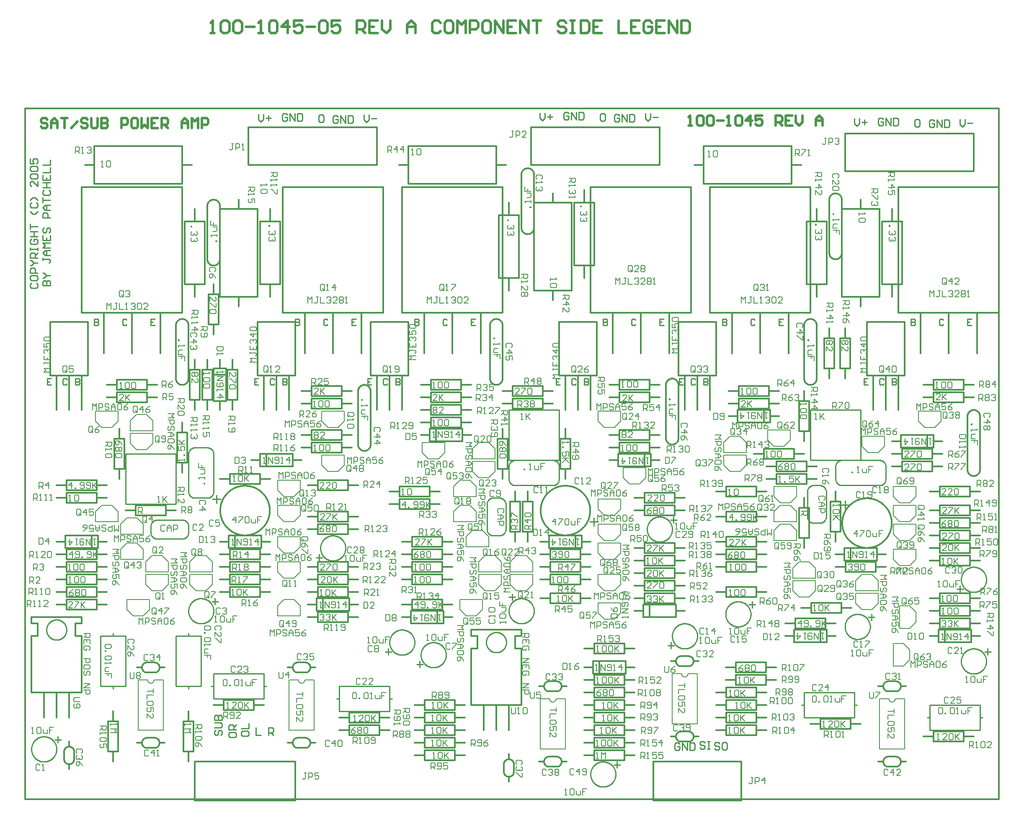
<source format=gto>
*%FSLAX23Y23*%
*%MOIN*%
G01*
%ADD11C,0.007*%
%ADD12C,0.008*%
%ADD13C,0.010*%
%ADD14C,0.012*%
%ADD15C,0.020*%
%ADD16C,0.025*%
%ADD17C,0.030*%
%ADD18C,0.032*%
%ADD19C,0.036*%
%ADD20C,0.050*%
%ADD21C,0.052*%
%ADD22C,0.055*%
%ADD23C,0.056*%
%ADD24C,0.061*%
%ADD25C,0.062*%
%ADD26C,0.065*%
%ADD27C,0.068*%
%ADD28C,0.070*%
%ADD29C,0.075*%
%ADD30C,0.075*%
%ADD31C,0.085*%
%ADD32C,0.090*%
%ADD33C,0.100*%
%ADD34C,0.106*%
%ADD35C,0.125*%
%ADD36C,0.131*%
%ADD37C,0.145*%
%ADD38C,0.150*%
%ADD39C,0.150*%
%ADD40C,0.156*%
%ADD41C,0.250*%
%ADD42R,0.062X0.062*%
%ADD43R,0.068X0.068*%
%ADD44R,0.075X0.075*%
%ADD45R,0.081X0.081*%
D12*
X6100Y8363D02*
X6150D01*
X6117Y8380D02*
X6100Y8363D01*
X6117Y8380D02*
X6100Y8396D01*
X6150D01*
X6100Y8430D02*
Y8446D01*
Y8438D02*
Y8430D01*
Y8438D02*
X6142D01*
X6150Y8430D01*
Y8421D01*
X6142Y8413D01*
X6100Y8463D02*
Y8496D01*
Y8463D02*
X6150D01*
Y8496D01*
X6125Y8480D02*
Y8463D01*
X6108Y8513D02*
X6100Y8521D01*
Y8538D01*
X6108Y8546D01*
X6117D01*
X6118D01*
X6117D02*
X6118D01*
X6117D02*
X6118D01*
X6117D02*
X6125Y8538D01*
Y8530D01*
Y8538D01*
X6133Y8546D01*
X6142D01*
X6150Y8538D01*
Y8521D01*
X6142Y8513D01*
X6100Y8563D02*
Y8596D01*
Y8563D02*
X6125D01*
X6117Y8580D01*
Y8588D01*
X6125Y8596D01*
X6142D01*
X6150Y8588D01*
Y8571D01*
X6142Y8563D01*
X6108Y8613D02*
X6100Y8621D01*
Y8638D01*
X6108Y8646D01*
X6142D01*
X6150Y8638D01*
Y8621D01*
X6142Y8613D01*
X6108D01*
X6283Y8405D02*
Y8371D01*
Y8405D02*
X6275Y8413D01*
X6258D01*
X6250Y8405D01*
Y8371D01*
X6258Y8363D01*
X6275D01*
X6283D02*
X6267Y8380D01*
X6275Y8363D02*
X6283Y8371D01*
X6300Y8413D02*
X6333D01*
X6300D02*
Y8388D01*
X6317Y8396D01*
X6325D01*
X6333Y8388D01*
Y8371D01*
X6325Y8363D01*
X6308D01*
X6300Y8371D01*
X12825Y9533D02*
X12833D01*
Y9525D01*
X12825D01*
Y9533D01*
X12867Y9491D02*
X12875Y9483D01*
Y9466D01*
X12867Y9458D01*
X12858D01*
X12859D01*
X12858D02*
X12859D01*
X12858D02*
X12859D01*
X12858D02*
X12850Y9466D01*
Y9475D01*
Y9466D01*
X12842Y9458D01*
X12833D01*
X12825Y9466D01*
Y9483D01*
X12833Y9491D01*
X12867Y9441D02*
X12875Y9433D01*
Y9416D01*
X12867Y9408D01*
X12858D01*
X12859D01*
X12858D02*
X12859D01*
X12858D02*
X12859D01*
X12858D02*
X12850Y9416D01*
Y9425D01*
Y9416D01*
X12842Y9408D01*
X12833D01*
X12825Y9416D01*
Y9433D01*
X12833Y9441D01*
X12820Y9953D02*
X12870D01*
Y9928D01*
X12862Y9920D01*
X12845D01*
X12837Y9928D01*
Y9953D01*
Y9936D02*
X12820Y9920D01*
Y9903D02*
Y9886D01*
Y9895D01*
X12870D01*
X12871D01*
X12870D02*
X12862Y9903D01*
X12870Y9836D02*
X12820D01*
X12845Y9861D02*
X12870Y9836D01*
X12845Y9828D02*
Y9861D01*
X12870Y9811D02*
Y9778D01*
Y9811D02*
X12845D01*
X12853Y9795D01*
Y9786D01*
X12845Y9778D01*
X12828D01*
X12820Y9786D01*
Y9803D01*
X12828Y9811D01*
X12860Y7373D02*
X12910Y7323D01*
X12990D02*
X13040Y7373D01*
Y7453D01*
X12860D02*
Y7373D01*
Y7453D02*
X13040D01*
X12990Y7323D02*
X12910D01*
X12885Y6808D02*
Y6758D01*
X12902Y6791D02*
X12885Y6808D01*
X12902Y6791D02*
X12918Y6808D01*
Y6758D01*
X12935D02*
Y6808D01*
X12960D01*
X12968Y6800D01*
Y6783D01*
X12960Y6775D01*
X12935D01*
X13010Y6808D02*
X13018Y6800D01*
X13010Y6808D02*
X12993D01*
X12985Y6800D01*
Y6791D01*
X12993Y6783D01*
X13010D01*
X13018Y6775D01*
Y6766D01*
X13010Y6758D01*
X12993D01*
X12985Y6766D01*
X13035Y6758D02*
Y6791D01*
X13052Y6808D01*
X13068Y6791D01*
Y6758D01*
Y6783D01*
X13035D01*
X13085Y6800D02*
X13093Y6808D01*
X13110D01*
X13118Y6800D01*
Y6766D01*
X13110Y6758D01*
X13093D01*
X13085Y6766D01*
Y6800D01*
X13152D02*
X13168Y6808D01*
X13152Y6800D02*
X13135Y6783D01*
Y6766D01*
X13143Y6758D01*
X13160D01*
X13168Y6766D01*
Y6775D01*
X13160Y6783D01*
X13135D01*
X12923Y7481D02*
Y7515D01*
X12915Y7523D01*
X12898D01*
X12890Y7515D01*
Y7481D01*
X12898Y7473D01*
X12915D01*
X12923D02*
X12907Y7490D01*
X12915Y7473D02*
X12923Y7481D01*
X12957Y7515D02*
X12973Y7523D01*
X12957Y7515D02*
X12940Y7498D01*
Y7481D01*
X12948Y7473D01*
X12965D01*
X12973Y7481D01*
Y7490D01*
X12965Y7498D01*
X12940D01*
X12990Y7481D02*
X12998Y7473D01*
X13015D01*
X13023Y7481D01*
Y7515D01*
X13015Y7523D01*
X12998D01*
X12990Y7515D01*
Y7506D01*
X12998Y7498D01*
X13023D01*
X12650Y8363D02*
X12600D01*
X12617Y8380D01*
X12600Y8396D01*
X12650D01*
X12600Y8430D02*
Y8446D01*
Y8438D02*
Y8430D01*
Y8438D02*
X12642D01*
X12650Y8430D01*
Y8421D01*
X12642Y8413D01*
X12600Y8463D02*
Y8496D01*
Y8463D02*
X12650D01*
Y8496D01*
X12625Y8480D02*
Y8463D01*
X12608Y8513D02*
X12600Y8521D01*
Y8538D01*
X12608Y8546D01*
X12617D01*
X12618D01*
X12617D02*
X12618D01*
X12617D02*
X12618D01*
X12617D02*
X12625Y8538D01*
Y8530D01*
Y8538D01*
X12633Y8546D01*
X12642D01*
X12650Y8538D01*
Y8521D01*
X12642Y8513D01*
X12650Y8588D02*
X12600D01*
X12625Y8563D01*
Y8596D01*
X12608Y8613D02*
X12600Y8621D01*
Y8638D01*
X12608Y8646D01*
X12642D01*
X12650Y8638D01*
Y8621D01*
X12642Y8613D01*
X12608D01*
X12783Y8405D02*
Y8371D01*
Y8405D02*
X12775Y8413D01*
X12758D01*
X12750Y8405D01*
Y8371D01*
X12758Y8363D01*
X12775D01*
X12783D02*
X12767Y8380D01*
X12775Y8363D02*
X12783Y8371D01*
X12825Y8363D02*
Y8413D01*
X12800Y8388D01*
X12833D01*
X12850Y8405D02*
X12858Y8413D01*
X12875D01*
X12883Y8405D01*
Y8371D01*
X12875Y8363D01*
X12858D01*
X12850Y8371D01*
Y8405D01*
X13200Y8238D02*
X13217D01*
X13208D01*
Y8288D01*
X13209D01*
X13208D02*
X13200Y8280D01*
X13242D02*
X13250Y8288D01*
X13267D01*
X13275Y8280D01*
Y8246D01*
X13267Y8238D01*
X13250D01*
X13242Y8246D01*
Y8280D01*
X13292D02*
X13300Y8288D01*
X13317D01*
X13325Y8280D01*
Y8246D01*
X13317Y8238D01*
X13300D01*
X13292Y8246D01*
Y8280D01*
X13545Y8293D02*
Y8243D01*
Y8293D02*
X13570D01*
X13578Y8285D01*
Y8268D01*
X13570Y8260D01*
X13545D01*
X13562D02*
X13578Y8243D01*
X13595Y8285D02*
X13603Y8293D01*
X13620D01*
X13628Y8285D01*
Y8276D01*
X13620Y8268D01*
X13628Y8260D01*
Y8251D01*
X13620Y8243D01*
X13603D01*
X13595Y8251D01*
Y8260D01*
X13603Y8268D01*
X13595Y8276D01*
Y8285D01*
X13603Y8268D02*
X13620D01*
X13670Y8243D02*
Y8293D01*
X13645Y8268D01*
X13678D01*
X13233Y8143D02*
X13200D01*
X13233Y8176D01*
Y8185D01*
X13225Y8193D01*
X13208D01*
X13200Y8185D01*
X13250Y8193D02*
Y8143D01*
Y8160D01*
X13283Y8193D01*
X13258Y8168D01*
X13283Y8143D01*
X13540Y8138D02*
Y8188D01*
X13565D01*
X13573Y8180D01*
Y8163D01*
X13565Y8155D01*
X13540D01*
X13557D02*
X13573Y8138D01*
X13590Y8180D02*
X13598Y8188D01*
X13615D01*
X13623Y8180D01*
Y8171D01*
X13615Y8163D01*
X13623Y8155D01*
Y8146D01*
X13615Y8138D01*
X13598D01*
X13590Y8146D01*
Y8155D01*
X13598Y8163D01*
X13590Y8171D01*
Y8180D01*
X13598Y8163D02*
X13615D01*
X13640Y8180D02*
X13648Y8188D01*
X13665D01*
X13673Y8180D01*
Y8171D01*
X13674D01*
X13673D02*
X13674D01*
X13673D02*
X13674D01*
X13673D02*
X13665Y8163D01*
X13657D01*
X13665D01*
X13673Y8155D01*
Y8146D01*
X13665Y8138D01*
X13648D01*
X13640Y8146D01*
X13110Y7923D02*
X13060Y7973D01*
X13190Y7923D02*
X13240Y7973D01*
X13060D02*
Y8053D01*
X13240D02*
Y7973D01*
X13190Y7923D02*
X13110D01*
X13060Y8053D02*
X13240D01*
X13045Y8063D02*
Y8113D01*
X13062Y8096D01*
X13078Y8113D01*
Y8063D01*
X13095D02*
Y8113D01*
X13120D01*
X13128Y8105D01*
Y8088D01*
X13120Y8080D01*
X13095D01*
X13170Y8113D02*
X13178Y8105D01*
X13170Y8113D02*
X13153D01*
X13145Y8105D01*
Y8096D01*
X13153Y8088D01*
X13170D01*
X13178Y8080D01*
Y8071D01*
X13170Y8063D01*
X13153D01*
X13145Y8071D01*
X13195Y8063D02*
Y8096D01*
X13212Y8113D01*
X13228Y8096D01*
Y8063D01*
Y8088D01*
X13195D01*
X13245Y8113D02*
X13278D01*
X13245D02*
Y8088D01*
X13262Y8096D01*
X13270D01*
X13278Y8088D01*
Y8071D01*
X13270Y8063D01*
X13253D01*
X13245Y8071D01*
X13312Y8105D02*
X13328Y8113D01*
X13312Y8105D02*
X13295Y8088D01*
Y8071D01*
X13303Y8063D01*
X13320D01*
X13328Y8071D01*
Y8080D01*
X13320Y8088D01*
X13295D01*
X13288Y8040D02*
Y8006D01*
Y8040D02*
X13280Y8048D01*
X13263D01*
X13255Y8040D01*
Y8006D01*
X13263Y7998D01*
X13280D01*
X13288D02*
X13272Y8015D01*
X13280Y7998D02*
X13288Y8006D01*
X13305Y8040D02*
X13313Y8048D01*
X13330D01*
X13338Y8040D01*
Y8031D01*
X13339D01*
X13338D02*
X13339D01*
X13338D02*
X13339D01*
X13338D02*
X13330Y8023D01*
X13322D01*
X13330D01*
X13338Y8015D01*
Y8006D01*
X13330Y7998D01*
X13313D01*
X13305Y8006D01*
X13355Y8040D02*
X13363Y8048D01*
X13380D01*
X13388Y8040D01*
Y8031D01*
X13380Y8023D01*
X13388Y8015D01*
Y8006D01*
X13380Y7998D01*
X13363D01*
X13355Y8006D01*
Y8015D01*
X13363Y8023D01*
X13355Y8031D01*
Y8040D01*
X13363Y8023D02*
X13380D01*
X13278Y7388D02*
X13245D01*
X13278Y7421D01*
Y7430D01*
X13270Y7438D01*
X13253D01*
X13245Y7430D01*
X13295Y7388D02*
X13328D01*
X13295D02*
X13328Y7421D01*
Y7430D01*
X13320Y7438D01*
X13303D01*
X13295Y7430D01*
X13345D02*
X13353Y7438D01*
X13370D01*
X13378Y7430D01*
Y7396D01*
X13370Y7388D01*
X13353D01*
X13345Y7396D01*
Y7430D01*
X13525Y7453D02*
Y7503D01*
X13550D01*
X13558Y7495D01*
Y7478D01*
X13550Y7470D01*
X13525D01*
X13542D02*
X13558Y7453D01*
X13575Y7495D02*
X13583Y7503D01*
X13600D01*
X13608Y7495D01*
Y7486D01*
X13600Y7478D01*
X13608Y7470D01*
Y7461D01*
X13600Y7453D01*
X13583D01*
X13575Y7461D01*
Y7470D01*
X13583Y7478D01*
X13575Y7486D01*
Y7495D01*
X13583Y7478D02*
X13600D01*
X13625Y7453D02*
X13658D01*
X13625D02*
X13658Y7486D01*
Y7495D01*
X13650Y7503D01*
X13633D01*
X13625Y7495D01*
X13278Y7183D02*
X13262Y7175D01*
X13245Y7158D01*
Y7141D01*
X13253Y7133D01*
X13270D01*
X13278Y7141D01*
Y7150D01*
X13270Y7158D01*
X13245D01*
X13295Y7175D02*
X13303Y7183D01*
X13320D01*
X13328Y7175D01*
Y7166D01*
X13320Y7158D01*
X13328Y7150D01*
Y7141D01*
X13320Y7133D01*
X13303D01*
X13295Y7141D01*
Y7150D01*
X13303Y7158D01*
X13295Y7166D01*
Y7175D01*
X13303Y7158D02*
X13320D01*
X13345Y7175D02*
X13353Y7183D01*
X13370D01*
X13378Y7175D01*
Y7141D01*
X13370Y7133D01*
X13353D01*
X13345Y7141D01*
Y7175D01*
X13525Y7188D02*
Y7238D01*
X13550D01*
X13558Y7230D01*
Y7213D01*
X13550Y7205D01*
X13525D01*
X13542D02*
X13558Y7188D01*
X13575D02*
X13592D01*
X13583D01*
Y7238D01*
X13584D01*
X13583D02*
X13575Y7230D01*
X13617Y7238D02*
X13650D01*
X13617D02*
Y7213D01*
X13633Y7221D01*
X13642D01*
X13650Y7213D01*
Y7196D01*
X13642Y7188D01*
X13625D01*
X13617Y7196D01*
X13667Y7188D02*
X13683D01*
X13675D01*
Y7238D01*
X13676D01*
X13675D02*
X13667Y7230D01*
X13283Y7238D02*
X13250D01*
X13283Y7271D01*
Y7280D01*
X13275Y7288D01*
X13258D01*
X13250Y7280D01*
X13300Y7288D02*
X13333D01*
Y7280D01*
X13300Y7246D01*
Y7238D01*
X13350D02*
Y7288D01*
Y7255D02*
Y7238D01*
Y7255D02*
X13383Y7288D01*
X13358Y7263D01*
X13383Y7238D01*
X13505Y7298D02*
Y7348D01*
X13530D01*
X13538Y7340D01*
Y7323D01*
X13530Y7315D01*
X13505D01*
X13522D02*
X13538Y7298D01*
X13555D02*
X13572D01*
X13563D01*
Y7348D01*
X13564D01*
X13563D02*
X13555Y7340D01*
X13622Y7348D02*
Y7298D01*
X13597Y7323D02*
X13622Y7348D01*
X13630Y7323D02*
X13597D01*
X13647Y7306D02*
X13655Y7298D01*
X13672D01*
X13680Y7306D01*
Y7340D01*
X13672Y7348D01*
X13655D01*
X13647Y7340D01*
Y7331D01*
X13655Y7323D01*
X13680D01*
X13150Y8963D02*
Y9013D01*
X13167Y8996D01*
X13183Y9013D01*
Y8963D01*
X13217Y9013D02*
X13233D01*
X13225D02*
X13217D01*
X13225D02*
Y8971D01*
X13217Y8963D01*
X13208D01*
X13200Y8971D01*
X13250Y8963D02*
Y9013D01*
Y8963D02*
X13283D01*
X13300Y9005D02*
X13308Y9013D01*
X13325D01*
X13333Y9005D01*
Y8996D01*
X13334D01*
X13333D02*
X13334D01*
X13333D02*
X13334D01*
X13333D02*
X13325Y8988D01*
X13317D01*
X13325D01*
X13333Y8980D01*
Y8971D01*
X13325Y8963D01*
X13308D01*
X13300Y8971D01*
X13350Y8963D02*
X13383D01*
X13350D02*
X13383Y8996D01*
Y9005D01*
X13375Y9013D01*
X13358D01*
X13350Y9005D01*
X13400D02*
X13408Y9013D01*
X13425D01*
X13433Y9005D01*
Y8996D01*
X13425Y8988D01*
X13433Y8980D01*
Y8971D01*
X13425Y8963D01*
X13408D01*
X13400Y8971D01*
Y8980D01*
X13408Y8988D01*
X13400Y8996D01*
Y9005D01*
X13408Y8988D02*
X13425D01*
X13450Y8963D02*
X13467D01*
X13458D01*
Y9013D01*
X13459D01*
X13458D02*
X13450Y9005D01*
X13283Y9071D02*
Y9105D01*
X13275Y9113D01*
X13258D01*
X13250Y9105D01*
Y9071D01*
X13258Y9063D01*
X13275D01*
X13283D02*
X13267Y9080D01*
X13275Y9063D02*
X13283Y9071D01*
X13325Y9063D02*
Y9113D01*
X13300Y9088D01*
X13333D01*
X13350Y9063D02*
X13383D01*
X13350D02*
X13383Y9096D01*
Y9105D01*
X13375Y9113D01*
X13358D01*
X13350Y9105D01*
X13160Y7838D02*
X13143D01*
X13152D01*
Y7788D01*
X13153D01*
X13152D02*
X13160Y7796D01*
X13118Y7788D02*
Y7838D01*
X13085D02*
X13118Y7788D01*
X13085D02*
Y7838D01*
X13068Y7830D02*
X13060Y7838D01*
X13043D01*
X13035Y7830D01*
Y7796D01*
X13043Y7788D01*
X13060D01*
X13068Y7796D01*
Y7805D01*
X13060Y7813D01*
X13035D01*
X13018Y7838D02*
X13002D01*
X13010D01*
Y7788D01*
X13011D01*
X13010D02*
X13018Y7796D01*
X12952Y7788D02*
Y7838D01*
X12977Y7813D02*
X12952Y7788D01*
X12943Y7813D02*
X12977D01*
X13387Y7869D02*
X13437D01*
X13387D02*
Y7844D01*
X13395Y7836D01*
X13429D01*
X13437Y7844D01*
Y7869D01*
X13387Y7819D02*
Y7802D01*
Y7811D01*
X13437D01*
X13438D01*
X13437D02*
X13429Y7819D01*
X13387Y7777D02*
Y7761D01*
Y7769D01*
X13437D01*
X13438D01*
X13437D02*
X13429Y7777D01*
X12983Y7688D02*
X12950D01*
X12983Y7721D01*
Y7730D01*
X12975Y7738D01*
X12958D01*
X12950Y7730D01*
X13000Y7738D02*
X13033D01*
Y7730D01*
X13000Y7696D01*
Y7688D01*
X13050Y7730D02*
X13058Y7738D01*
X13075D01*
X13083Y7730D01*
Y7696D01*
X13075Y7688D01*
X13058D01*
X13050Y7696D01*
Y7730D01*
X13300Y7738D02*
Y7688D01*
Y7738D02*
X13325D01*
X13333Y7730D01*
Y7713D01*
X13325Y7705D01*
X13300D01*
X13317D02*
X13333Y7688D01*
X13367Y7730D02*
X13383Y7738D01*
X13367Y7730D02*
X13350Y7713D01*
Y7696D01*
X13358Y7688D01*
X13375D01*
X13383Y7696D01*
Y7705D01*
X13375Y7713D01*
X13350D01*
X13400Y7738D02*
X13433D01*
Y7730D01*
X13400Y7696D01*
Y7688D01*
X12983Y7583D02*
X12950D01*
X12983Y7616D01*
Y7625D01*
X12975Y7633D01*
X12958D01*
X12950Y7625D01*
X13000Y7633D02*
X13033D01*
Y7625D01*
X13000Y7591D01*
Y7583D01*
X13050Y7625D02*
X13058Y7633D01*
X13075D01*
X13083Y7625D01*
Y7591D01*
X13075Y7583D01*
X13058D01*
X13050Y7591D01*
Y7625D01*
X13300Y7638D02*
Y7588D01*
Y7638D02*
X13325D01*
X13333Y7630D01*
Y7613D01*
X13325Y7605D01*
X13300D01*
X13317D02*
X13333Y7588D01*
X13350Y7638D02*
X13383D01*
Y7630D01*
X13350Y7596D01*
Y7588D01*
X13400Y7638D02*
X13433D01*
Y7630D01*
X13400Y7596D01*
Y7588D01*
X13480Y7953D02*
X13488D01*
Y7945D01*
X13480D01*
Y7953D01*
Y7911D02*
Y7895D01*
Y7903D01*
X13530D01*
X13531D01*
X13530D02*
X13522Y7911D01*
X13513Y7870D02*
X13488D01*
X13480Y7861D01*
Y7836D01*
X13513D01*
X13530Y7820D02*
Y7786D01*
Y7820D02*
X13505D01*
Y7803D01*
Y7820D01*
X13480D01*
X13622Y8005D02*
X13630Y8013D01*
Y8030D01*
X13622Y8038D01*
X13588D01*
X13580Y8030D01*
Y8013D01*
X13588Y8005D01*
X13580Y7963D02*
X13630D01*
X13605Y7988D01*
Y7955D01*
X13622Y7938D02*
X13630Y7930D01*
Y7913D01*
X13622Y7905D01*
X13613D01*
X13605Y7913D01*
X13597Y7905D01*
X13588D01*
X13580Y7913D01*
Y7930D01*
X13588Y7938D01*
X13597D01*
X13605Y7930D01*
X13613Y7938D01*
X13622D01*
X13605Y7930D02*
Y7913D01*
X12910Y7173D02*
X12860Y7223D01*
X12990Y7173D02*
X13040Y7223D01*
X12860D02*
Y7303D01*
X13040D02*
Y7223D01*
X12990Y7173D02*
X12910D01*
X12860Y7303D02*
X13040D01*
X13063Y7270D02*
X13097D01*
X13105Y7278D01*
Y7295D01*
X13097Y7303D01*
X13063D01*
X13055Y7295D01*
Y7278D01*
Y7270D02*
X13072Y7286D01*
X13055Y7278D02*
X13063Y7270D01*
X13055Y7228D02*
X13105D01*
X13080Y7253D01*
Y7220D01*
X13055Y7203D02*
Y7186D01*
Y7195D01*
X13105D01*
X13106D01*
X13105D02*
X13097Y7203D01*
X13435Y5893D02*
X13452D01*
X13443D01*
Y5943D01*
X13444D01*
X13443D02*
X13435Y5935D01*
X13477D02*
X13485Y5943D01*
X13502D01*
X13510Y5935D01*
Y5901D01*
X13502Y5893D01*
X13485D01*
X13477Y5901D01*
Y5935D01*
X13527Y5926D02*
Y5901D01*
X13535Y5893D01*
X13560D01*
Y5926D01*
X13577Y5943D02*
X13610D01*
X13577D02*
Y5918D01*
X13593D01*
X13577D01*
Y5893D01*
X13328Y6165D02*
X13320Y6173D01*
X13303D01*
X13295Y6165D01*
Y6131D01*
X13303Y6123D01*
X13320D01*
X13328Y6131D01*
X13345Y6123D02*
X13378D01*
X13345D02*
X13378Y6156D01*
Y6165D01*
X13370Y6173D01*
X13353D01*
X13345Y6165D01*
X13395Y6123D02*
X13412D01*
X13403D01*
Y6173D01*
X13404D01*
X13403D02*
X13395Y6165D01*
X13283Y7033D02*
X13250D01*
X13283Y7066D01*
Y7075D01*
X13275Y7083D01*
X13258D01*
X13250Y7075D01*
X13300Y7083D02*
X13333D01*
Y7075D01*
X13300Y7041D01*
Y7033D01*
X13350Y7075D02*
X13358Y7083D01*
X13375D01*
X13383Y7075D01*
Y7041D01*
X13375Y7033D01*
X13358D01*
X13350Y7041D01*
Y7075D01*
X13570Y7088D02*
Y7138D01*
X13595D01*
X13603Y7130D01*
Y7113D01*
X13595Y7105D01*
X13570D01*
X13587D02*
X13603Y7088D01*
X13620Y7130D02*
X13628Y7138D01*
X13645D01*
X13653Y7130D01*
Y7121D01*
X13645Y7113D01*
X13653Y7105D01*
Y7096D01*
X13645Y7088D01*
X13628D01*
X13620Y7096D01*
Y7105D01*
X13628Y7113D01*
X13620Y7121D01*
Y7130D01*
X13628Y7113D02*
X13645D01*
X13670Y7088D02*
X13687D01*
X13678D01*
Y7138D01*
X13679D01*
X13678D02*
X13670Y7130D01*
X13283Y6943D02*
X13250D01*
X13283Y6976D01*
Y6985D01*
X13275Y6993D01*
X13258D01*
X13250Y6985D01*
X13300D02*
X13308Y6993D01*
X13325D01*
X13333Y6985D01*
Y6951D01*
X13325Y6943D01*
X13308D01*
X13300Y6951D01*
Y6985D01*
X13350Y6993D02*
Y6943D01*
Y6960D01*
X13383Y6993D01*
X13358Y6968D01*
X13383Y6943D01*
X13515Y6988D02*
Y7038D01*
X13540D01*
X13548Y7030D01*
Y7013D01*
X13540Y7005D01*
X13515D01*
X13532D02*
X13548Y6988D01*
X13565D02*
X13582D01*
X13573D01*
Y7038D01*
X13574D01*
X13573D02*
X13565Y7030D01*
X13607Y7038D02*
X13640D01*
X13607D02*
Y7013D01*
X13623Y7021D01*
X13632D01*
X13640Y7013D01*
Y6996D01*
X13632Y6988D01*
X13615D01*
X13607Y6996D01*
X13657Y7030D02*
X13665Y7038D01*
X13682D01*
X13690Y7030D01*
Y6996D01*
X13682Y6988D01*
X13665D01*
X13657Y6996D01*
Y7030D01*
X13267Y6833D02*
X13250D01*
X13258D02*
X13267D01*
X13258D02*
Y6883D01*
X13259D01*
X13258D02*
X13250Y6875D01*
X13292D02*
X13300Y6883D01*
X13317D01*
X13325Y6875D01*
Y6841D01*
X13317Y6833D01*
X13300D01*
X13292Y6841D01*
Y6875D01*
X13342Y6883D02*
Y6833D01*
Y6850D01*
X13375Y6883D01*
X13350Y6858D01*
X13375Y6833D01*
X13550Y6893D02*
Y6943D01*
X13575D01*
X13583Y6935D01*
Y6918D01*
X13575Y6910D01*
X13550D01*
X13567D02*
X13583Y6893D01*
X13600Y6943D02*
X13633D01*
Y6935D01*
X13600Y6901D01*
Y6893D01*
X13650Y6901D02*
X13658Y6893D01*
X13675D01*
X13683Y6901D01*
Y6935D01*
X13675Y6943D01*
X13658D01*
X13650Y6935D01*
Y6926D01*
X13658Y6918D01*
X13683D01*
X13262Y6233D02*
X13245D01*
X13253D02*
X13262D01*
X13253D02*
Y6283D01*
X13254D01*
X13253D02*
X13245Y6275D01*
X13287Y6283D02*
Y6233D01*
X13320D02*
X13287Y6283D01*
X13320D02*
Y6233D01*
X13337Y6241D02*
X13345Y6233D01*
X13362D01*
X13370Y6241D01*
Y6275D01*
X13362Y6283D01*
X13345D01*
X13337Y6275D01*
Y6266D01*
X13345Y6258D01*
X13370D01*
X13387Y6233D02*
X13403D01*
X13395D01*
Y6283D01*
X13396D01*
X13395D02*
X13387Y6275D01*
X13453Y6283D02*
Y6233D01*
X13428Y6258D02*
X13453Y6283D01*
X13462Y6258D02*
X13428D01*
X12975Y6238D02*
Y6288D01*
Y6238D02*
X13000D01*
X13008Y6246D01*
Y6280D01*
X13000Y6288D01*
X12975D01*
X13025Y6238D02*
X13042D01*
X13033D01*
Y6288D01*
X13034D01*
X13033D02*
X13025Y6280D01*
X13067D02*
X13075Y6288D01*
X13092D01*
X13100Y6280D01*
Y6246D01*
X13092Y6238D01*
X13075D01*
X13067Y6246D01*
Y6280D01*
X13245Y6380D02*
X13253Y6388D01*
X13270D01*
X13278Y6380D01*
Y6371D01*
X13279D01*
X13278D02*
X13279D01*
X13278D02*
X13279D01*
X13278D02*
X13270Y6363D01*
X13262D01*
X13270D01*
X13278Y6355D01*
Y6346D01*
X13270Y6338D01*
X13253D01*
X13245Y6346D01*
X13295Y6380D02*
X13303Y6388D01*
X13320D01*
X13328Y6380D01*
Y6371D01*
X13329D01*
X13328D02*
X13329D01*
X13328D02*
X13329D01*
X13328D02*
X13320Y6363D01*
X13312D01*
X13320D01*
X13328Y6355D01*
Y6346D01*
X13320Y6338D01*
X13303D01*
X13295Y6346D01*
X13345Y6338D02*
Y6388D01*
Y6355D02*
Y6338D01*
Y6355D02*
X13378Y6388D01*
X13353Y6363D01*
X13378Y6338D01*
X13605Y6443D02*
X13655D01*
Y6418D01*
X13647Y6410D01*
X13630D01*
X13622Y6418D01*
Y6443D01*
Y6426D02*
X13605Y6410D01*
Y6393D02*
Y6376D01*
Y6385D01*
X13655D01*
X13656D01*
X13655D02*
X13647Y6393D01*
X13655Y6326D02*
X13605D01*
X13630Y6351D02*
X13655Y6326D01*
X13630Y6318D02*
Y6351D01*
X13655Y6301D02*
Y6268D01*
X13647D01*
X13613Y6301D01*
X13605D01*
X13267Y6438D02*
X13250D01*
X13258D02*
X13267D01*
X13258D02*
Y6488D01*
X13259D01*
X13258D02*
X13250Y6480D01*
X13292D02*
X13300Y6488D01*
X13317D01*
X13325Y6480D01*
Y6446D01*
X13317Y6438D01*
X13300D01*
X13292Y6446D01*
Y6480D01*
X13342D02*
X13350Y6488D01*
X13367D01*
X13375Y6480D01*
Y6446D01*
X13367Y6438D01*
X13350D01*
X13342Y6446D01*
Y6480D01*
X13550Y6488D02*
Y6538D01*
X13575D01*
X13583Y6530D01*
Y6513D01*
X13575Y6505D01*
X13550D01*
X13567D02*
X13583Y6488D01*
X13600Y6538D02*
X13633D01*
Y6530D01*
X13600Y6496D01*
Y6488D01*
X13650Y6538D02*
X13683D01*
X13650D02*
Y6513D01*
X13667Y6521D01*
X13675D01*
X13683Y6513D01*
Y6496D01*
X13675Y6488D01*
X13658D01*
X13650Y6496D01*
X13262Y6538D02*
X13245D01*
X13253D02*
X13262D01*
X13253D02*
Y6588D01*
X13254D01*
X13253D02*
X13245Y6580D01*
X13287D02*
X13295Y6588D01*
X13312D01*
X13320Y6580D01*
Y6546D01*
X13312Y6538D01*
X13295D01*
X13287Y6546D01*
Y6580D01*
X13337D02*
X13345Y6588D01*
X13362D01*
X13370Y6580D01*
Y6546D01*
X13362Y6538D01*
X13345D01*
X13337Y6546D01*
Y6580D01*
X13555Y6593D02*
Y6643D01*
X13580D01*
X13588Y6635D01*
Y6618D01*
X13580Y6610D01*
X13555D01*
X13572D02*
X13588Y6593D01*
X13605Y6643D02*
X13638D01*
Y6635D01*
X13605Y6601D01*
Y6593D01*
X13672Y6635D02*
X13688Y6643D01*
X13672Y6635D02*
X13655Y6618D01*
Y6601D01*
X13663Y6593D01*
X13680D01*
X13688Y6601D01*
Y6610D01*
X13680Y6618D01*
X13655D01*
X13232Y6653D02*
X13215D01*
X13223D02*
X13232D01*
X13223D02*
Y6703D01*
X13224D01*
X13223D02*
X13215Y6695D01*
X13257D02*
X13265Y6703D01*
X13282D01*
X13290Y6695D01*
Y6661D01*
X13282Y6653D01*
X13265D01*
X13257Y6661D01*
Y6695D01*
X13307Y6686D02*
Y6661D01*
X13315Y6653D01*
X13340D01*
Y6686D01*
X13357Y6703D02*
X13390D01*
X13357D02*
Y6678D01*
X13373D01*
X13357D01*
Y6653D01*
X13308Y6805D02*
X13300Y6813D01*
X13283D01*
X13275Y6805D01*
Y6771D01*
X13283Y6763D01*
X13300D01*
X13308Y6771D01*
X13325Y6805D02*
X13333Y6813D01*
X13350D01*
X13358Y6805D01*
Y6796D01*
X13359D01*
X13358D02*
X13359D01*
X13358D02*
X13359D01*
X13358D02*
X13350Y6788D01*
X13342D01*
X13350D01*
X13358Y6780D01*
Y6771D01*
X13350Y6763D01*
X13333D01*
X13325Y6771D01*
X13375Y6805D02*
X13383Y6813D01*
X13400D01*
X13408Y6805D01*
Y6771D01*
X13400Y6763D01*
X13383D01*
X13375Y6771D01*
Y6805D01*
X13228Y5693D02*
X13220Y5685D01*
X13228Y5693D02*
X13245D01*
X13253Y5685D01*
Y5651D01*
X13245Y5643D01*
X13228D01*
X13220Y5651D01*
Y5685D01*
X13270Y5651D02*
Y5643D01*
Y5651D02*
X13278D01*
Y5643D01*
X13270D01*
X13312Y5685D02*
X13320Y5693D01*
X13337D01*
X13345Y5685D01*
Y5651D01*
X13337Y5643D01*
X13320D01*
X13312Y5651D01*
Y5685D01*
X13362Y5643D02*
X13378D01*
X13370D01*
Y5693D01*
X13371D01*
X13370D02*
X13362Y5685D01*
X13403Y5676D02*
Y5651D01*
X13412Y5643D01*
X13437D01*
Y5676D01*
X13453Y5693D02*
X13487D01*
X13453D02*
Y5668D01*
X13470D01*
X13453D01*
Y5643D01*
X13298Y5770D02*
X13290Y5778D01*
X13273D01*
X13265Y5770D01*
Y5736D01*
X13273Y5728D01*
X13290D01*
X13298Y5736D01*
X13315Y5728D02*
X13348D01*
X13315D02*
X13348Y5761D01*
Y5770D01*
X13340Y5778D01*
X13323D01*
X13315Y5770D01*
X13365Y5778D02*
X13398D01*
X13365D02*
Y5753D01*
X13382Y5761D01*
X13390D01*
X13398Y5753D01*
Y5736D01*
X13390Y5728D01*
X13373D01*
X13365Y5736D01*
X12990Y6153D02*
X12940Y6203D01*
X12990Y6073D02*
X12940Y6023D01*
X12990Y6073D02*
Y6153D01*
X12860Y6203D02*
Y6023D01*
X12940D01*
Y6203D02*
X12860D01*
X13000Y6063D02*
Y6013D01*
X13017Y6046D02*
X13000Y6063D01*
X13017Y6046D02*
X13033Y6063D01*
Y6013D01*
X13050D02*
Y6063D01*
X13075D01*
X13083Y6055D01*
Y6038D01*
X13075Y6030D01*
X13050D01*
X13125Y6063D02*
X13133Y6055D01*
X13125Y6063D02*
X13108D01*
X13100Y6055D01*
Y6046D01*
X13108Y6038D01*
X13125D01*
X13133Y6030D01*
Y6021D01*
X13125Y6013D01*
X13108D01*
X13100Y6021D01*
X13150Y6013D02*
Y6046D01*
X13167Y6063D01*
X13183Y6046D01*
Y6013D01*
Y6038D01*
X13150D01*
X13200Y6055D02*
X13208Y6063D01*
X13225D01*
X13233Y6055D01*
Y6021D01*
X13225Y6013D01*
X13208D01*
X13200Y6021D01*
Y6055D01*
X13267D02*
X13283Y6063D01*
X13267Y6055D02*
X13250Y6038D01*
Y6021D01*
X13258Y6013D01*
X13275D01*
X13283Y6021D01*
Y6030D01*
X13275Y6038D01*
X13250D01*
X13058Y6081D02*
Y6115D01*
X13050Y6123D01*
X13033D01*
X13025Y6115D01*
Y6081D01*
X13033Y6073D01*
X13050D01*
X13058D02*
X13042Y6090D01*
X13050Y6073D02*
X13058Y6081D01*
X13092Y6115D02*
X13108Y6123D01*
X13092Y6115D02*
X13075Y6098D01*
Y6081D01*
X13083Y6073D01*
X13100D01*
X13108Y6081D01*
Y6090D01*
X13100Y6098D01*
X13075D01*
X13125Y6115D02*
X13133Y6123D01*
X13150D01*
X13158Y6115D01*
Y6106D01*
X13159D01*
X13158D02*
X13159D01*
X13158D02*
X13159D01*
X13158D02*
X13150Y6098D01*
X13142D01*
X13150D01*
X13158Y6090D01*
Y6081D01*
X13150Y6073D01*
X13133D01*
X13125Y6081D01*
X13040Y6453D02*
X12990Y6503D01*
X13040Y6373D02*
X12990Y6323D01*
X13040Y6373D02*
Y6453D01*
X12910Y6503D02*
Y6323D01*
X12990D01*
Y6503D02*
X12910D01*
X12900Y6573D02*
X12850D01*
X12883Y6556D02*
X12900Y6573D01*
X12883Y6556D02*
X12900Y6540D01*
X12850D01*
Y6523D02*
X12900D01*
Y6498D01*
X12892Y6490D01*
X12875D01*
X12867Y6498D01*
Y6523D01*
X12900Y6448D02*
X12892Y6440D01*
X12900Y6448D02*
Y6465D01*
X12892Y6473D01*
X12883D01*
X12875Y6465D01*
Y6448D01*
X12867Y6440D01*
X12858D01*
X12850Y6448D01*
Y6465D01*
X12858Y6473D01*
X12850Y6423D02*
X12883D01*
X12900Y6406D01*
X12883Y6390D01*
X12850D01*
X12875D01*
Y6423D01*
X12900Y6373D02*
Y6340D01*
Y6373D02*
X12875D01*
X12883Y6356D01*
Y6348D01*
X12875Y6340D01*
X12858D01*
X12850Y6348D01*
Y6365D01*
X12858Y6373D01*
X12892Y6306D02*
X12900Y6290D01*
X12892Y6306D02*
X12875Y6323D01*
X12858D01*
X12850Y6315D01*
Y6298D01*
X12858Y6290D01*
X12867D01*
X12875Y6298D01*
Y6323D01*
X12963Y6526D02*
Y6560D01*
X12955Y6568D01*
X12938D01*
X12930Y6560D01*
Y6526D01*
X12938Y6518D01*
X12955D01*
X12963D02*
X12947Y6535D01*
X12955Y6518D02*
X12963Y6526D01*
X12997Y6560D02*
X13013Y6568D01*
X12997Y6560D02*
X12980Y6543D01*
Y6526D01*
X12988Y6518D01*
X13005D01*
X13013Y6526D01*
Y6535D01*
X13005Y6543D01*
X12980D01*
X13030Y6568D02*
X13063D01*
X13030D02*
Y6543D01*
X13047Y6551D01*
X13055D01*
X13063Y6543D01*
Y6526D01*
X13055Y6518D01*
X13038D01*
X13030Y6526D01*
X12825Y5968D02*
X12833Y5960D01*
X12825Y5968D02*
X12808D01*
X12800Y5960D01*
Y5926D01*
X12808Y5918D01*
X12825D01*
X12833Y5926D01*
X12850Y5960D02*
X12858Y5968D01*
X12875D01*
X12883Y5960D01*
Y5951D01*
X12884D01*
X12883D02*
X12884D01*
X12883D02*
X12884D01*
X12883D02*
X12875Y5943D01*
X12867D01*
X12875D01*
X12883Y5935D01*
Y5926D01*
X12875Y5918D01*
X12858D01*
X12850Y5926D01*
X12900Y5918D02*
X12917D01*
X12908D01*
Y5968D01*
X12909D01*
X12908D02*
X12900Y5960D01*
X12910Y7023D02*
X12860Y7073D01*
X12990Y7023D02*
X13040Y7073D01*
X12860D02*
Y7153D01*
X13040D02*
Y7073D01*
X12990Y7023D02*
X12910D01*
X12860Y7153D02*
X13040D01*
X13063Y7115D02*
X13097D01*
X13105Y7123D01*
Y7140D01*
X13097Y7148D01*
X13063D01*
X13055Y7140D01*
Y7123D01*
Y7115D02*
X13072Y7131D01*
X13055Y7123D02*
X13063Y7115D01*
X13097Y7081D02*
X13105Y7065D01*
X13097Y7081D02*
X13080Y7098D01*
X13063D01*
X13055Y7090D01*
Y7073D01*
X13063Y7065D01*
X13072D01*
X13080Y7073D01*
Y7098D01*
X13097Y7031D02*
X13105Y7015D01*
X13097Y7031D02*
X13080Y7048D01*
X13063D01*
X13055Y7040D01*
Y7023D01*
X13063Y7015D01*
X13072D01*
X13080Y7023D01*
Y7048D01*
X12860Y6873D02*
X12910Y6823D01*
X12990D02*
X13040Y6873D01*
X12860D02*
Y6953D01*
X13040D02*
Y6873D01*
X12990Y6823D02*
X12910D01*
X12860Y6953D02*
X13040D01*
X12923Y6971D02*
Y7005D01*
X12915Y7013D01*
X12898D01*
X12890Y7005D01*
Y6971D01*
X12898Y6963D01*
X12915D01*
X12923D02*
X12907Y6980D01*
X12915Y6963D02*
X12923Y6971D01*
X12940Y7005D02*
X12948Y7013D01*
X12965D01*
X12973Y7005D01*
Y6996D01*
X12974D01*
X12973D02*
X12974D01*
X12973D02*
X12974D01*
X12973D02*
X12965Y6988D01*
X12957D01*
X12965D01*
X12973Y6980D01*
Y6971D01*
X12965Y6963D01*
X12948D01*
X12940Y6971D01*
X12990D02*
X12998Y6963D01*
X13015D01*
X13023Y6971D01*
Y7005D01*
X13015Y7013D01*
X12998D01*
X12990Y7005D01*
Y6996D01*
X12998Y6988D01*
X13023D01*
X13210Y5438D02*
X13227D01*
X13218D01*
Y5488D01*
X13219D01*
X13218D02*
X13210Y5480D01*
X13252Y5438D02*
X13285D01*
X13252D02*
X13285Y5471D01*
Y5480D01*
X13277Y5488D01*
X13260D01*
X13252Y5480D01*
X13302D02*
X13310Y5488D01*
X13327D01*
X13335Y5480D01*
Y5446D01*
X13327Y5438D01*
X13310D01*
X13302Y5446D01*
Y5480D01*
X13352Y5488D02*
Y5438D01*
Y5455D01*
X13385Y5488D01*
X13360Y5463D01*
X13385Y5438D01*
X13465Y5423D02*
Y5373D01*
Y5423D02*
X13490D01*
X13498Y5415D01*
Y5398D01*
X13490Y5390D01*
X13465D01*
X13482D02*
X13498Y5373D01*
X13515D02*
X13532D01*
X13523D01*
Y5423D01*
X13524D01*
X13523D02*
X13515Y5415D01*
X13557D02*
X13565Y5423D01*
X13582D01*
X13590Y5415D01*
Y5381D01*
X13582Y5373D01*
X13565D01*
X13557Y5381D01*
Y5415D01*
X13607Y5373D02*
X13640D01*
X13607D02*
X13640Y5406D01*
Y5415D01*
X13632Y5423D01*
X13615D01*
X13607Y5415D01*
X12248Y9543D02*
X12240D01*
X12248D02*
Y9535D01*
X12240D01*
Y9543D01*
X12282Y9501D02*
X12290Y9493D01*
Y9476D01*
X12282Y9468D01*
X12273D01*
X12274D01*
X12273D02*
X12274D01*
X12273D02*
X12274D01*
X12273D02*
X12265Y9476D01*
Y9485D01*
Y9476D01*
X12257Y9468D01*
X12248D01*
X12240Y9476D01*
Y9493D01*
X12248Y9501D01*
X12282Y9451D02*
X12290Y9443D01*
Y9426D01*
X12282Y9418D01*
X12273D01*
X12274D01*
X12273D02*
X12274D01*
X12273D02*
X12274D01*
X12273D02*
X12265Y9426D01*
Y9435D01*
Y9426D01*
X12257Y9418D01*
X12248D01*
X12240Y9426D01*
Y9443D01*
X12248Y9451D01*
X12240Y9953D02*
X12290D01*
Y9928D01*
X12282Y9920D01*
X12265D01*
X12257Y9928D01*
Y9953D01*
Y9936D02*
X12240Y9920D01*
Y9903D02*
Y9886D01*
Y9895D01*
X12290D01*
X12291D01*
X12290D02*
X12282Y9903D01*
X12290Y9836D02*
X12240D01*
X12265Y9861D02*
X12290Y9836D01*
X12265Y9828D02*
Y9861D01*
X12240Y9811D02*
Y9778D01*
Y9811D02*
X12273Y9778D01*
X12282D01*
X12290Y9786D01*
Y9803D01*
X12282Y9811D01*
X11402Y10078D02*
X11385D01*
X11393D02*
X11402D01*
X11393D02*
Y10128D01*
X11394D01*
X11393D02*
X11385Y10120D01*
X11427D02*
X11435Y10128D01*
X11452D01*
X11460Y10120D01*
Y10086D01*
X11452Y10078D01*
X11435D01*
X11427Y10086D01*
Y10120D01*
X12080Y10138D02*
Y10088D01*
Y10138D02*
X12105D01*
X12113Y10130D01*
Y10113D01*
X12105Y10105D01*
X12080D01*
X12097D02*
X12113Y10088D01*
X12130Y10138D02*
X12163D01*
Y10130D01*
X12130Y10096D01*
Y10088D01*
X12180D02*
X12197D01*
X12188D01*
Y10138D01*
X12189D01*
X12188D02*
X12180Y10130D01*
X12312Y10228D02*
X12328D01*
X12320D02*
X12312D01*
X12320D02*
Y10186D01*
X12312Y10178D01*
X12303D01*
X12295Y10186D01*
X12345Y10178D02*
Y10228D01*
X12370D01*
X12378Y10220D01*
Y10203D01*
X12370Y10195D01*
X12345D01*
X12395Y10220D02*
X12403Y10228D01*
X12420D01*
X12428Y10220D01*
Y10211D01*
X12429D01*
X12428D02*
X12429D01*
X12428D02*
X12429D01*
X12428D02*
X12420Y10203D01*
X12412D01*
X12420D01*
X12428Y10195D01*
Y10186D01*
X12420Y10178D01*
X12403D01*
X12395Y10186D01*
X12585Y9633D02*
Y9616D01*
Y9625D01*
X12635D01*
X12636D01*
X12635D02*
X12627Y9633D01*
Y9591D02*
X12635Y9583D01*
Y9566D01*
X12627Y9558D01*
X12593D01*
X12585Y9566D01*
Y9583D01*
X12593Y9591D01*
X12627D01*
X12685Y9823D02*
X12735D01*
Y9798D01*
X12727Y9790D01*
X12710D01*
X12702Y9798D01*
Y9823D01*
Y9806D02*
X12685Y9790D01*
X12735Y9773D02*
Y9740D01*
X12727D01*
X12693Y9773D01*
X12685D01*
X12727Y9723D02*
X12735Y9715D01*
Y9698D01*
X12727Y9690D01*
X12718D01*
X12719D01*
X12718D02*
X12719D01*
X12718D02*
X12719D01*
X12718D02*
X12710Y9698D01*
Y9706D01*
Y9698D01*
X12702Y9690D01*
X12693D01*
X12685Y9698D01*
Y9715D01*
X12693Y9723D01*
X12388Y9628D02*
X12380D01*
X12388D02*
Y9620D01*
X12380D01*
Y9628D01*
Y9586D02*
Y9570D01*
Y9578D01*
X12430D01*
X12431D01*
X12430D02*
X12422Y9586D01*
X12413Y9545D02*
X12388D01*
X12380Y9536D01*
Y9511D01*
X12413D01*
X12430Y9495D02*
Y9461D01*
Y9495D02*
X12405D01*
Y9478D01*
Y9495D01*
X12380D01*
X12417Y9910D02*
X12425Y9918D01*
Y9935D01*
X12417Y9943D01*
X12383D01*
X12375Y9935D01*
Y9918D01*
X12383Y9910D01*
X12375Y9893D02*
Y9860D01*
Y9893D02*
X12408Y9860D01*
X12417D01*
X12425Y9868D01*
Y9885D01*
X12417Y9893D01*
Y9843D02*
X12425Y9835D01*
Y9818D01*
X12417Y9810D01*
X12383D01*
X12375Y9818D01*
Y9835D01*
X12383Y9843D01*
X12417D01*
X12120Y8118D02*
Y8101D01*
Y8110D01*
X12170D01*
X12171D01*
X12170D02*
X12162Y8118D01*
Y8076D02*
X12170Y8068D01*
Y8051D01*
X12162Y8043D01*
X12128D01*
X12120Y8051D01*
Y8068D01*
X12128Y8076D01*
X12162D01*
Y8026D02*
X12170Y8018D01*
Y8001D01*
X12162Y7993D01*
X12128D01*
X12120Y8001D01*
Y8018D01*
X12128Y8026D01*
X12162D01*
X12205Y8243D02*
X12255D01*
Y8218D01*
X12247Y8210D01*
X12230D01*
X12222Y8218D01*
Y8243D01*
Y8226D02*
X12205Y8210D01*
Y8193D02*
Y8176D01*
Y8185D01*
X12255D01*
X12256D01*
X12255D02*
X12247Y8193D01*
X12255Y8126D02*
X12205D01*
X12230Y8151D02*
X12255Y8126D01*
X12230Y8118D02*
Y8151D01*
X12205Y8076D02*
X12255D01*
X12230Y8101D01*
Y8068D01*
X11862Y7688D02*
X11845D01*
X11853D02*
X11862D01*
X11853D02*
Y7738D01*
X11854D01*
X11853D02*
X11845Y7730D01*
X11887D02*
X11895Y7738D01*
X11912D01*
X11920Y7730D01*
Y7696D01*
X11912Y7688D01*
X11895D01*
X11887Y7696D01*
Y7730D01*
X11937D02*
X11945Y7738D01*
X11962D01*
X11970Y7730D01*
Y7696D01*
X11962Y7688D01*
X11945D01*
X11937Y7696D01*
Y7730D01*
X11695Y7763D02*
Y7813D01*
X11720D01*
X11728Y7805D01*
Y7788D01*
X11720Y7780D01*
X11695D01*
X11712D02*
X11728Y7763D01*
X11745D02*
X11762D01*
X11753D01*
Y7813D01*
X11754D01*
X11753D02*
X11745Y7805D01*
X11812Y7813D02*
Y7763D01*
X11787Y7788D02*
X11812Y7813D01*
X11820Y7788D02*
X11787D01*
X11837Y7805D02*
X11845Y7813D01*
X11862D01*
X11870Y7805D01*
Y7796D01*
X11871D01*
X11870D02*
X11871D01*
X11870D02*
X11871D01*
X11870D02*
X11862Y7788D01*
X11853D01*
X11862D01*
X11870Y7780D01*
Y7771D01*
X11862Y7763D01*
X11845D01*
X11837Y7771D01*
X12375Y8610D02*
X12367Y8618D01*
X12375Y8610D02*
Y8593D01*
X12367Y8585D01*
X12358D01*
X12350Y8593D01*
X12342Y8585D01*
X12333D01*
X12325Y8593D01*
Y8610D01*
X12333Y8618D01*
X12342D01*
X12350Y8610D01*
X12358Y8618D01*
X12367D01*
X12350Y8610D02*
Y8593D01*
X12325Y8568D02*
Y8535D01*
Y8568D02*
X12358Y8535D01*
X12367D01*
X12375Y8543D01*
Y8560D01*
X12367Y8568D01*
X12380Y8913D02*
X12330D01*
X12380D02*
Y8888D01*
X12372Y8880D01*
X12355D01*
X12347Y8888D01*
Y8913D01*
Y8896D02*
X12330Y8880D01*
Y8863D02*
Y8846D01*
Y8855D01*
X12380D01*
X12381D01*
X12380D02*
X12372Y8863D01*
X12380Y8796D02*
X12330D01*
X12355Y8821D02*
X12380Y8796D01*
X12355Y8788D02*
Y8821D01*
X12330Y8771D02*
Y8755D01*
Y8763D01*
X12380D01*
X12381D01*
X12380D02*
X12372Y8771D01*
X12492Y8618D02*
X12500Y8610D01*
Y8593D01*
X12492Y8585D01*
X12483D01*
X12475Y8593D01*
X12467Y8585D01*
X12458D01*
X12450Y8593D01*
Y8610D01*
X12458Y8618D01*
X12467D01*
X12475Y8610D01*
X12483Y8618D01*
X12492D01*
X12475Y8610D02*
Y8593D01*
X12450Y8568D02*
Y8535D01*
Y8568D02*
X12483Y8535D01*
X12492D01*
X12500Y8543D01*
Y8560D01*
X12492Y8568D01*
X12510Y8933D02*
X12460D01*
X12510D02*
Y8908D01*
X12502Y8900D01*
X12485D01*
X12477Y8908D01*
Y8933D01*
Y8916D02*
X12460Y8900D01*
Y8883D02*
Y8866D01*
Y8875D01*
X12510D01*
X12511D01*
X12510D02*
X12502Y8883D01*
X12510Y8816D02*
X12460D01*
X12485Y8841D02*
X12510Y8816D01*
X12485Y8808D02*
Y8841D01*
X12502Y8775D02*
X12510Y8758D01*
X12502Y8775D02*
X12485Y8791D01*
X12468D01*
X12460Y8783D01*
Y8766D01*
X12468Y8758D01*
X12477D01*
X12485Y8766D01*
Y8791D01*
X12610Y7773D02*
X12660Y7723D01*
X12740D02*
X12790Y7773D01*
X12610D02*
Y7853D01*
X12790D02*
Y7773D01*
X12740Y7723D02*
X12660D01*
X12610Y7853D02*
X12790D01*
X12605Y7868D02*
Y7918D01*
X12622Y7901D01*
X12638Y7918D01*
Y7868D01*
X12655D02*
Y7918D01*
X12680D01*
X12688Y7910D01*
Y7893D01*
X12680Y7885D01*
X12655D01*
X12730Y7918D02*
X12738Y7910D01*
X12730Y7918D02*
X12713D01*
X12705Y7910D01*
Y7901D01*
X12713Y7893D01*
X12730D01*
X12738Y7885D01*
Y7876D01*
X12730Y7868D01*
X12713D01*
X12705Y7876D01*
X12755Y7868D02*
Y7901D01*
X12772Y7918D01*
X12788Y7901D01*
Y7868D01*
Y7893D01*
X12755D01*
X12805Y7918D02*
X12838D01*
X12805D02*
Y7893D01*
X12822Y7901D01*
X12830D01*
X12838Y7893D01*
Y7876D01*
X12830Y7868D01*
X12813D01*
X12805Y7876D01*
X12872Y7910D02*
X12888Y7918D01*
X12872Y7910D02*
X12855Y7893D01*
Y7876D01*
X12863Y7868D01*
X12880D01*
X12888Y7876D01*
Y7885D01*
X12880Y7893D01*
X12855D01*
X12648Y7936D02*
Y7970D01*
X12640Y7978D01*
X12623D01*
X12615Y7970D01*
Y7936D01*
X12623Y7928D01*
X12640D01*
X12648D02*
X12632Y7945D01*
X12640Y7928D02*
X12648Y7936D01*
X12682Y7970D02*
X12698Y7978D01*
X12682Y7970D02*
X12665Y7953D01*
Y7936D01*
X12673Y7928D01*
X12690D01*
X12698Y7936D01*
Y7945D01*
X12690Y7953D01*
X12665D01*
X12740Y7928D02*
Y7978D01*
X12715Y7953D01*
X12748D01*
X12252Y7988D02*
X12235D01*
X12243D02*
X12252D01*
X12243D02*
Y8038D01*
X12244D01*
X12243D02*
X12235Y8030D01*
X12277Y8038D02*
Y7988D01*
Y8005D01*
X12310Y8038D01*
X12285Y8013D01*
X12310Y7988D01*
X12375Y8073D02*
Y8123D01*
X12400D01*
X12408Y8115D01*
Y8098D01*
X12400Y8090D01*
X12375D01*
X12392D02*
X12408Y8073D01*
X12425Y8123D02*
X12458D01*
Y8115D01*
X12425Y8081D01*
Y8073D01*
X12475Y8115D02*
X12483Y8123D01*
X12500D01*
X12508Y8115D01*
Y8081D01*
X12500Y8073D01*
X12483D01*
X12475Y8081D01*
Y8115D01*
X11667Y8188D02*
X11650D01*
X11658D02*
X11667D01*
X11658D02*
Y8238D01*
X11659D01*
X11658D02*
X11650Y8230D01*
X11692D02*
X11700Y8238D01*
X11717D01*
X11725Y8230D01*
Y8196D01*
X11717Y8188D01*
X11700D01*
X11692Y8196D01*
Y8230D01*
X11742D02*
X11750Y8238D01*
X11767D01*
X11775Y8230D01*
Y8196D01*
X11767Y8188D01*
X11750D01*
X11742Y8196D01*
Y8230D01*
X11940Y8253D02*
Y8303D01*
X11965D01*
X11973Y8295D01*
Y8278D01*
X11965Y8270D01*
X11940D01*
X11957D02*
X11973Y8253D01*
X12007Y8295D02*
X12023Y8303D01*
X12007Y8295D02*
X11990Y8278D01*
Y8261D01*
X11998Y8253D01*
X12015D01*
X12023Y8261D01*
Y8270D01*
X12015Y8278D01*
X11990D01*
X12065Y8253D02*
Y8303D01*
X12040Y8278D01*
X12073D01*
X11683Y8088D02*
X11650D01*
X11683Y8121D01*
Y8130D01*
X11675Y8138D01*
X11658D01*
X11650Y8130D01*
X11700Y8138D02*
Y8088D01*
Y8105D01*
X11733Y8138D01*
X11708Y8113D01*
X11733Y8088D01*
X11975Y8138D02*
Y8188D01*
X12000D01*
X12008Y8180D01*
Y8163D01*
X12000Y8155D01*
X11975D01*
X11992D02*
X12008Y8138D01*
X12042Y8180D02*
X12058Y8188D01*
X12042Y8180D02*
X12025Y8163D01*
Y8146D01*
X12033Y8138D01*
X12050D01*
X12058Y8146D01*
Y8155D01*
X12050Y8163D01*
X12025D01*
X12075Y8180D02*
X12083Y8188D01*
X12100D01*
X12108Y8180D01*
Y8171D01*
X12109D01*
X12108D02*
X12109D01*
X12108D02*
X12109D01*
X12108D02*
X12100Y8163D01*
X12092D01*
X12100D01*
X12108Y8155D01*
Y8146D01*
X12100Y8138D01*
X12083D01*
X12075Y8146D01*
X11855Y8043D02*
X11838D01*
X11847D01*
Y7993D01*
X11848D01*
X11847D02*
X11855Y8001D01*
X11813Y7993D02*
Y8043D01*
X11780D02*
X11813Y7993D01*
X11780D02*
Y8043D01*
X11763Y8035D02*
X11755Y8043D01*
X11738D01*
X11730Y8035D01*
Y8001D01*
X11738Y7993D01*
X11755D01*
X11763Y8001D01*
Y8010D01*
X11755Y8018D01*
X11730D01*
X11713Y8043D02*
X11697D01*
X11705D01*
Y7993D01*
X11706D01*
X11705D02*
X11713Y8001D01*
X11647Y7993D02*
Y8043D01*
X11672Y8018D02*
X11647Y7993D01*
X11638Y8018D02*
X11672D01*
X11430Y8038D02*
Y7988D01*
X11455D01*
X11463Y7996D01*
Y8030D01*
X11455Y8038D01*
X11430D01*
X11480Y7996D02*
X11488Y7988D01*
X11505D01*
X11513Y7996D01*
Y8030D01*
X11505Y8038D01*
X11488D01*
X11480Y8030D01*
Y8021D01*
X11488Y8013D01*
X11513D01*
X11860Y7823D02*
X11910Y7773D01*
X11990D02*
X12040Y7823D01*
X11860D02*
Y7903D01*
X12040D02*
Y7823D01*
X11990Y7773D02*
X11910D01*
X11860Y7903D02*
X12040D01*
X11580Y7913D02*
Y7963D01*
X11597Y7946D01*
X11613Y7963D01*
Y7913D01*
X11630D02*
Y7963D01*
X11655D01*
X11663Y7955D01*
Y7938D01*
X11655Y7930D01*
X11630D01*
X11705Y7963D02*
X11713Y7955D01*
X11705Y7963D02*
X11688D01*
X11680Y7955D01*
Y7946D01*
X11688Y7938D01*
X11705D01*
X11713Y7930D01*
Y7921D01*
X11705Y7913D01*
X11688D01*
X11680Y7921D01*
X11730Y7913D02*
Y7946D01*
X11747Y7963D01*
X11763Y7946D01*
Y7913D01*
Y7938D01*
X11730D01*
X11780Y7955D02*
X11788Y7963D01*
X11805D01*
X11813Y7955D01*
Y7921D01*
X11805Y7913D01*
X11788D01*
X11780Y7921D01*
Y7955D01*
X11847D02*
X11863Y7963D01*
X11847Y7955D02*
X11830Y7938D01*
Y7921D01*
X11838Y7913D01*
X11855D01*
X11863Y7921D01*
Y7930D01*
X11855Y7938D01*
X11830D01*
X11973Y7926D02*
Y7960D01*
X11965Y7968D01*
X11948D01*
X11940Y7960D01*
Y7926D01*
X11948Y7918D01*
X11965D01*
X11973D02*
X11957Y7935D01*
X11965Y7918D02*
X11973Y7926D01*
X12007Y7960D02*
X12023Y7968D01*
X12007Y7960D02*
X11990Y7943D01*
Y7926D01*
X11998Y7918D01*
X12015D01*
X12023Y7926D01*
Y7935D01*
X12015Y7943D01*
X11990D01*
X12040Y7918D02*
X12073D01*
X12040D02*
X12073Y7951D01*
Y7960D01*
X12065Y7968D01*
X12048D01*
X12040Y7960D01*
X11560Y7573D02*
X11510Y7623D01*
X11640Y7573D02*
X11690Y7623D01*
X11510D02*
Y7703D01*
X11690D02*
Y7623D01*
X11640Y7573D02*
X11560D01*
X11510Y7703D02*
X11690D01*
X11490Y7863D02*
X11440D01*
X11473Y7846D02*
X11490Y7863D01*
X11473Y7846D02*
X11490Y7830D01*
X11440D01*
Y7813D02*
X11490D01*
Y7788D01*
X11482Y7780D01*
X11465D01*
X11457Y7788D01*
Y7813D01*
X11490Y7738D02*
X11482Y7730D01*
X11490Y7738D02*
Y7755D01*
X11482Y7763D01*
X11473D01*
X11465Y7755D01*
Y7738D01*
X11457Y7730D01*
X11448D01*
X11440Y7738D01*
Y7755D01*
X11448Y7763D01*
X11440Y7713D02*
X11473D01*
X11490Y7696D01*
X11473Y7680D01*
X11440D01*
X11465D01*
Y7713D01*
X11482Y7663D02*
X11490Y7655D01*
Y7638D01*
X11482Y7630D01*
X11448D01*
X11440Y7638D01*
Y7655D01*
X11448Y7663D01*
X11482D01*
Y7596D02*
X11490Y7580D01*
X11482Y7596D02*
X11465Y7613D01*
X11448D01*
X11440Y7605D01*
Y7588D01*
X11448Y7580D01*
X11457D01*
X11465Y7588D01*
Y7613D01*
X11323Y7626D02*
Y7660D01*
X11315Y7668D01*
X11298D01*
X11290Y7660D01*
Y7626D01*
X11298Y7618D01*
X11315D01*
X11323D02*
X11307Y7635D01*
X11315Y7618D02*
X11323Y7626D01*
X11340Y7660D02*
X11348Y7668D01*
X11365D01*
X11373Y7660D01*
Y7651D01*
X11374D01*
X11373D02*
X11374D01*
X11373D02*
X11374D01*
X11373D02*
X11365Y7643D01*
X11357D01*
X11365D01*
X11373Y7635D01*
Y7626D01*
X11365Y7618D01*
X11348D01*
X11340Y7626D01*
X11390Y7668D02*
X11423D01*
Y7660D01*
X11390Y7626D01*
Y7618D01*
X11962Y7630D02*
X11978Y7638D01*
X11962Y7630D02*
X11945Y7613D01*
Y7596D01*
X11953Y7588D01*
X11970D01*
X11978Y7596D01*
Y7605D01*
X11970Y7613D01*
X11945D01*
X11995Y7630D02*
X12003Y7638D01*
X12020D01*
X12028Y7630D01*
Y7621D01*
X12020Y7613D01*
X12028Y7605D01*
Y7596D01*
X12020Y7588D01*
X12003D01*
X11995Y7596D01*
Y7605D01*
X12003Y7613D01*
X11995Y7621D01*
Y7630D01*
X12003Y7613D02*
X12020D01*
X12045Y7630D02*
X12053Y7638D01*
X12070D01*
X12078Y7630D01*
Y7596D01*
X12070Y7588D01*
X12053D01*
X12045Y7596D01*
Y7630D01*
X11695Y7623D02*
Y7673D01*
X11720D01*
X11728Y7665D01*
Y7648D01*
X11720Y7640D01*
X11695D01*
X11712D02*
X11728Y7623D01*
X11762Y7665D02*
X11778Y7673D01*
X11762Y7665D02*
X11745Y7648D01*
Y7631D01*
X11753Y7623D01*
X11770D01*
X11778Y7631D01*
Y7640D01*
X11770Y7648D01*
X11745D01*
X11795Y7665D02*
X11803Y7673D01*
X11820D01*
X11828Y7665D01*
Y7656D01*
X11820Y7648D01*
X11828Y7640D01*
Y7631D01*
X11820Y7623D01*
X11803D01*
X11795Y7631D01*
Y7640D01*
X11803Y7648D01*
X11795Y7656D01*
Y7665D01*
X11803Y7648D02*
X11820D01*
X11150Y8518D02*
X11100D01*
X11117Y8535D01*
X11100Y8551D01*
X11150D01*
X11100Y8585D02*
Y8601D01*
Y8593D02*
Y8585D01*
Y8593D02*
X11142D01*
X11150Y8585D01*
Y8576D01*
X11142Y8568D01*
X11100Y8618D02*
Y8651D01*
Y8618D02*
X11150D01*
Y8651D01*
X11125Y8635D02*
Y8618D01*
X11108Y8668D02*
X11100Y8676D01*
Y8693D01*
X11108Y8701D01*
X11117D01*
X11118D01*
X11117D02*
X11118D01*
X11117D02*
X11118D01*
X11117D02*
X11125Y8693D01*
Y8685D01*
Y8693D01*
X11133Y8701D01*
X11142D01*
X11150Y8693D01*
Y8676D01*
X11142Y8668D01*
X11100Y8718D02*
Y8751D01*
Y8718D02*
X11125D01*
X11117Y8735D01*
Y8743D01*
X11125Y8751D01*
X11142D01*
X11150Y8743D01*
Y8726D01*
X11142Y8718D01*
X11108Y8768D02*
X11100Y8776D01*
Y8793D01*
X11108Y8801D01*
X11142D01*
X11150Y8793D01*
Y8776D01*
X11142Y8768D01*
X11108D01*
X11283Y8405D02*
Y8371D01*
Y8405D02*
X11275Y8413D01*
X11258D01*
X11250Y8405D01*
Y8371D01*
X11258Y8363D01*
X11275D01*
X11283D02*
X11267Y8380D01*
X11275Y8363D02*
X11283Y8371D01*
X11300Y8405D02*
X11308Y8413D01*
X11325D01*
X11333Y8405D01*
Y8396D01*
X11334D01*
X11333D02*
X11334D01*
X11333D02*
X11334D01*
X11333D02*
X11325Y8388D01*
X11317D01*
X11325D01*
X11333Y8380D01*
Y8371D01*
X11325Y8363D01*
X11308D01*
X11300Y8371D01*
X11350Y8405D02*
X11358Y8413D01*
X11375D01*
X11383Y8405D01*
Y8396D01*
X11384D01*
X11383D02*
X11384D01*
X11383D02*
X11384D01*
X11383D02*
X11375Y8388D01*
X11367D01*
X11375D01*
X11383Y8380D01*
Y8371D01*
X11375Y8363D01*
X11358D01*
X11350Y8371D01*
X12530Y7571D02*
Y7563D01*
Y7571D02*
X12538D01*
Y7563D01*
X12530D01*
X12572D02*
X12588D01*
X12580D01*
Y7613D01*
X12581D01*
X12580D02*
X12572Y7605D01*
X12613Y7596D02*
Y7571D01*
X12622Y7563D01*
X12647D01*
Y7596D01*
X12663Y7613D02*
X12697D01*
X12663D02*
Y7588D01*
X12680D01*
X12663D01*
Y7563D01*
X12720Y7453D02*
X12728Y7445D01*
X12720Y7453D02*
X12703D01*
X12695Y7445D01*
Y7411D01*
X12703Y7403D01*
X12720D01*
X12728Y7411D01*
X12745Y7403D02*
X12762D01*
X12753D01*
Y7453D01*
X12754D01*
X12753D02*
X12745Y7445D01*
X12787D02*
X12795Y7453D01*
X12812D01*
X12820Y7445D01*
Y7436D01*
X12812Y7428D01*
X12820Y7420D01*
Y7411D01*
X12812Y7403D01*
X12795D01*
X12787Y7411D01*
Y7420D01*
X12795Y7428D01*
X12787Y7436D01*
Y7445D01*
X12795Y7428D02*
X12812D01*
X12570Y7103D02*
Y7053D01*
X12545Y7078D02*
X12570Y7103D01*
X12578Y7078D02*
X12545D01*
X12595Y7103D02*
X12628D01*
Y7095D01*
X12595Y7061D01*
Y7053D01*
X12645Y7095D02*
X12653Y7103D01*
X12670D01*
X12678Y7095D01*
Y7061D01*
X12670Y7053D01*
X12653D01*
X12645Y7061D01*
Y7095D01*
X12695Y7086D02*
Y7061D01*
X12703Y7053D01*
X12728D01*
Y7086D01*
X12745Y7103D02*
X12778D01*
X12745D02*
Y7078D01*
X12762D01*
X12745D01*
Y7053D01*
X12598Y7405D02*
X12590Y7413D01*
X12573D01*
X12565Y7405D01*
Y7371D01*
X12573Y7363D01*
X12590D01*
X12598Y7371D01*
X12615Y7363D02*
X12632D01*
X12623D01*
Y7413D01*
X12624D01*
X12623D02*
X12615Y7405D01*
X12657Y7371D02*
X12665Y7363D01*
X12682D01*
X12690Y7371D01*
Y7405D01*
X12682Y7413D01*
X12665D01*
X12657Y7405D01*
Y7396D01*
X12665Y7388D01*
X12690D01*
X11580Y7233D02*
Y7183D01*
X11555Y7208D02*
X11580Y7233D01*
X11588Y7208D02*
X11555D01*
X11605Y7191D02*
Y7183D01*
Y7191D02*
X11613D01*
Y7183D01*
X11605D01*
X11647Y7191D02*
X11655Y7183D01*
X11672D01*
X11680Y7191D01*
Y7225D01*
X11672Y7233D01*
X11655D01*
X11647Y7225D01*
Y7216D01*
X11655Y7208D01*
X11680D01*
X11697Y7191D02*
X11705Y7183D01*
X11722D01*
X11730Y7191D01*
Y7225D01*
X11722Y7233D01*
X11705D01*
X11697Y7225D01*
Y7216D01*
X11705Y7208D01*
X11730D01*
X11747Y7233D02*
Y7183D01*
Y7200D01*
X11780Y7233D01*
X11755Y7208D01*
X11780Y7183D01*
X11275D02*
Y7233D01*
X11300D01*
X11308Y7225D01*
Y7208D01*
X11300Y7200D01*
X11275D01*
X11292D02*
X11308Y7183D01*
X11342Y7225D02*
X11358Y7233D01*
X11342Y7225D02*
X11325Y7208D01*
Y7191D01*
X11333Y7183D01*
X11350D01*
X11358Y7191D01*
Y7200D01*
X11350Y7208D01*
X11325D01*
X11375Y7183D02*
X11408D01*
X11375D02*
X11408Y7216D01*
Y7225D01*
X11400Y7233D01*
X11383D01*
X11375Y7225D01*
X11550Y7383D02*
X11567D01*
X11558D01*
Y7433D01*
X11559D01*
X11558D02*
X11550Y7425D01*
X11592D02*
X11600Y7433D01*
X11617D01*
X11625Y7425D01*
Y7391D01*
X11617Y7383D01*
X11600D01*
X11592Y7391D01*
Y7425D01*
X11325Y7453D02*
Y7503D01*
X11350D01*
X11358Y7495D01*
Y7478D01*
X11350Y7470D01*
X11325D01*
X11342D02*
X11358Y7453D01*
X11375D02*
X11392D01*
X11383D01*
Y7503D01*
X11384D01*
X11383D02*
X11375Y7495D01*
X11417D02*
X11425Y7503D01*
X11442D01*
X11450Y7495D01*
Y7486D01*
X11451D01*
X11450D02*
X11451D01*
X11450D02*
X11451D01*
X11450D02*
X11442Y7478D01*
X11433D01*
X11442D01*
X11450Y7470D01*
Y7461D01*
X11442Y7453D01*
X11425D01*
X11417Y7461D01*
X11467D02*
X11475Y7453D01*
X11492D01*
X11500Y7461D01*
Y7495D01*
X11492Y7503D01*
X11475D01*
X11467Y7495D01*
Y7486D01*
X11475Y7478D01*
X11500D01*
X12040Y7303D02*
X12090Y7253D01*
X11960Y7303D02*
X11910Y7253D01*
X12090D02*
Y7173D01*
X11910D02*
Y7253D01*
X11960Y7303D02*
X12040D01*
X12090Y7173D02*
X11910D01*
X11470Y7268D02*
Y7318D01*
X11487Y7301D01*
X11503Y7318D01*
Y7268D01*
X11520D02*
Y7318D01*
X11545D01*
X11553Y7310D01*
Y7293D01*
X11545Y7285D01*
X11520D01*
X11595Y7318D02*
X11603Y7310D01*
X11595Y7318D02*
X11578D01*
X11570Y7310D01*
Y7301D01*
X11578Y7293D01*
X11595D01*
X11603Y7285D01*
Y7276D01*
X11595Y7268D01*
X11578D01*
X11570Y7276D01*
X11620Y7268D02*
Y7301D01*
X11637Y7318D01*
X11653Y7301D01*
Y7268D01*
Y7293D01*
X11620D01*
X11670Y7318D02*
X11703D01*
X11670D02*
Y7293D01*
X11687Y7301D01*
X11695D01*
X11703Y7293D01*
Y7276D01*
X11695Y7268D01*
X11678D01*
X11670Y7276D01*
X11737Y7310D02*
X11753Y7318D01*
X11737Y7310D02*
X11720Y7293D01*
Y7276D01*
X11728Y7268D01*
X11745D01*
X11753Y7276D01*
Y7285D01*
X11745Y7293D01*
X11720D01*
X11813Y7305D02*
Y7271D01*
Y7305D02*
X11805Y7313D01*
X11788D01*
X11780Y7305D01*
Y7271D01*
X11788Y7263D01*
X11805D01*
X11813D02*
X11797Y7280D01*
X11805Y7263D02*
X11813Y7271D01*
X11830Y7305D02*
X11838Y7313D01*
X11855D01*
X11863Y7305D01*
Y7296D01*
X11864D01*
X11863D02*
X11864D01*
X11863D02*
X11864D01*
X11863D02*
X11855Y7288D01*
X11847D01*
X11855D01*
X11863Y7280D01*
Y7271D01*
X11855Y7263D01*
X11838D01*
X11830Y7271D01*
X11880Y7263D02*
X11913D01*
X11880D02*
X11913Y7296D01*
Y7305D01*
X11905Y7313D01*
X11888D01*
X11880Y7305D01*
X12125Y7258D02*
X12175D01*
Y7233D01*
X12167Y7225D01*
X12150D01*
X12142Y7233D01*
Y7258D01*
Y7241D02*
X12125Y7225D01*
X12120Y6998D02*
X12070D01*
X12120D02*
Y6973D01*
X12112Y6965D01*
X12095D01*
X12087Y6973D01*
Y6998D01*
Y6981D02*
X12070Y6965D01*
X12112Y6931D02*
X12120Y6915D01*
X12112Y6931D02*
X12095Y6948D01*
X12078D01*
X12070Y6940D01*
Y6923D01*
X12078Y6915D01*
X12087D01*
X12095Y6923D01*
Y6948D01*
X12112Y6881D02*
X12120Y6865D01*
X12112Y6881D02*
X12095Y6898D01*
X12078D01*
X12070Y6890D01*
Y6873D01*
X12078Y6865D01*
X12087D01*
X12095Y6873D01*
Y6898D01*
X12307Y7345D02*
X12315Y7353D01*
Y7370D01*
X12307Y7378D01*
X12273D01*
X12265Y7370D01*
Y7353D01*
X12273Y7345D01*
X12265Y7328D02*
X12298D01*
X12315Y7311D01*
X12298Y7295D01*
X12265D01*
X12290D01*
Y7328D01*
X12265Y7278D02*
X12315D01*
Y7253D01*
X12307Y7245D01*
X12290D01*
X12282Y7253D01*
Y7278D01*
X12337Y7565D02*
X12345Y7573D01*
Y7590D01*
X12337Y7598D01*
X12303D01*
X12295Y7590D01*
Y7573D01*
X12303Y7565D01*
X12295Y7548D02*
Y7531D01*
Y7540D01*
X12345D01*
X12346D01*
X12345D02*
X12337Y7548D01*
Y7490D02*
X12345Y7473D01*
X12337Y7490D02*
X12320Y7506D01*
X12303D01*
X12295Y7498D01*
Y7481D01*
X12303Y7473D01*
X12312D01*
X12320Y7481D01*
Y7506D01*
X12040Y7153D02*
X12090Y7103D01*
X11960Y7153D02*
X11910Y7103D01*
X12090D02*
Y7023D01*
X11910D02*
Y7103D01*
X11960Y7153D02*
X12040D01*
X12090Y7023D02*
X11910D01*
X11890Y7068D02*
Y7118D01*
X11873Y7085D02*
X11890Y7068D01*
X11873Y7085D02*
X11857Y7068D01*
Y7118D01*
X11840D02*
Y7068D01*
X11815D01*
X11807Y7076D01*
Y7093D01*
X11815Y7101D01*
X11840D01*
X11765Y7068D02*
X11757Y7076D01*
X11765Y7068D02*
X11782D01*
X11790Y7076D01*
Y7085D01*
X11782Y7093D01*
X11765D01*
X11757Y7101D01*
Y7110D01*
X11765Y7118D01*
X11782D01*
X11790Y7110D01*
X11740Y7118D02*
Y7085D01*
X11723Y7068D01*
X11707Y7085D01*
Y7118D01*
Y7093D01*
X11740D01*
X11690Y7068D02*
X11657D01*
X11690D02*
Y7093D01*
X11673Y7085D01*
X11665D01*
X11657Y7093D01*
Y7110D01*
X11665Y7118D01*
X11682D01*
X11690Y7110D01*
X11623Y7076D02*
X11607Y7068D01*
X11623Y7076D02*
X11640Y7093D01*
Y7110D01*
X11632Y7118D01*
X11615D01*
X11607Y7110D01*
Y7101D01*
X11615Y7093D01*
X11640D01*
X11948Y7000D02*
Y6966D01*
Y7000D02*
X11940Y7008D01*
X11923D01*
X11915Y7000D01*
Y6966D01*
X11923Y6958D01*
X11940D01*
X11948D02*
X11932Y6975D01*
X11940Y6958D02*
X11948Y6966D01*
X11965Y7008D02*
X11998D01*
X11965D02*
Y6983D01*
X11982Y6991D01*
X11990D01*
X11998Y6983D01*
Y6966D01*
X11990Y6958D01*
X11973D01*
X11965Y6966D01*
X12015D02*
X12023Y6958D01*
X12040D01*
X12048Y6966D01*
Y7000D01*
X12040Y7008D01*
X12023D01*
X12015Y7000D01*
Y6991D01*
X12023Y6983D01*
X12048D01*
X11650Y8913D02*
Y8963D01*
X11667Y8946D01*
X11683Y8963D01*
Y8913D01*
X11717Y8963D02*
X11733D01*
X11725D02*
X11717D01*
X11725D02*
Y8921D01*
X11717Y8913D01*
X11708D01*
X11700Y8921D01*
X11750Y8913D02*
Y8963D01*
Y8913D02*
X11783D01*
X11800D02*
X11817D01*
X11808D01*
Y8963D01*
X11809D01*
X11808D02*
X11800Y8955D01*
X11842D02*
X11850Y8963D01*
X11867D01*
X11875Y8955D01*
Y8946D01*
X11876D01*
X11875D02*
X11876D01*
X11875D02*
X11876D01*
X11875D02*
X11867Y8938D01*
X11858D01*
X11867D01*
X11875Y8930D01*
Y8921D01*
X11867Y8913D01*
X11850D01*
X11842Y8921D01*
X11892Y8955D02*
X11900Y8963D01*
X11917D01*
X11925Y8955D01*
Y8921D01*
X11917Y8913D01*
X11900D01*
X11892Y8921D01*
Y8955D01*
X11942Y8913D02*
X11975D01*
X11942D02*
X11975Y8946D01*
Y8955D01*
X11967Y8963D01*
X11950D01*
X11942Y8955D01*
X11783Y9021D02*
Y9055D01*
X11775Y9063D01*
X11758D01*
X11750Y9055D01*
Y9021D01*
X11758Y9013D01*
X11775D01*
X11783D02*
X11767Y9030D01*
X11775Y9013D02*
X11783Y9021D01*
X11800Y9055D02*
X11808Y9063D01*
X11825D01*
X11833Y9055D01*
Y9046D01*
X11834D01*
X11833D02*
X11834D01*
X11833D02*
X11834D01*
X11833D02*
X11825Y9038D01*
X11817D01*
X11825D01*
X11833Y9030D01*
Y9021D01*
X11825Y9013D01*
X11808D01*
X11800Y9021D01*
X11850Y9013D02*
X11867D01*
X11858D01*
Y9063D01*
X11859D01*
X11858D02*
X11850Y9055D01*
X12180Y8623D02*
X12188D01*
Y8615D01*
X12180D01*
Y8623D01*
Y8581D02*
Y8565D01*
Y8573D01*
X12230D01*
X12231D01*
X12230D02*
X12222Y8581D01*
X12213Y8540D02*
X12188D01*
X12180Y8531D01*
Y8506D01*
X12213D01*
X12230Y8490D02*
Y8456D01*
Y8490D02*
X12205D01*
Y8473D01*
Y8490D01*
X12180D01*
X12132Y8720D02*
X12140Y8728D01*
Y8745D01*
X12132Y8753D01*
X12098D01*
X12090Y8745D01*
Y8728D01*
X12098Y8720D01*
X12090Y8678D02*
X12140D01*
X12115Y8703D01*
Y8670D01*
X12140Y8653D02*
Y8620D01*
X12132D01*
X12098Y8653D01*
X12090D01*
X11640Y7853D02*
X11690Y7803D01*
X11560Y7853D02*
X11510Y7803D01*
X11690D02*
Y7723D01*
X11510D02*
Y7803D01*
X11560Y7853D02*
X11640D01*
X11690Y7723D02*
X11510D01*
X11598Y7876D02*
Y7910D01*
X11590Y7918D01*
X11573D01*
X11565Y7910D01*
Y7876D01*
X11573Y7868D01*
X11590D01*
X11598D02*
X11582Y7885D01*
X11590Y7868D02*
X11598Y7876D01*
X11615Y7910D02*
X11623Y7918D01*
X11640D01*
X11648Y7910D01*
Y7901D01*
X11649D01*
X11648D02*
X11649D01*
X11648D02*
X11649D01*
X11648D02*
X11640Y7893D01*
X11632D01*
X11640D01*
X11648Y7885D01*
Y7876D01*
X11640Y7868D01*
X11623D01*
X11615Y7876D01*
X11690Y7868D02*
Y7918D01*
X11665Y7893D01*
X11698D01*
X11950Y7488D02*
X11967D01*
X11958D01*
Y7538D01*
X11959D01*
X11958D02*
X11950Y7530D01*
X11992Y7496D02*
Y7488D01*
Y7496D02*
X12000D01*
Y7488D01*
X11992D01*
X12033Y7538D02*
X12067D01*
X12033D02*
Y7513D01*
X12050Y7521D01*
X12058D01*
X12067Y7513D01*
Y7496D01*
X12058Y7488D01*
X12042D01*
X12033Y7496D01*
X12083Y7488D02*
Y7538D01*
Y7505D02*
Y7488D01*
Y7505D02*
X12117Y7538D01*
X12092Y7513D01*
X12117Y7488D01*
X11680Y7498D02*
Y7548D01*
X11705D01*
X11713Y7540D01*
Y7523D01*
X11705Y7515D01*
X11680D01*
X11697D02*
X11713Y7498D01*
X11730Y7548D02*
X11763D01*
Y7540D01*
X11730Y7506D01*
Y7498D01*
X11780Y7540D02*
X11788Y7548D01*
X11805D01*
X11813Y7540D01*
Y7531D01*
X11805Y7523D01*
X11813Y7515D01*
Y7506D01*
X11805Y7498D01*
X11788D01*
X11780Y7506D01*
Y7515D01*
X11788Y7523D01*
X11780Y7531D01*
Y7540D01*
X11788Y7523D02*
X11805D01*
X11910Y7373D02*
X11960Y7323D01*
X12040D02*
X12090Y7373D01*
X11910D02*
Y7453D01*
X12090D02*
Y7373D01*
X12040Y7323D02*
X11960D01*
X11910Y7453D02*
X12090D01*
X11823Y7375D02*
Y7341D01*
Y7375D02*
X11815Y7383D01*
X11798D01*
X11790Y7375D01*
Y7341D01*
X11798Y7333D01*
X11815D01*
X11823D02*
X11807Y7350D01*
X11815Y7333D02*
X11823Y7341D01*
X11857Y7375D02*
X11873Y7383D01*
X11857Y7375D02*
X11840Y7358D01*
Y7341D01*
X11848Y7333D01*
X11865D01*
X11873Y7341D01*
Y7350D01*
X11865Y7358D01*
X11840D01*
X11890Y7333D02*
X11907D01*
X11898D01*
Y7383D01*
X11899D01*
X11898D02*
X11890Y7375D01*
X12690Y6753D02*
X12740Y6703D01*
X12610Y6753D02*
X12560Y6703D01*
X12740D02*
Y6623D01*
X12560D02*
Y6703D01*
X12610Y6753D02*
X12690D01*
X12740Y6623D02*
X12560D01*
X12443Y6661D02*
Y6695D01*
X12435Y6703D01*
X12418D01*
X12410Y6695D01*
Y6661D01*
X12418Y6653D01*
X12435D01*
X12443D02*
X12427Y6670D01*
X12435Y6653D02*
X12443Y6661D01*
X12460Y6695D02*
X12468Y6703D01*
X12485D01*
X12493Y6695D01*
Y6686D01*
X12494D01*
X12493D02*
X12494D01*
X12493D02*
X12494D01*
X12493D02*
X12485Y6678D01*
X12477D01*
X12485D01*
X12493Y6670D01*
Y6661D01*
X12485Y6653D01*
X12468D01*
X12460Y6661D01*
X12527Y6695D02*
X12543Y6703D01*
X12527Y6695D02*
X12510Y6678D01*
Y6661D01*
X12518Y6653D01*
X12535D01*
X12543Y6661D01*
Y6670D01*
X12535Y6678D01*
X12510D01*
X11572Y6278D02*
X11555D01*
X11563D02*
X11572D01*
X11563D02*
Y6328D01*
X11564D01*
X11563D02*
X11555Y6320D01*
X11597D02*
X11605Y6328D01*
X11622D01*
X11630Y6320D01*
Y6286D01*
X11622Y6278D01*
X11605D01*
X11597Y6286D01*
Y6320D01*
X11647Y6311D02*
Y6286D01*
X11655Y6278D01*
X11680D01*
Y6311D01*
X11697Y6328D02*
X11730D01*
X11697D02*
Y6303D01*
X11713D01*
X11697D01*
Y6278D01*
X11598Y6255D02*
X11590Y6263D01*
X11573D01*
X11565Y6255D01*
Y6221D01*
X11573Y6213D01*
X11590D01*
X11598Y6221D01*
X11615Y6213D02*
X11632D01*
X11623D01*
Y6263D01*
X11624D01*
X11623D02*
X11615Y6255D01*
X11657Y6263D02*
X11690D01*
X11657D02*
Y6238D01*
X11673Y6246D01*
X11682D01*
X11690Y6238D01*
Y6221D01*
X11682Y6213D01*
X11665D01*
X11657Y6221D01*
X11647Y5888D02*
X11630D01*
X11638D02*
X11647D01*
X11638D02*
Y5938D01*
X11639D01*
X11638D02*
X11630Y5930D01*
X11672D02*
X11680Y5938D01*
X11697D01*
X11705Y5930D01*
Y5896D01*
X11697Y5888D01*
X11680D01*
X11672Y5896D01*
Y5930D01*
X11722Y5938D02*
Y5888D01*
Y5905D01*
X11755Y5938D01*
X11730Y5913D01*
X11755Y5888D01*
X11975Y5893D02*
Y5943D01*
X12000D01*
X12008Y5935D01*
Y5918D01*
X12000Y5910D01*
X11975D01*
X11992D02*
X12008Y5893D01*
X12025Y5901D02*
X12033Y5893D01*
X12050D01*
X12058Y5901D01*
Y5935D01*
X12050Y5943D01*
X12033D01*
X12025Y5935D01*
Y5926D01*
X12033Y5918D01*
X12058D01*
X12075Y5901D02*
X12083Y5893D01*
X12100D01*
X12108Y5901D01*
Y5935D01*
X12100Y5943D01*
X12083D01*
X12075Y5935D01*
Y5926D01*
X12083Y5918D01*
X12108D01*
X11663Y6033D02*
X11647Y6025D01*
X11630Y6008D01*
Y5991D01*
X11638Y5983D01*
X11655D01*
X11663Y5991D01*
Y6000D01*
X11655Y6008D01*
X11630D01*
X11680Y6025D02*
X11688Y6033D01*
X11705D01*
X11713Y6025D01*
Y6016D01*
X11705Y6008D01*
X11713Y6000D01*
Y5991D01*
X11705Y5983D01*
X11688D01*
X11680Y5991D01*
Y6000D01*
X11688Y6008D01*
X11680Y6016D01*
Y6025D01*
X11688Y6008D02*
X11705D01*
X11730Y6025D02*
X11738Y6033D01*
X11755D01*
X11763Y6025D01*
Y5991D01*
X11755Y5983D01*
X11738D01*
X11730Y5991D01*
Y6025D01*
X11975Y6038D02*
Y5988D01*
Y6038D02*
X12000D01*
X12008Y6030D01*
Y6013D01*
X12000Y6005D01*
X11975D01*
X11992D02*
X12008Y5988D01*
X12025D02*
X12042D01*
X12033D01*
Y6038D01*
X12034D01*
X12033D02*
X12025Y6030D01*
X12067D02*
X12075Y6038D01*
X12092D01*
X12100Y6030D01*
Y5996D01*
X12092Y5988D01*
X12075D01*
X12067Y5996D01*
Y6030D01*
X12117Y6038D02*
X12150D01*
Y6030D01*
X12117Y5996D01*
Y5988D01*
X12288Y6288D02*
X12305D01*
X12297D02*
X12288D01*
X12297D02*
Y6238D01*
X12298D01*
X12297D02*
X12305Y6246D01*
X12263Y6238D02*
Y6288D01*
X12230D02*
X12263Y6238D01*
X12230D02*
Y6288D01*
X12213Y6280D02*
X12205Y6288D01*
X12188D01*
X12180Y6280D01*
Y6246D01*
X12188Y6238D01*
X12205D01*
X12213Y6246D01*
Y6255D01*
X12205Y6263D01*
X12180D01*
X12163Y6288D02*
X12147D01*
X12155D01*
Y6238D01*
X12156D01*
X12155D02*
X12163Y6246D01*
X12097Y6238D02*
Y6288D01*
X12122Y6263D02*
X12097Y6238D01*
X12088Y6263D02*
X12122D01*
X11825Y6283D02*
Y6233D01*
X11850D01*
X11858Y6241D01*
Y6275D01*
X11850Y6283D01*
X11825D01*
X11875Y6233D02*
X11892D01*
X11883D01*
Y6283D01*
X11884D01*
X11883D02*
X11875Y6275D01*
X11917Y6233D02*
X11950D01*
X11917D02*
X11950Y6266D01*
Y6275D01*
X11942Y6283D01*
X11925D01*
X11917Y6275D01*
X12125Y6338D02*
Y6388D01*
X12100Y6363D01*
X12133D01*
X12150Y6346D02*
X12158Y6338D01*
X12175D01*
X12183Y6346D01*
Y6380D01*
X12175Y6388D01*
X12158D01*
X12150Y6380D01*
Y6371D01*
X12158Y6363D01*
X12183D01*
X12200Y6346D02*
Y6338D01*
Y6346D02*
X12208D01*
Y6338D01*
X12200D01*
X12242Y6346D02*
X12250Y6338D01*
X12267D01*
X12275Y6346D01*
Y6380D01*
X12267Y6388D01*
X12250D01*
X12242Y6380D01*
Y6371D01*
X12250Y6363D01*
X12275D01*
X12292Y6388D02*
Y6338D01*
Y6355D01*
X12325Y6388D01*
X12300Y6363D01*
X12325Y6338D01*
X11775D02*
Y6388D01*
X11800D01*
X11808Y6380D01*
Y6363D01*
X11800Y6355D01*
X11775D01*
X11792D02*
X11808Y6338D01*
X11825D02*
X11842D01*
X11833D01*
Y6388D01*
X11834D01*
X11833D02*
X11825Y6380D01*
X11892Y6388D02*
Y6338D01*
X11867Y6363D02*
X11892Y6388D01*
X11900Y6363D02*
X11867D01*
X11917Y6380D02*
X11925Y6388D01*
X11942D01*
X11950Y6380D01*
Y6371D01*
X11942Y6363D01*
X11950Y6355D01*
Y6346D01*
X11942Y6338D01*
X11925D01*
X11917Y6346D01*
Y6355D01*
X11925Y6363D01*
X11917Y6371D01*
Y6380D01*
X11925Y6363D02*
X11942D01*
X12525Y6103D02*
X12542D01*
X12533D01*
Y6153D01*
X12534D01*
X12533D02*
X12525Y6145D01*
X12567D02*
X12575Y6153D01*
X12592D01*
X12600Y6145D01*
Y6111D01*
X12592Y6103D01*
X12575D01*
X12567Y6111D01*
Y6145D01*
X12617Y6136D02*
Y6111D01*
X12625Y6103D01*
X12650D01*
Y6136D01*
X12667Y6153D02*
X12700D01*
X12667D02*
Y6128D01*
X12683D01*
X12667D01*
Y6103D01*
X12578Y6215D02*
X12570Y6223D01*
X12553D01*
X12545Y6215D01*
Y6181D01*
X12553Y6173D01*
X12570D01*
X12578Y6181D01*
X12595Y6173D02*
X12612D01*
X12603D01*
Y6223D01*
X12604D01*
X12603D02*
X12595Y6215D01*
X12637Y6223D02*
X12670D01*
Y6215D01*
X12637Y6181D01*
Y6173D01*
X12242Y6463D02*
X12225D01*
X12233D02*
X12242D01*
X12233D02*
Y6513D01*
X12234D01*
X12233D02*
X12225Y6505D01*
X12267D02*
X12275Y6513D01*
X12292D01*
X12300Y6505D01*
Y6471D01*
X12292Y6463D01*
X12275D01*
X12267Y6471D01*
Y6505D01*
X12317Y6513D02*
Y6463D01*
Y6480D01*
X12350Y6513D01*
X12325Y6488D01*
X12350Y6463D01*
X11945D02*
Y6513D01*
X11970D01*
X11978Y6505D01*
Y6488D01*
X11970Y6480D01*
X11945D01*
X11962D02*
X11978Y6463D01*
X11995Y6513D02*
X12028D01*
Y6505D01*
X11995Y6471D01*
Y6463D01*
X12070D02*
Y6513D01*
X12045Y6488D01*
X12078D01*
X11328Y6140D02*
X11320Y6148D01*
X11303D01*
X11295Y6140D01*
Y6106D01*
X11303Y6098D01*
X11320D01*
X11328Y6106D01*
X11345Y6140D02*
X11353Y6148D01*
X11370D01*
X11378Y6140D01*
Y6131D01*
X11379D01*
X11378D02*
X11379D01*
X11378D02*
X11379D01*
X11378D02*
X11370Y6123D01*
X11362D01*
X11370D01*
X11378Y6115D01*
Y6106D01*
X11370Y6098D01*
X11353D01*
X11345Y6106D01*
X11395Y6098D02*
X11428D01*
X11395D02*
X11428Y6131D01*
Y6140D01*
X11420Y6148D01*
X11403D01*
X11395Y6140D01*
X12495Y6888D02*
X12512D01*
X12503D01*
Y6938D01*
X12504D01*
X12503D02*
X12495Y6930D01*
X12537Y6938D02*
Y6888D01*
X12570D02*
X12537Y6938D01*
X12570D02*
Y6888D01*
X12587Y6896D02*
X12595Y6888D01*
X12612D01*
X12620Y6896D01*
Y6930D01*
X12612Y6938D01*
X12595D01*
X12587Y6930D01*
Y6921D01*
X12595Y6913D01*
X12620D01*
X12637Y6888D02*
X12653D01*
X12645D01*
Y6938D01*
X12646D01*
X12645D02*
X12637Y6930D01*
X12703Y6938D02*
Y6888D01*
X12678Y6913D02*
X12703Y6938D01*
X12712Y6913D02*
X12678D01*
X12230Y6928D02*
Y6878D01*
X12255D01*
X12263Y6886D01*
Y6920D01*
X12255Y6928D01*
X12230D01*
X12280Y6878D02*
X12297D01*
X12288D01*
Y6928D01*
X12289D01*
X12288D02*
X12280Y6920D01*
X12322Y6928D02*
X12355D01*
X12322D02*
Y6903D01*
X12338Y6911D01*
X12347D01*
X12355Y6903D01*
Y6886D01*
X12347Y6878D01*
X12330D01*
X12322Y6886D01*
X12500Y6830D02*
X12508Y6838D01*
X12525D01*
X12533Y6830D01*
Y6821D01*
X12534D01*
X12533D02*
X12534D01*
X12533D02*
X12534D01*
X12533D02*
X12525Y6813D01*
X12517D01*
X12525D01*
X12533Y6805D01*
Y6796D01*
X12525Y6788D01*
X12508D01*
X12500Y6796D01*
X12550D02*
X12558Y6788D01*
X12575D01*
X12583Y6796D01*
Y6830D01*
X12575Y6838D01*
X12558D01*
X12550Y6830D01*
Y6821D01*
X12558Y6813D01*
X12583D01*
X12600Y6830D02*
X12608Y6838D01*
X12625D01*
X12633Y6830D01*
Y6796D01*
X12625Y6788D01*
X12608D01*
X12600Y6796D01*
Y6830D01*
X12840Y6808D02*
Y6758D01*
Y6808D02*
X12865D01*
X12873Y6800D01*
Y6783D01*
X12865Y6775D01*
X12840D01*
X12857D02*
X12873Y6758D01*
X12890Y6808D02*
X12923D01*
Y6800D01*
X12890Y6766D01*
Y6758D01*
X12940D02*
X12973D01*
X12940D02*
X12973Y6791D01*
Y6800D01*
X12965Y6808D01*
X12948D01*
X12940Y6800D01*
X12610Y6473D02*
X12560Y6523D01*
X12690Y6473D02*
X12740Y6523D01*
X12560D02*
Y6603D01*
X12740D02*
Y6523D01*
X12690Y6473D02*
X12610D01*
X12560Y6603D02*
X12740D01*
X12755Y6748D02*
X12805D01*
X12788Y6731D01*
X12805Y6715D01*
X12755D01*
Y6698D02*
X12805D01*
Y6673D01*
X12797Y6665D01*
X12780D01*
X12772Y6673D01*
Y6698D01*
X12805Y6623D02*
X12797Y6615D01*
X12805Y6623D02*
Y6640D01*
X12797Y6648D01*
X12788D01*
X12780Y6640D01*
Y6623D01*
X12772Y6615D01*
X12763D01*
X12755Y6623D01*
Y6640D01*
X12763Y6648D01*
X12755Y6598D02*
X12788D01*
X12805Y6581D01*
X12788Y6565D01*
X12755D01*
X12780D01*
Y6598D01*
X12797Y6548D02*
X12805Y6540D01*
Y6523D01*
X12797Y6515D01*
X12763D01*
X12755Y6523D01*
Y6540D01*
X12763Y6548D01*
X12797D01*
Y6481D02*
X12805Y6465D01*
X12797Y6481D02*
X12780Y6498D01*
X12763D01*
X12755Y6490D01*
Y6473D01*
X12763Y6465D01*
X12772D01*
X12780Y6473D01*
Y6498D01*
X12443Y6561D02*
Y6595D01*
X12435Y6603D01*
X12418D01*
X12410Y6595D01*
Y6561D01*
X12418Y6553D01*
X12435D01*
X12443D02*
X12427Y6570D01*
X12435Y6553D02*
X12443Y6561D01*
X12460Y6595D02*
X12468Y6603D01*
X12485D01*
X12493Y6595D01*
Y6586D01*
X12494D01*
X12493D02*
X12494D01*
X12493D02*
X12494D01*
X12493D02*
X12485Y6578D01*
X12477D01*
X12485D01*
X12493Y6570D01*
Y6561D01*
X12485Y6553D01*
X12468D01*
X12460Y6561D01*
X12510Y6603D02*
X12543D01*
X12510D02*
Y6578D01*
X12527Y6586D01*
X12535D01*
X12543Y6578D01*
Y6561D01*
X12535Y6553D01*
X12518D01*
X12510Y6561D01*
X12110Y6573D02*
X12060Y6623D01*
X12190Y6573D02*
X12240Y6623D01*
X12060D02*
Y6703D01*
X12240D02*
Y6623D01*
X12190Y6573D02*
X12110D01*
X12060Y6703D02*
X12240D01*
X12040Y6843D02*
X11990D01*
X12023Y6826D02*
X12040Y6843D01*
X12023Y6826D02*
X12040Y6810D01*
X11990D01*
Y6793D02*
X12040D01*
Y6768D01*
X12032Y6760D01*
X12015D01*
X12007Y6768D01*
Y6793D01*
X12040Y6718D02*
X12032Y6710D01*
X12040Y6718D02*
Y6735D01*
X12032Y6743D01*
X12023D01*
X12015Y6735D01*
Y6718D01*
X12007Y6710D01*
X11998D01*
X11990Y6718D01*
Y6735D01*
X11998Y6743D01*
X11990Y6693D02*
X12023D01*
X12040Y6676D01*
X12023Y6660D01*
X11990D01*
X12015D01*
Y6693D01*
X12040Y6643D02*
Y6610D01*
Y6643D02*
X12015D01*
X12023Y6626D01*
Y6618D01*
X12015Y6610D01*
X11998D01*
X11990Y6618D01*
Y6635D01*
X11998Y6643D01*
X12032Y6576D02*
X12040Y6560D01*
X12032Y6576D02*
X12015Y6593D01*
X11998D01*
X11990Y6585D01*
Y6568D01*
X11998Y6560D01*
X12007D01*
X12015Y6568D01*
Y6593D01*
X12293Y6626D02*
Y6660D01*
X12285Y6668D01*
X12268D01*
X12260Y6660D01*
Y6626D01*
X12268Y6618D01*
X12285D01*
X12293D02*
X12277Y6635D01*
X12285Y6618D02*
X12293Y6626D01*
X12310Y6618D02*
X12343D01*
X12310D02*
X12343Y6651D01*
Y6660D01*
X12335Y6668D01*
X12318D01*
X12310Y6660D01*
X12360Y6626D02*
X12368Y6618D01*
X12385D01*
X12393Y6626D01*
Y6660D01*
X12385Y6668D01*
X12368D01*
X12360Y6660D01*
Y6651D01*
X12368Y6643D01*
X12393D01*
X10933Y6738D02*
X10900D01*
X10933Y6771D01*
Y6780D01*
X10925Y6788D01*
X10908D01*
X10900Y6780D01*
X10950D02*
X10958Y6788D01*
X10975D01*
X10983Y6780D01*
Y6746D01*
X10975Y6738D01*
X10958D01*
X10950Y6746D01*
Y6780D01*
X11000Y6788D02*
Y6738D01*
Y6755D01*
X11033Y6788D01*
X11008Y6763D01*
X11033Y6738D01*
X11240D02*
Y6788D01*
X11265D01*
X11273Y6780D01*
Y6763D01*
X11265Y6755D01*
X11240D01*
X11257D02*
X11273Y6738D01*
X11290D02*
X11307D01*
X11298D01*
Y6788D01*
X11299D01*
X11298D02*
X11290Y6780D01*
X11332D02*
X11340Y6788D01*
X11357D01*
X11365Y6780D01*
Y6771D01*
X11366D01*
X11365D02*
X11366D01*
X11365D02*
X11366D01*
X11365D02*
X11357Y6763D01*
X11348D01*
X11357D01*
X11365Y6755D01*
Y6746D01*
X11357Y6738D01*
X11340D01*
X11332Y6746D01*
X11398Y6780D02*
X11415Y6788D01*
X11398Y6780D02*
X11382Y6763D01*
Y6746D01*
X11390Y6738D01*
X11407D01*
X11415Y6746D01*
Y6755D01*
X11407Y6763D01*
X11382D01*
X10933Y6938D02*
X10900D01*
X10933Y6971D01*
Y6980D01*
X10925Y6988D01*
X10908D01*
X10900Y6980D01*
X10950Y6988D02*
X10983D01*
Y6980D01*
X10950Y6946D01*
Y6938D01*
X11000D02*
Y6988D01*
Y6955D02*
Y6938D01*
Y6955D02*
X11033Y6988D01*
X11008Y6963D01*
X11033Y6938D01*
X11235Y6958D02*
Y7008D01*
X11260D01*
X11268Y7000D01*
Y6983D01*
X11260Y6975D01*
X11235D01*
X11252D02*
X11268Y6958D01*
X11285D02*
X11302D01*
X11293D01*
Y7008D01*
X11294D01*
X11293D02*
X11285Y7000D01*
X11327D02*
X11335Y7008D01*
X11352D01*
X11360Y7000D01*
Y6991D01*
X11361D01*
X11360D02*
X11361D01*
X11360D02*
X11361D01*
X11360D02*
X11352Y6983D01*
X11343D01*
X11352D01*
X11360Y6975D01*
Y6966D01*
X11352Y6958D01*
X11335D01*
X11327Y6966D01*
X11377Y7008D02*
X11410D01*
X11377D02*
Y6983D01*
X11393Y6991D01*
X11402D01*
X11410Y6983D01*
Y6966D01*
X11402Y6958D01*
X11385D01*
X11377Y6966D01*
X12380Y7296D02*
Y7313D01*
Y7305D02*
Y7296D01*
Y7305D02*
X12430D01*
X12431D01*
X12430D02*
X12422Y7313D01*
Y7271D02*
X12430Y7263D01*
Y7246D01*
X12422Y7238D01*
X12388D01*
X12380Y7246D01*
Y7263D01*
X12388Y7271D01*
X12422D01*
X12430Y7221D02*
X12380D01*
X12397D01*
X12430Y7188D01*
X12405Y7213D01*
X12380Y7188D01*
X12360Y7073D02*
X12310D01*
X12360D02*
Y7048D01*
X12352Y7040D01*
X12335D01*
X12327Y7048D01*
Y7073D01*
Y7056D02*
X12310Y7040D01*
X12352Y7006D02*
X12360Y6990D01*
X12352Y7006D02*
X12335Y7023D01*
X12318D01*
X12310Y7015D01*
Y6998D01*
X12318Y6990D01*
X12327D01*
X12335Y6998D01*
Y7023D01*
X12318Y6973D02*
X12310Y6965D01*
Y6948D01*
X12318Y6940D01*
X12352D01*
X12360Y6948D01*
Y6965D01*
X12352Y6973D01*
X12343D01*
X12335Y6965D01*
Y6940D01*
X11572Y6583D02*
X11555D01*
X11563D02*
X11572D01*
X11563D02*
Y6633D01*
X11564D01*
X11563D02*
X11555Y6625D01*
X11597D02*
X11605Y6633D01*
X11622D01*
X11630Y6625D01*
Y6591D01*
X11622Y6583D01*
X11605D01*
X11597Y6591D01*
Y6625D01*
X11647D02*
X11655Y6633D01*
X11672D01*
X11680Y6625D01*
Y6591D01*
X11672Y6583D01*
X11655D01*
X11647Y6591D01*
Y6625D01*
X11800Y6568D02*
Y6518D01*
Y6568D02*
X11825D01*
X11833Y6560D01*
Y6543D01*
X11825Y6535D01*
X11800D01*
X11817D02*
X11833Y6518D01*
X11867Y6560D02*
X11883Y6568D01*
X11867Y6560D02*
X11850Y6543D01*
Y6526D01*
X11858Y6518D01*
X11875D01*
X11883Y6526D01*
Y6535D01*
X11875Y6543D01*
X11850D01*
X11900Y6560D02*
X11908Y6568D01*
X11925D01*
X11933Y6560D01*
Y6526D01*
X11925Y6518D01*
X11908D01*
X11900Y6526D01*
Y6560D01*
X11577Y6788D02*
X11560D01*
X11568D02*
X11577D01*
X11568D02*
Y6838D01*
X11569D01*
X11568D02*
X11560Y6830D01*
X11602D02*
X11610Y6838D01*
X11627D01*
X11635Y6830D01*
Y6796D01*
X11627Y6788D01*
X11610D01*
X11602Y6796D01*
Y6830D01*
X11652D02*
X11660Y6838D01*
X11677D01*
X11685Y6830D01*
Y6796D01*
X11677Y6788D01*
X11660D01*
X11652Y6796D01*
Y6830D01*
X11295Y6848D02*
Y6798D01*
Y6848D02*
X11320D01*
X11328Y6840D01*
Y6823D01*
X11320Y6815D01*
X11295D01*
X11312D02*
X11328Y6798D01*
X11362Y6840D02*
X11378Y6848D01*
X11362Y6840D02*
X11345Y6823D01*
Y6806D01*
X11353Y6798D01*
X11370D01*
X11378Y6806D01*
Y6815D01*
X11370Y6823D01*
X11345D01*
X11395Y6798D02*
X11412D01*
X11403D01*
Y6848D01*
X11404D01*
X11403D02*
X11395Y6840D01*
X11562Y6925D02*
X11578Y6933D01*
X11562Y6925D02*
X11545Y6908D01*
Y6891D01*
X11553Y6883D01*
X11570D01*
X11578Y6891D01*
Y6900D01*
X11570Y6908D01*
X11545D01*
X11595Y6925D02*
X11603Y6933D01*
X11620D01*
X11628Y6925D01*
Y6916D01*
X11620Y6908D01*
X11628Y6900D01*
Y6891D01*
X11620Y6883D01*
X11603D01*
X11595Y6891D01*
Y6900D01*
X11603Y6908D01*
X11595Y6916D01*
Y6925D01*
X11603Y6908D02*
X11620D01*
X11645Y6925D02*
X11653Y6933D01*
X11670D01*
X11678Y6925D01*
Y6891D01*
X11670Y6883D01*
X11653D01*
X11645Y6891D01*
Y6925D01*
X11235Y6938D02*
Y6888D01*
Y6938D02*
X11260D01*
X11268Y6930D01*
Y6913D01*
X11260Y6905D01*
X11235D01*
X11252D02*
X11268Y6888D01*
X11285D02*
X11302D01*
X11293D01*
Y6938D01*
X11294D01*
X11293D02*
X11285Y6930D01*
X11327D02*
X11335Y6938D01*
X11352D01*
X11360Y6930D01*
Y6921D01*
X11361D01*
X11360D02*
X11361D01*
X11360D02*
X11361D01*
X11360D02*
X11352Y6913D01*
X11343D01*
X11352D01*
X11360Y6905D01*
Y6896D01*
X11352Y6888D01*
X11335D01*
X11327Y6896D01*
X11377Y6930D02*
X11385Y6938D01*
X11402D01*
X11410Y6930D01*
Y6921D01*
X11402Y6913D01*
X11410Y6905D01*
Y6896D01*
X11402Y6888D01*
X11385D01*
X11377Y6896D01*
Y6905D01*
X11385Y6913D01*
X11377Y6921D01*
Y6930D01*
X11385Y6913D02*
X11402D01*
X11555Y6983D02*
X11588D01*
X11555D02*
X11588Y7016D01*
Y7025D01*
X11580Y7033D01*
X11563D01*
X11555Y7025D01*
X11605Y7033D02*
X11638D01*
Y7025D01*
X11605Y6991D01*
Y6983D01*
X11655D02*
Y7033D01*
Y7000D02*
Y6983D01*
Y7000D02*
X11688Y7033D01*
X11663Y7008D01*
X11688Y6983D01*
X11330Y7048D02*
Y7098D01*
X11355D01*
X11363Y7090D01*
Y7073D01*
X11355Y7065D01*
X11330D01*
X11347D02*
X11363Y7048D01*
X11380D02*
X11397D01*
X11388D01*
Y7098D01*
X11389D01*
X11388D02*
X11380Y7090D01*
X11447Y7098D02*
Y7048D01*
X11422Y7073D02*
X11447Y7098D01*
X11455Y7073D02*
X11422D01*
X11472Y7090D02*
X11480Y7098D01*
X11497D01*
X11505Y7090D01*
Y7056D01*
X11497Y7048D01*
X11480D01*
X11472Y7056D01*
Y7090D01*
X12825Y5763D02*
X12825Y5760D01*
X12826Y5757D01*
X12827Y5753D01*
X12828Y5750D01*
X12830Y5748D01*
X12832Y5745D01*
X12835Y5743D01*
X12838Y5741D01*
X12840Y5740D01*
X12844Y5739D01*
X12847Y5738D01*
X12850Y5738D01*
X12853Y5738D01*
X12856Y5739D01*
X12860Y5740D01*
X12862Y5741D01*
X12865Y5743D01*
X12868Y5745D01*
X12870Y5748D01*
X12872Y5750D01*
X12873Y5753D01*
X12874Y5757D01*
X12875Y5760D01*
X12875Y5763D01*
X12750D02*
Y5363D01*
X12950D02*
Y5763D01*
Y5363D02*
X12750D01*
X12875Y5763D02*
X12950D01*
X12825D02*
X12750D01*
X12865Y5683D02*
Y5650D01*
Y5666D01*
X12815D01*
Y5633D02*
X12865D01*
X12815D02*
Y5600D01*
X12857Y5583D02*
X12865Y5575D01*
Y5558D01*
X12857Y5550D01*
X12823D01*
X12815Y5558D01*
Y5575D01*
X12823Y5583D01*
X12857D01*
X12865Y5533D02*
Y5500D01*
Y5533D02*
X12840D01*
X12848Y5516D01*
Y5508D01*
X12840Y5500D01*
X12823D01*
X12815Y5508D01*
Y5525D01*
X12823Y5533D01*
X12815Y5483D02*
Y5450D01*
Y5483D02*
X12848Y5450D01*
X12857D01*
X12865Y5458D01*
Y5475D01*
X12857Y5483D01*
X12670Y5776D02*
Y5818D01*
Y5776D02*
X12678Y5768D01*
X12695D01*
X12703Y5776D01*
Y5818D01*
X12720D02*
X12753D01*
Y5810D01*
X12720Y5776D01*
Y5768D01*
X12317Y5538D02*
X12300D01*
X12308D02*
X12317D01*
X12308D02*
Y5588D01*
X12309D01*
X12308D02*
X12300Y5580D01*
X12342Y5538D02*
X12375D01*
X12342D02*
X12375Y5571D01*
Y5580D01*
X12367Y5588D01*
X12350D01*
X12342Y5580D01*
X12392D02*
X12400Y5588D01*
X12417D01*
X12425Y5580D01*
Y5546D01*
X12417Y5538D01*
X12400D01*
X12392Y5546D01*
Y5580D01*
X12442Y5588D02*
Y5538D01*
Y5555D01*
X12475Y5588D01*
X12450Y5563D01*
X12475Y5538D01*
X12310Y5508D02*
Y5458D01*
Y5508D02*
X12335D01*
X12343Y5500D01*
Y5483D01*
X12335Y5475D01*
X12310D01*
X12327D02*
X12343Y5458D01*
X12360D02*
X12377D01*
X12368D01*
Y5508D01*
X12369D01*
X12368D02*
X12360Y5500D01*
X12402D02*
X12410Y5508D01*
X12427D01*
X12435Y5500D01*
Y5466D01*
X12427Y5458D01*
X12410D01*
X12402Y5466D01*
Y5500D01*
X12452Y5458D02*
X12468D01*
X12460D01*
Y5508D01*
X12461D01*
X12460D02*
X12452Y5500D01*
X12215Y5780D02*
X12223Y5788D01*
X12240D01*
X12248Y5780D01*
Y5746D01*
X12240Y5738D01*
X12223D01*
X12215Y5746D01*
Y5780D01*
X12265Y5746D02*
Y5738D01*
Y5746D02*
X12273D01*
Y5738D01*
X12265D01*
X12307Y5780D02*
X12315Y5788D01*
X12332D01*
X12340Y5780D01*
Y5746D01*
X12332Y5738D01*
X12315D01*
X12307Y5746D01*
Y5780D01*
X12357Y5738D02*
X12373D01*
X12365D01*
Y5788D01*
X12366D01*
X12365D02*
X12357Y5780D01*
X12398Y5771D02*
Y5746D01*
X12407Y5738D01*
X12432D01*
Y5771D01*
X12448Y5788D02*
X12482D01*
X12448D02*
Y5763D01*
X12465D01*
X12448D01*
Y5738D01*
X12248Y5870D02*
X12240Y5878D01*
X12223D01*
X12215Y5870D01*
Y5836D01*
X12223Y5828D01*
X12240D01*
X12248Y5836D01*
X12265Y5828D02*
X12298D01*
X12265D02*
X12298Y5861D01*
Y5870D01*
X12290Y5878D01*
X12273D01*
X12265Y5870D01*
X12340Y5878D02*
Y5828D01*
X12315Y5853D02*
X12340Y5878D01*
X12348Y5853D02*
X12315D01*
X11572Y5783D02*
X11555D01*
X11563D02*
X11572D01*
X11563D02*
Y5833D01*
X11564D01*
X11563D02*
X11555Y5825D01*
X11597D02*
X11605Y5833D01*
X11622D01*
X11630Y5825D01*
Y5791D01*
X11622Y5783D01*
X11605D01*
X11597Y5791D01*
Y5825D01*
X11647Y5833D02*
Y5783D01*
Y5800D01*
X11680Y5833D01*
X11655Y5808D01*
X11680Y5783D01*
X11925Y5793D02*
Y5843D01*
X11950D01*
X11958Y5835D01*
Y5818D01*
X11950Y5810D01*
X11925D01*
X11942D02*
X11958Y5793D01*
X11975Y5801D02*
X11983Y5793D01*
X12000D01*
X12008Y5801D01*
Y5835D01*
X12000Y5843D01*
X11983D01*
X11975Y5835D01*
Y5826D01*
X11983Y5818D01*
X12008D01*
X12025Y5835D02*
X12033Y5843D01*
X12050D01*
X12058Y5835D01*
Y5826D01*
X12050Y5818D01*
X12058Y5810D01*
Y5801D01*
X12050Y5793D01*
X12033D01*
X12025Y5801D01*
Y5810D01*
X12033Y5818D01*
X12025Y5826D01*
Y5835D01*
X12033Y5818D02*
X12050D01*
X11622Y5688D02*
X11605D01*
X11613D02*
X11622D01*
X11613D02*
Y5738D01*
X11614D01*
X11613D02*
X11605Y5730D01*
X11647D02*
X11655Y5738D01*
X11672D01*
X11680Y5730D01*
Y5696D01*
X11672Y5688D01*
X11655D01*
X11647Y5696D01*
Y5730D01*
X11697Y5738D02*
Y5688D01*
Y5705D01*
X11730Y5738D01*
X11705Y5713D01*
X11730Y5688D01*
X11880Y5723D02*
Y5773D01*
X11905D01*
X11913Y5765D01*
Y5748D01*
X11905Y5740D01*
X11880D01*
X11897D02*
X11913Y5723D01*
X11930D02*
X11947D01*
X11938D01*
Y5773D01*
X11939D01*
X11938D02*
X11930Y5765D01*
X11972D02*
X11980Y5773D01*
X11997D01*
X12005Y5765D01*
Y5731D01*
X11997Y5723D01*
X11980D01*
X11972Y5731D01*
Y5765D01*
X12022D02*
X12030Y5773D01*
X12047D01*
X12055Y5765D01*
Y5731D01*
X12047Y5723D01*
X12030D01*
X12022Y5731D01*
Y5765D01*
X11567Y5588D02*
X11550D01*
X11558D02*
X11567D01*
X11558D02*
Y5638D01*
X11559D01*
X11558D02*
X11550Y5630D01*
X11592D02*
X11600Y5638D01*
X11617D01*
X11625Y5630D01*
Y5596D01*
X11617Y5588D01*
X11600D01*
X11592Y5596D01*
Y5630D01*
X11642Y5638D02*
Y5588D01*
Y5605D01*
X11675Y5638D01*
X11650Y5613D01*
X11675Y5588D01*
X11895Y5593D02*
Y5643D01*
X11920D01*
X11928Y5635D01*
Y5618D01*
X11920Y5610D01*
X11895D01*
X11912D02*
X11928Y5593D01*
X11945D02*
X11962D01*
X11953D01*
Y5643D01*
X11954D01*
X11953D02*
X11945Y5635D01*
X11987D02*
X11995Y5643D01*
X12012D01*
X12020Y5635D01*
Y5601D01*
X12012Y5593D01*
X11995D01*
X11987Y5601D01*
Y5635D01*
X12037D02*
X12045Y5643D01*
X12062D01*
X12070Y5635D01*
Y5626D01*
X12071D01*
X12070D02*
X12071D01*
X12070D02*
X12071D01*
X12070D02*
X12062Y5618D01*
X12053D01*
X12062D01*
X12070Y5610D01*
Y5601D01*
X12062Y5593D01*
X12045D01*
X12037Y5601D01*
X12240Y6803D02*
X12190Y6853D01*
X12110D02*
X12060Y6803D01*
X12240D02*
Y6723D01*
X12060D02*
Y6803D01*
X12110Y6853D02*
X12190D01*
X12240Y6723D02*
X12060D01*
X12288Y6736D02*
Y6770D01*
X12280Y6778D01*
X12263D01*
X12255Y6770D01*
Y6736D01*
X12263Y6728D01*
X12280D01*
X12288D02*
X12272Y6745D01*
X12280Y6728D02*
X12288Y6736D01*
X12305Y6770D02*
X12313Y6778D01*
X12330D01*
X12338Y6770D01*
Y6761D01*
X12339D01*
X12338D02*
X12339D01*
X12338D02*
X12339D01*
X12338D02*
X12330Y6753D01*
X12322D01*
X12330D01*
X12338Y6745D01*
Y6736D01*
X12330Y6728D01*
X12313D01*
X12305Y6736D01*
X12355Y6770D02*
X12363Y6778D01*
X12380D01*
X12388Y6770D01*
Y6736D01*
X12380Y6728D01*
X12363D01*
X12355Y6736D01*
Y6770D01*
X11743Y5138D02*
X11727D01*
X11735D01*
Y5096D01*
X11727Y5088D01*
X11718D01*
X11710Y5096D01*
X11760Y5088D02*
Y5138D01*
X11785D01*
X11793Y5130D01*
Y5113D01*
X11785Y5105D01*
X11760D01*
X11835Y5088D02*
Y5138D01*
X11810Y5113D01*
X11843D01*
X12810Y5203D02*
X12818Y5195D01*
X12810Y5203D02*
X12793D01*
X12785Y5195D01*
Y5161D01*
X12793Y5153D01*
X12810D01*
X12818Y5161D01*
X12860Y5153D02*
Y5203D01*
X12835Y5178D01*
X12868D01*
X12885Y5153D02*
X12918D01*
X12885D02*
X12918Y5186D01*
Y5195D01*
X12910Y5203D01*
X12893D01*
X12885Y5195D01*
X11567Y5488D02*
X11550D01*
X11558D02*
X11567D01*
X11558D02*
Y5538D01*
X11559D01*
X11558D02*
X11550Y5530D01*
X11592D02*
X11600Y5538D01*
X11617D01*
X11625Y5530D01*
Y5496D01*
X11617Y5488D01*
X11600D01*
X11592Y5496D01*
Y5530D01*
X11642Y5538D02*
Y5488D01*
Y5505D01*
X11675Y5538D01*
X11650Y5513D01*
X11675Y5488D01*
X11900D02*
Y5538D01*
X11925D01*
X11933Y5530D01*
Y5513D01*
X11925Y5505D01*
X11900D01*
X11917D02*
X11933Y5488D01*
X11950D02*
X11967D01*
X11958D01*
Y5538D01*
X11959D01*
X11958D02*
X11950Y5530D01*
X11992D02*
X12000Y5538D01*
X12017D01*
X12025Y5530D01*
Y5496D01*
X12017Y5488D01*
X12000D01*
X11992Y5496D01*
Y5530D01*
X12067Y5538D02*
Y5488D01*
X12042Y5513D02*
X12067Y5538D01*
X12075Y5513D02*
X12042D01*
X10378Y9688D02*
X10370D01*
X10378D02*
Y9680D01*
X10370D01*
Y9688D01*
X10412Y9646D02*
X10420Y9638D01*
Y9621D01*
X10412Y9613D01*
X10403D01*
X10404D01*
X10403D02*
X10404D01*
X10403D02*
X10404D01*
X10403D02*
X10395Y9621D01*
Y9630D01*
Y9621D01*
X10387Y9613D01*
X10378D01*
X10370Y9621D01*
Y9638D01*
X10378Y9646D01*
X10412Y9596D02*
X10420Y9588D01*
Y9571D01*
X10412Y9563D01*
X10403D01*
X10404D01*
X10403D02*
X10404D01*
X10403D02*
X10404D01*
X10403D02*
X10395Y9571D01*
Y9580D01*
Y9571D01*
X10387Y9563D01*
X10378D01*
X10370Y9571D01*
Y9588D01*
X10378Y9596D01*
X10330Y9908D02*
X10280D01*
X10330D02*
Y9883D01*
X10322Y9875D01*
X10305D01*
X10297Y9883D01*
Y9908D01*
Y9891D02*
X10280Y9875D01*
Y9858D02*
Y9841D01*
Y9850D01*
X10330D01*
X10331D01*
X10330D02*
X10322Y9858D01*
Y9816D02*
X10330Y9808D01*
Y9791D01*
X10322Y9783D01*
X10313D01*
X10314D01*
X10313D02*
X10314D01*
X10313D02*
X10314D01*
X10313D02*
X10305Y9791D01*
Y9800D01*
Y9791D01*
X10297Y9783D01*
X10288D01*
X10280Y9791D01*
Y9808D01*
X10288Y9816D01*
X10280Y9766D02*
Y9750D01*
Y9758D01*
X10330D01*
X10331D01*
X10330D02*
X10322Y9766D01*
X9838Y10283D02*
X9822D01*
X9830D01*
Y10241D01*
X9822Y10233D01*
X9813D01*
X9805Y10241D01*
X9855Y10233D02*
Y10283D01*
X9880D01*
X9888Y10275D01*
Y10258D01*
X9880Y10250D01*
X9855D01*
X9905Y10233D02*
X9938D01*
X9905D02*
X9938Y10266D01*
Y10275D01*
X9930Y10283D01*
X9913D01*
X9905Y10275D01*
X10130Y9113D02*
Y9096D01*
Y9105D01*
X10180D01*
X10181D01*
X10180D02*
X10172Y9113D01*
Y9071D02*
X10180Y9063D01*
Y9046D01*
X10172Y9038D01*
X10138D01*
X10130Y9046D01*
Y9063D01*
X10138Y9071D01*
X10172D01*
X10230Y8978D02*
X10280D01*
Y8953D01*
X10272Y8945D01*
X10255D01*
X10247Y8953D01*
Y8978D01*
Y8961D02*
X10230Y8945D01*
Y8903D02*
X10280D01*
X10255Y8928D01*
Y8895D01*
X10230Y8878D02*
Y8845D01*
Y8878D02*
X10263Y8845D01*
X10272D01*
X10280Y8853D01*
Y8870D01*
X10272Y8878D01*
X9975Y9673D02*
X9967D01*
Y9681D01*
X9975D01*
Y9673D01*
Y9715D02*
Y9731D01*
Y9723D01*
X9925D01*
X9926D01*
X9925D02*
X9933Y9715D01*
X9942Y9756D02*
X9967D01*
X9975Y9765D01*
Y9790D01*
X9942D01*
X9925Y9806D02*
Y9840D01*
Y9806D02*
X9950D01*
Y9823D01*
Y9806D01*
X9975D01*
X10057Y9900D02*
X10065Y9908D01*
Y9925D01*
X10057Y9933D01*
X10023D01*
X10015Y9925D01*
Y9908D01*
X10023Y9900D01*
X10015Y9883D02*
Y9866D01*
Y9875D01*
X10065D01*
X10066D01*
X10065D02*
X10057Y9883D01*
Y9841D02*
X10065Y9833D01*
Y9816D01*
X10057Y9808D01*
X10048D01*
X10049D01*
X10048D02*
X10049D01*
X10048D02*
X10049D01*
X10048D02*
X10040Y9816D01*
Y9825D01*
Y9816D01*
X10032Y9808D01*
X10023D01*
X10015Y9816D01*
Y9833D01*
X10023Y9841D01*
X9798Y9578D02*
X9790D01*
X9798D02*
Y9570D01*
X9790D01*
Y9578D01*
X9832Y9536D02*
X9840Y9528D01*
Y9511D01*
X9832Y9503D01*
X9823D01*
X9824D01*
X9823D02*
X9824D01*
X9823D02*
X9824D01*
X9823D02*
X9815Y9511D01*
Y9520D01*
Y9511D01*
X9807Y9503D01*
X9798D01*
X9790Y9511D01*
Y9528D01*
X9798Y9536D01*
X9832Y9486D02*
X9840Y9478D01*
Y9461D01*
X9832Y9453D01*
X9823D01*
X9824D01*
X9823D02*
X9824D01*
X9823D02*
X9824D01*
X9823D02*
X9815Y9461D01*
Y9470D01*
Y9461D01*
X9807Y9453D01*
X9798D01*
X9790Y9461D01*
Y9478D01*
X9798Y9486D01*
X9900Y9143D02*
X9950D01*
Y9118D01*
X9942Y9110D01*
X9925D01*
X9917Y9118D01*
Y9143D01*
Y9126D02*
X9900Y9110D01*
Y9093D02*
Y9076D01*
Y9085D01*
X9950D01*
X9951D01*
X9950D02*
X9942Y9093D01*
X9900Y9051D02*
Y9018D01*
Y9051D02*
X9933Y9018D01*
X9942D01*
X9950Y9026D01*
Y9043D01*
X9942Y9051D01*
Y9001D02*
X9950Y8993D01*
Y8976D01*
X9942Y8968D01*
X9933D01*
X9925Y8976D01*
X9917Y8968D01*
X9908D01*
X9900Y8976D01*
Y8993D01*
X9908Y9001D01*
X9917D01*
X9925Y8993D01*
X9933Y9001D01*
X9942D01*
X9925Y8993D02*
Y8976D01*
X9870Y8138D02*
Y8088D01*
Y8138D02*
X9895D01*
X9903Y8130D01*
Y8113D01*
X9895Y8105D01*
X9870D01*
X9887D02*
X9903Y8088D01*
X9920Y8130D02*
X9928Y8138D01*
X9945D01*
X9953Y8130D01*
Y8121D01*
X9954D01*
X9953D02*
X9954D01*
X9953D02*
X9954D01*
X9953D02*
X9945Y8113D01*
X9937D01*
X9945D01*
X9953Y8105D01*
Y8096D01*
X9945Y8088D01*
X9928D01*
X9920Y8096D01*
X9970Y8130D02*
X9978Y8138D01*
X9995D01*
X10003Y8130D01*
Y8121D01*
X9995Y8113D01*
X10003Y8105D01*
Y8096D01*
X9995Y8088D01*
X9978D01*
X9970Y8096D01*
Y8105D01*
X9978Y8113D01*
X9970Y8121D01*
Y8130D01*
X9978Y8113D02*
X9995D01*
X9920Y7596D02*
Y7588D01*
Y7596D02*
X9928D01*
Y7588D01*
X9920D01*
X9962D02*
X9978D01*
X9970D01*
Y7638D01*
X9971D01*
X9970D02*
X9962Y7630D01*
X10003Y7621D02*
Y7596D01*
X10012Y7588D01*
X10037D01*
Y7621D01*
X10053Y7638D02*
X10087D01*
X10053D02*
Y7613D01*
X10070D01*
X10053D01*
Y7588D01*
X10025Y7453D02*
X10033Y7445D01*
X10025Y7453D02*
X10008D01*
X10000Y7445D01*
Y7411D01*
X10008Y7403D01*
X10025D01*
X10033Y7411D01*
X10050Y7403D02*
X10067D01*
X10058D01*
Y7453D01*
X10059D01*
X10058D02*
X10050Y7445D01*
X10092Y7403D02*
X10108D01*
X10100D01*
Y7453D01*
X10101D01*
X10100D02*
X10092Y7445D01*
X10893Y7683D02*
X10910D01*
X10902D02*
X10893D01*
X10902D02*
Y7633D01*
X10903D01*
X10902D02*
X10910Y7641D01*
X10868Y7633D02*
Y7683D01*
X10835D02*
X10868Y7633D01*
X10835D02*
Y7683D01*
X10818Y7675D02*
X10810Y7683D01*
X10793D01*
X10785Y7675D01*
Y7641D01*
X10793Y7633D01*
X10810D01*
X10818Y7641D01*
Y7650D01*
X10810Y7658D01*
X10785D01*
X10768Y7683D02*
X10752D01*
X10760D01*
Y7633D01*
X10761D01*
X10760D02*
X10768Y7641D01*
X10702Y7633D02*
Y7683D01*
X10727Y7658D02*
X10702Y7633D01*
X10693Y7658D02*
X10727D01*
X11045Y7638D02*
Y7688D01*
Y7638D02*
X11070D01*
X11078Y7646D01*
Y7680D01*
X11070Y7688D01*
X11045D01*
X11095D02*
X11128D01*
Y7680D01*
X11095Y7646D01*
Y7638D01*
X10760Y7473D02*
X10710Y7523D01*
X10840Y7473D02*
X10890Y7523D01*
X10710D02*
Y7603D01*
X10890D02*
Y7523D01*
X10840Y7473D02*
X10760D01*
X10710Y7603D02*
X10890D01*
X10910Y7598D02*
Y7548D01*
X10927Y7581D02*
X10910Y7598D01*
X10927Y7581D02*
X10943Y7598D01*
Y7548D01*
X10960D02*
Y7598D01*
X10985D01*
X10993Y7590D01*
Y7573D01*
X10985Y7565D01*
X10960D01*
X11035Y7598D02*
X11043Y7590D01*
X11035Y7598D02*
X11018D01*
X11010Y7590D01*
Y7581D01*
X11018Y7573D01*
X11035D01*
X11043Y7565D01*
Y7556D01*
X11035Y7548D01*
X11018D01*
X11010Y7556D01*
X11060Y7548D02*
Y7581D01*
X11077Y7598D01*
X11093Y7581D01*
Y7548D01*
Y7573D01*
X11060D01*
X11110Y7598D02*
X11143D01*
X11110D02*
Y7573D01*
X11127Y7581D01*
X11135D01*
X11143Y7573D01*
Y7556D01*
X11135Y7548D01*
X11118D01*
X11110Y7556D01*
X11177Y7590D02*
X11193Y7598D01*
X11177Y7590D02*
X11160Y7573D01*
Y7556D01*
X11168Y7548D01*
X11185D01*
X11193Y7556D01*
Y7565D01*
X11185Y7573D01*
X11160D01*
X10943Y7535D02*
Y7501D01*
Y7535D02*
X10935Y7543D01*
X10918D01*
X10910Y7535D01*
Y7501D01*
X10918Y7493D01*
X10935D01*
X10943D02*
X10927Y7510D01*
X10935Y7493D02*
X10943Y7501D01*
X10960Y7543D02*
X10993D01*
X10960D02*
Y7518D01*
X10977Y7526D01*
X10985D01*
X10993Y7518D01*
Y7501D01*
X10985Y7493D01*
X10968D01*
X10960Y7501D01*
X11027Y7535D02*
X11043Y7543D01*
X11027Y7535D02*
X11010Y7518D01*
Y7501D01*
X11018Y7493D01*
X11035D01*
X11043Y7501D01*
Y7510D01*
X11035Y7518D01*
X11010D01*
X10712Y7738D02*
X10695D01*
X10703D02*
X10712D01*
X10703D02*
Y7788D01*
X10704D01*
X10703D02*
X10695Y7780D01*
X10737D02*
X10745Y7788D01*
X10762D01*
X10770Y7780D01*
Y7746D01*
X10762Y7738D01*
X10745D01*
X10737Y7746D01*
Y7780D01*
X10787D02*
X10795Y7788D01*
X10812D01*
X10820Y7780D01*
Y7746D01*
X10812Y7738D01*
X10795D01*
X10787Y7746D01*
Y7780D01*
X11060Y7778D02*
Y7728D01*
Y7778D02*
X11085D01*
X11093Y7770D01*
Y7753D01*
X11085Y7745D01*
X11060D01*
X11077D02*
X11093Y7728D01*
X11110D02*
X11127D01*
X11118D01*
Y7778D01*
X11119D01*
X11118D02*
X11110Y7770D01*
X11152D02*
X11160Y7778D01*
X11177D01*
X11185Y7770D01*
Y7761D01*
X11186D01*
X11185D02*
X11186D01*
X11185D02*
X11186D01*
X11185D02*
X11177Y7753D01*
X11168D01*
X11177D01*
X11185Y7745D01*
Y7736D01*
X11177Y7728D01*
X11160D01*
X11152Y7736D01*
X11202Y7770D02*
X11210Y7778D01*
X11227D01*
X11235Y7770D01*
Y7736D01*
X11227Y7728D01*
X11210D01*
X11202Y7736D01*
Y7770D01*
X10708Y7893D02*
X10700Y7885D01*
X10708Y7893D02*
X10725D01*
X10733Y7885D01*
Y7876D01*
X10725Y7868D01*
X10733Y7860D01*
Y7851D01*
X10725Y7843D01*
X10708D01*
X10700Y7851D01*
Y7860D01*
X10708Y7868D01*
X10700Y7876D01*
Y7885D01*
X10708Y7868D02*
X10725D01*
X10750Y7843D02*
X10783D01*
X10750D02*
X10783Y7876D01*
Y7885D01*
X10775Y7893D01*
X10758D01*
X10750Y7885D01*
X10785Y7918D02*
Y7968D01*
X10810D01*
X10818Y7960D01*
Y7943D01*
X10810Y7935D01*
X10785D01*
X10802D02*
X10818Y7918D01*
X10835D02*
X10852D01*
X10843D01*
Y7968D01*
X10844D01*
X10843D02*
X10835Y7960D01*
X10877D02*
X10885Y7968D01*
X10902D01*
X10910Y7960D01*
Y7951D01*
X10911D01*
X10910D02*
X10911D01*
X10910D02*
X10911D01*
X10910D02*
X10902Y7943D01*
X10893D01*
X10902D01*
X10910Y7935D01*
Y7926D01*
X10902Y7918D01*
X10885D01*
X10877Y7926D01*
X10927Y7918D02*
X10960D01*
X10927D02*
X10960Y7951D01*
Y7960D01*
X10952Y7968D01*
X10935D01*
X10927Y7960D01*
X10717Y8243D02*
X10700D01*
X10708D02*
X10717D01*
X10708D02*
Y8293D01*
X10709D01*
X10708D02*
X10700Y8285D01*
X10742D02*
X10750Y8293D01*
X10767D01*
X10775Y8285D01*
Y8251D01*
X10767Y8243D01*
X10750D01*
X10742Y8251D01*
Y8285D01*
X10792D02*
X10800Y8293D01*
X10817D01*
X10825Y8285D01*
Y8251D01*
X10817Y8243D01*
X10800D01*
X10792Y8251D01*
Y8285D01*
X10560Y8323D02*
X10510D01*
X10560D02*
Y8298D01*
X10552Y8290D01*
X10535D01*
X10527Y8298D01*
Y8323D01*
Y8306D02*
X10510Y8290D01*
X10560Y8273D02*
Y8240D01*
Y8273D02*
X10535D01*
X10543Y8256D01*
Y8248D01*
X10535Y8240D01*
X10518D01*
X10510Y8248D01*
Y8265D01*
X10518Y8273D01*
X10560Y8223D02*
Y8190D01*
Y8223D02*
X10535D01*
X10543Y8206D01*
Y8198D01*
X10535Y8190D01*
X10518D01*
X10510Y8198D01*
Y8215D01*
X10518Y8223D01*
X10705Y8133D02*
X10738D01*
X10705D02*
X10738Y8166D01*
Y8175D01*
X10730Y8183D01*
X10713D01*
X10705Y8175D01*
X10755Y8183D02*
Y8133D01*
Y8150D01*
X10788Y8183D01*
X10763Y8158D01*
X10788Y8133D01*
X10870Y8108D02*
Y8058D01*
Y8108D02*
X10895D01*
X10903Y8100D01*
Y8083D01*
X10895Y8075D01*
X10870D01*
X10887D02*
X10903Y8058D01*
X10920Y8108D02*
X10953D01*
X10920D02*
Y8083D01*
X10937Y8091D01*
X10945D01*
X10953Y8083D01*
Y8066D01*
X10945Y8058D01*
X10928D01*
X10920Y8066D01*
X10995Y8058D02*
Y8108D01*
X10970Y8083D01*
X11003D01*
X10560Y7923D02*
X10510Y7973D01*
X10640Y7923D02*
X10690Y7973D01*
X10510D02*
Y8053D01*
X10690D02*
Y7973D01*
X10640Y7923D02*
X10560D01*
X10510Y8053D02*
X10690D01*
X10500Y8063D02*
Y8113D01*
X10517Y8096D01*
X10533Y8113D01*
Y8063D01*
X10550D02*
Y8113D01*
X10575D01*
X10583Y8105D01*
Y8088D01*
X10575Y8080D01*
X10550D01*
X10625Y8113D02*
X10633Y8105D01*
X10625Y8113D02*
X10608D01*
X10600Y8105D01*
Y8096D01*
X10608Y8088D01*
X10625D01*
X10633Y8080D01*
Y8071D01*
X10625Y8063D01*
X10608D01*
X10600Y8071D01*
X10650Y8063D02*
Y8096D01*
X10667Y8113D01*
X10683Y8096D01*
Y8063D01*
Y8088D01*
X10650D01*
X10700Y8113D02*
X10733D01*
X10700D02*
Y8088D01*
X10717Y8096D01*
X10725D01*
X10733Y8088D01*
Y8071D01*
X10725Y8063D01*
X10708D01*
X10700Y8071D01*
X10767Y8105D02*
X10783Y8113D01*
X10767Y8105D02*
X10750Y8088D01*
Y8071D01*
X10758Y8063D01*
X10775D01*
X10783Y8071D01*
Y8080D01*
X10775Y8088D01*
X10750D01*
X10738Y8030D02*
Y7996D01*
Y8030D02*
X10730Y8038D01*
X10713D01*
X10705Y8030D01*
Y7996D01*
X10713Y7988D01*
X10730D01*
X10738D02*
X10722Y8005D01*
X10730Y7988D02*
X10738Y7996D01*
X10755Y7988D02*
X10788D01*
X10755D02*
X10788Y8021D01*
Y8030D01*
X10780Y8038D01*
X10763D01*
X10755Y8030D01*
X10830Y8038D02*
Y7988D01*
X10805Y8013D02*
X10830Y8038D01*
X10838Y8013D02*
X10805D01*
X9912Y7988D02*
X9895D01*
X9903D02*
X9912D01*
X9903D02*
Y8038D01*
X9904D01*
X9903D02*
X9895Y8030D01*
X9937Y8038D02*
Y7988D01*
Y8005D01*
X9970Y8038D01*
X9945Y8013D01*
X9970Y7988D01*
X9790Y8058D02*
X9740D01*
X9790D02*
Y8033D01*
X9782Y8025D01*
X9765D01*
X9757Y8033D01*
Y8058D01*
Y8041D02*
X9740Y8025D01*
Y7983D02*
X9790D01*
X9765Y8008D01*
Y7975D01*
X9740Y7958D02*
Y7941D01*
Y7950D01*
X9790D01*
X9791D01*
X9790D02*
X9782Y7958D01*
X10650Y9063D02*
Y9113D01*
X10667Y9096D01*
X10683Y9113D01*
Y9063D01*
X10717Y9113D02*
X10733D01*
X10725D02*
X10717D01*
X10725D02*
Y9071D01*
X10717Y9063D01*
X10708D01*
X10700Y9071D01*
X10750Y9063D02*
Y9113D01*
Y9063D02*
X10783D01*
X10800Y9105D02*
X10808Y9113D01*
X10825D01*
X10833Y9105D01*
Y9096D01*
X10834D01*
X10833D02*
X10834D01*
X10833D02*
X10834D01*
X10833D02*
X10825Y9088D01*
X10817D01*
X10825D01*
X10833Y9080D01*
Y9071D01*
X10825Y9063D01*
X10808D01*
X10800Y9071D01*
X10850Y9063D02*
X10883D01*
X10850D02*
X10883Y9096D01*
Y9105D01*
X10875Y9113D01*
X10858D01*
X10850Y9105D01*
X10900D02*
X10908Y9113D01*
X10925D01*
X10933Y9105D01*
Y9096D01*
X10925Y9088D01*
X10933Y9080D01*
Y9071D01*
X10925Y9063D01*
X10908D01*
X10900Y9071D01*
Y9080D01*
X10908Y9088D01*
X10900Y9096D01*
Y9105D01*
X10908Y9088D02*
X10925D01*
X10950Y9063D02*
X10967D01*
X10958D01*
Y9113D01*
X10959D01*
X10958D02*
X10950Y9105D01*
X10783Y9171D02*
Y9205D01*
X10775Y9213D01*
X10758D01*
X10750Y9205D01*
Y9171D01*
X10758Y9163D01*
X10775D01*
X10783D02*
X10767Y9180D01*
X10775Y9163D02*
X10783Y9171D01*
X10800Y9163D02*
X10833D01*
X10800D02*
X10833Y9196D01*
Y9205D01*
X10825Y9213D01*
X10808D01*
X10800Y9205D01*
X10850D02*
X10858Y9213D01*
X10875D01*
X10883Y9205D01*
Y9196D01*
X10875Y9188D01*
X10883Y9180D01*
Y9171D01*
X10875Y9163D01*
X10858D01*
X10850Y9171D01*
Y9180D01*
X10858Y9188D01*
X10850Y9196D01*
Y9205D01*
X10858Y9188D02*
X10875D01*
X10200Y8313D02*
X10150D01*
X10167Y8330D01*
X10150Y8346D01*
X10200D01*
X10150Y8380D02*
Y8396D01*
Y8388D02*
Y8380D01*
Y8388D02*
X10192D01*
X10200Y8380D01*
Y8371D01*
X10192Y8363D01*
X10150Y8413D02*
Y8446D01*
Y8413D02*
X10200D01*
Y8446D01*
X10175Y8430D02*
Y8413D01*
X10158Y8463D02*
X10150Y8471D01*
Y8488D01*
X10158Y8496D01*
X10167D01*
X10168D01*
X10167D02*
X10168D01*
X10167D02*
X10168D01*
X10167D02*
X10175Y8488D01*
Y8480D01*
Y8488D01*
X10183Y8496D01*
X10192D01*
X10200Y8488D01*
Y8471D01*
X10192Y8463D01*
X10200Y8538D02*
X10150D01*
X10175Y8513D01*
Y8546D01*
X10158Y8563D02*
X10150Y8571D01*
Y8588D01*
X10158Y8596D01*
X10192D01*
X10200Y8588D01*
Y8571D01*
X10192Y8563D01*
X10158D01*
X10333Y8405D02*
Y8371D01*
Y8405D02*
X10325Y8413D01*
X10308D01*
X10300Y8405D01*
Y8371D01*
X10308Y8363D01*
X10325D01*
X10333D02*
X10317Y8380D01*
X10325Y8363D02*
X10333Y8371D01*
X10350Y8363D02*
X10383D01*
X10350D02*
X10383Y8396D01*
Y8405D01*
X10375Y8413D01*
X10358D01*
X10350Y8405D01*
X10417D02*
X10433Y8413D01*
X10417Y8405D02*
X10400Y8388D01*
Y8371D01*
X10408Y8363D01*
X10425D01*
X10433Y8371D01*
Y8380D01*
X10425Y8388D01*
X10400D01*
X10225Y7813D02*
Y7796D01*
Y7805D01*
X10275D01*
X10276D01*
X10275D02*
X10267Y7813D01*
X10233Y7771D02*
X10225D01*
X10233D02*
Y7763D01*
X10225D01*
Y7771D01*
X10275Y7730D02*
Y7696D01*
Y7730D02*
X10250D01*
X10258Y7713D01*
Y7705D01*
X10250Y7696D01*
X10233D01*
X10225Y7705D01*
Y7721D01*
X10233Y7730D01*
X10225Y7680D02*
X10275D01*
X10242D02*
X10225D01*
X10242D02*
X10275Y7646D01*
X10250Y7671D01*
X10225Y7646D01*
X10305Y7803D02*
X10355D01*
Y7778D01*
X10347Y7770D01*
X10330D01*
X10322Y7778D01*
Y7803D01*
Y7786D02*
X10305Y7770D01*
Y7728D02*
X10355D01*
X10330Y7753D01*
Y7720D01*
X10313Y7703D02*
X10305Y7695D01*
Y7678D01*
X10313Y7670D01*
X10347D01*
X10355Y7678D01*
Y7695D01*
X10347Y7703D01*
X10338D01*
X10330Y7695D01*
Y7670D01*
X9775Y7780D02*
X9767Y7796D01*
X9750Y7813D01*
X9733D01*
X9725Y7805D01*
Y7788D01*
X9733Y7780D01*
X9742D01*
X9750Y7788D01*
Y7813D01*
X9767Y7763D02*
X9775Y7755D01*
Y7738D01*
X9767Y7730D01*
X9758D01*
X9750Y7738D01*
X9742Y7730D01*
X9733D01*
X9725Y7738D01*
Y7755D01*
X9733Y7763D01*
X9742D01*
X9750Y7755D01*
X9758Y7763D01*
X9767D01*
X9750Y7755D02*
Y7738D01*
X9767Y7713D02*
X9775Y7705D01*
Y7688D01*
X9767Y7680D01*
X9733D01*
X9725Y7688D01*
Y7705D01*
X9733Y7713D01*
X9767D01*
X9710Y7983D02*
X9660D01*
X9710D02*
Y7958D01*
X9702Y7950D01*
X9685D01*
X9677Y7958D01*
Y7983D01*
Y7966D02*
X9660Y7950D01*
X9702Y7933D02*
X9710Y7925D01*
Y7908D01*
X9702Y7900D01*
X9693D01*
X9694D01*
X9693D02*
X9694D01*
X9693D02*
X9694D01*
X9693D02*
X9685Y7908D01*
Y7916D01*
Y7908D01*
X9677Y7900D01*
X9668D01*
X9660Y7908D01*
Y7925D01*
X9668Y7933D01*
Y7883D02*
X9660Y7875D01*
Y7858D01*
X9668Y7850D01*
X9702D01*
X9710Y7858D01*
Y7875D01*
X9702Y7883D01*
X9693D01*
X9685Y7875D01*
Y7850D01*
X10510Y7273D02*
X10560Y7223D01*
X10640D02*
X10690Y7273D01*
X10510D02*
Y7353D01*
X10690D02*
Y7273D01*
X10640Y7223D02*
X10560D01*
X10510Y7353D02*
X10690D01*
X10455Y7378D02*
Y7428D01*
X10472Y7411D01*
X10488Y7428D01*
Y7378D01*
X10505D02*
Y7428D01*
X10530D01*
X10538Y7420D01*
Y7403D01*
X10530Y7395D01*
X10505D01*
X10580Y7428D02*
X10588Y7420D01*
X10580Y7428D02*
X10563D01*
X10555Y7420D01*
Y7411D01*
X10563Y7403D01*
X10580D01*
X10588Y7395D01*
Y7386D01*
X10580Y7378D01*
X10563D01*
X10555Y7386D01*
X10605Y7378D02*
Y7411D01*
X10622Y7428D01*
X10638Y7411D01*
Y7378D01*
Y7403D01*
X10605D01*
X10655Y7420D02*
X10663Y7428D01*
X10680D01*
X10688Y7420D01*
Y7386D01*
X10680Y7378D01*
X10663D01*
X10655Y7386D01*
Y7420D01*
X10722D02*
X10738Y7428D01*
X10722Y7420D02*
X10705Y7403D01*
Y7386D01*
X10713Y7378D01*
X10730D01*
X10738Y7386D01*
Y7395D01*
X10730Y7403D01*
X10705D01*
X10568Y7446D02*
Y7480D01*
X10560Y7488D01*
X10543D01*
X10535Y7480D01*
Y7446D01*
X10543Y7438D01*
X10560D01*
X10568D02*
X10552Y7455D01*
X10560Y7438D02*
X10568Y7446D01*
X10585Y7438D02*
X10618D01*
X10585D02*
X10618Y7471D01*
Y7480D01*
X10610Y7488D01*
X10593D01*
X10585Y7480D01*
X10635Y7488D02*
X10668D01*
Y7480D01*
X10635Y7446D01*
Y7438D01*
X10170Y7198D02*
Y7148D01*
X10145Y7173D02*
X10170Y7198D01*
X10178Y7173D02*
X10145D01*
X10195Y7198D02*
X10228D01*
Y7190D01*
X10195Y7156D01*
Y7148D01*
X10245Y7190D02*
X10253Y7198D01*
X10270D01*
X10278Y7190D01*
Y7156D01*
X10270Y7148D01*
X10253D01*
X10245Y7156D01*
Y7190D01*
X10295Y7181D02*
Y7156D01*
X10303Y7148D01*
X10328D01*
Y7181D01*
X10345Y7198D02*
X10378D01*
X10345D02*
Y7173D01*
X10362D01*
X10345D01*
Y7148D01*
X10358Y7515D02*
X10350Y7523D01*
X10333D01*
X10325Y7515D01*
Y7481D01*
X10333Y7473D01*
X10350D01*
X10358Y7481D01*
X10375Y7473D02*
X10392D01*
X10383D01*
Y7523D01*
X10384D01*
X10383D02*
X10375Y7515D01*
X10417Y7473D02*
X10450D01*
X10417D02*
X10450Y7506D01*
Y7515D01*
X10442Y7523D01*
X10425D01*
X10417Y7515D01*
X9760Y7253D02*
X9752Y7245D01*
X9760Y7253D02*
Y7270D01*
X9752Y7278D01*
X9718D01*
X9710Y7270D01*
Y7253D01*
X9718Y7245D01*
X9710Y7228D02*
X9743D01*
X9760Y7211D01*
X9743Y7195D01*
X9710D01*
X9735D01*
Y7228D01*
X9710Y7178D02*
X9760D01*
Y7153D01*
X9752Y7145D01*
X9735D01*
X9727Y7153D01*
Y7178D01*
X9683Y7415D02*
X9675Y7423D01*
X9658D01*
X9650Y7415D01*
Y7381D01*
X9658Y7373D01*
X9675D01*
X9683Y7381D01*
X9700D02*
X9708Y7373D01*
X9725D01*
X9733Y7381D01*
Y7415D01*
X9725Y7423D01*
X9708D01*
X9700Y7415D01*
Y7406D01*
X9708Y7398D01*
X9733D01*
X10905Y7338D02*
X10938D01*
X10905D02*
X10938Y7371D01*
Y7380D01*
X10930Y7388D01*
X10913D01*
X10905Y7380D01*
X10955Y7338D02*
X10988D01*
X10955D02*
X10988Y7371D01*
Y7380D01*
X10980Y7388D01*
X10963D01*
X10955Y7380D01*
X11005D02*
X11013Y7388D01*
X11030D01*
X11038Y7380D01*
Y7346D01*
X11030Y7338D01*
X11013D01*
X11005Y7346D01*
Y7380D01*
X11020Y7418D02*
Y7468D01*
X11045D01*
X11053Y7460D01*
Y7443D01*
X11045Y7435D01*
X11020D01*
X11037D02*
X11053Y7418D01*
X11070Y7468D02*
X11103D01*
X11070D02*
Y7443D01*
X11087Y7451D01*
X11095D01*
X11103Y7443D01*
Y7426D01*
X11095Y7418D01*
X11078D01*
X11070Y7426D01*
X11120Y7460D02*
X11128Y7468D01*
X11145D01*
X11153Y7460D01*
Y7451D01*
X11154D01*
X11153D02*
X11154D01*
X11153D02*
X11154D01*
X11153D02*
X11145Y7443D01*
X11137D01*
X11145D01*
X11153Y7435D01*
Y7426D01*
X11145Y7418D01*
X11128D01*
X11120Y7426D01*
X10933Y7288D02*
X10917Y7280D01*
X10900Y7263D01*
Y7246D01*
X10908Y7238D01*
X10925D01*
X10933Y7246D01*
Y7255D01*
X10925Y7263D01*
X10900D01*
X10950Y7280D02*
X10958Y7288D01*
X10975D01*
X10983Y7280D01*
Y7271D01*
X10975Y7263D01*
X10983Y7255D01*
Y7246D01*
X10975Y7238D01*
X10958D01*
X10950Y7246D01*
Y7255D01*
X10958Y7263D01*
X10950Y7271D01*
Y7280D01*
X10958Y7263D02*
X10975D01*
X11000Y7280D02*
X11008Y7288D01*
X11025D01*
X11033Y7280D01*
Y7246D01*
X11025Y7238D01*
X11008D01*
X11000Y7246D01*
Y7280D01*
X11240Y7303D02*
Y7253D01*
Y7303D02*
X11265D01*
X11273Y7295D01*
Y7278D01*
X11265Y7270D01*
X11240D01*
X11257D02*
X11273Y7253D01*
X11290D02*
X11307D01*
X11298D01*
Y7303D01*
X11299D01*
X11298D02*
X11290Y7295D01*
X11332D02*
X11340Y7303D01*
X11357D01*
X11365Y7295D01*
Y7286D01*
X11366D01*
X11365D02*
X11366D01*
X11365D02*
X11366D01*
X11365D02*
X11357Y7278D01*
X11348D01*
X11357D01*
X11365Y7270D01*
Y7261D01*
X11357Y7253D01*
X11340D01*
X11332Y7261D01*
X11382Y7303D02*
X11415D01*
Y7295D01*
X11382Y7261D01*
Y7253D01*
X11142Y7113D02*
X11125D01*
X11133D02*
X11142D01*
X11133D02*
Y7163D01*
X11134D01*
X11133D02*
X11125Y7155D01*
X11167D02*
X11175Y7163D01*
X11192D01*
X11200Y7155D01*
Y7121D01*
X11192Y7113D01*
X11175D01*
X11167Y7121D01*
Y7155D01*
X11217Y7146D02*
Y7121D01*
X11225Y7113D01*
X11250D01*
Y7146D01*
X11267Y7163D02*
X11300D01*
X11267D02*
Y7138D01*
X11283D01*
X11267D01*
Y7113D01*
X11163Y7090D02*
X11155Y7098D01*
X11138D01*
X11130Y7090D01*
Y7056D01*
X11138Y7048D01*
X11155D01*
X11163Y7056D01*
X11180Y7048D02*
X11213D01*
X11180D02*
X11213Y7081D01*
Y7090D01*
X11205Y7098D01*
X11188D01*
X11180Y7090D01*
X11230Y7056D02*
X11238Y7048D01*
X11255D01*
X11263Y7056D01*
Y7090D01*
X11255Y7098D01*
X11238D01*
X11230Y7090D01*
Y7081D01*
X11238Y7073D01*
X11263D01*
X11083Y8153D02*
X11075D01*
X11083D02*
Y8145D01*
X11075D01*
Y8153D01*
Y8111D02*
Y8095D01*
Y8103D01*
X11125D01*
X11126D01*
X11125D02*
X11117Y8111D01*
X11108Y8070D02*
X11083D01*
X11075Y8061D01*
Y8036D01*
X11108D01*
X11125Y8020D02*
Y7986D01*
Y8020D02*
X11100D01*
Y8003D01*
Y8020D01*
X11075D01*
X11212Y7925D02*
X11220Y7933D01*
Y7950D01*
X11212Y7958D01*
X11178D01*
X11170Y7950D01*
Y7933D01*
X11178Y7925D01*
X11170Y7883D02*
X11220D01*
X11195Y7908D01*
Y7875D01*
X11212Y7841D02*
X11220Y7825D01*
X11212Y7841D02*
X11195Y7858D01*
X11178D01*
X11170Y7850D01*
Y7833D01*
X11178Y7825D01*
X11187D01*
X11195Y7833D01*
Y7858D01*
X9688Y8638D02*
X9680D01*
X9688D02*
Y8630D01*
X9680D01*
Y8638D01*
Y8596D02*
Y8580D01*
Y8588D01*
X9730D01*
X9731D01*
X9730D02*
X9722Y8596D01*
X9713Y8555D02*
X9688D01*
X9680Y8546D01*
Y8521D01*
X9713D01*
X9730Y8505D02*
Y8471D01*
Y8505D02*
X9705D01*
Y8488D01*
Y8505D01*
X9680D01*
X9817Y8560D02*
X9825Y8568D01*
Y8585D01*
X9817Y8593D01*
X9783D01*
X9775Y8585D01*
Y8568D01*
X9783Y8560D01*
X9775Y8518D02*
X9825D01*
X9800Y8543D01*
Y8510D01*
X9825Y8493D02*
Y8460D01*
Y8493D02*
X9800D01*
X9808Y8476D01*
Y8468D01*
X9800Y8460D01*
X9783D01*
X9775Y8468D01*
Y8485D01*
X9783Y8493D01*
X9850Y8188D02*
X9883D01*
X9850D02*
X9883Y8221D01*
Y8230D01*
X9875Y8238D01*
X9858D01*
X9850Y8230D01*
X9900Y8238D02*
X9933D01*
Y8230D01*
X9900Y8196D01*
Y8188D01*
X9950Y8230D02*
X9958Y8238D01*
X9975D01*
X9983Y8230D01*
Y8196D01*
X9975Y8188D01*
X9958D01*
X9950Y8196D01*
Y8230D01*
X9925Y8268D02*
Y8318D01*
X9950D01*
X9958Y8310D01*
Y8293D01*
X9950Y8285D01*
X9925D01*
X9942D02*
X9958Y8268D01*
X10000D02*
Y8318D01*
X9975Y8293D01*
X10008D01*
X10025Y8310D02*
X10033Y8318D01*
X10050D01*
X10058Y8310D01*
Y8301D01*
X10050Y8293D01*
X10058Y8285D01*
Y8276D01*
X10050Y8268D01*
X10033D01*
X10025Y8276D01*
Y8285D01*
X10033Y8293D01*
X10025Y8301D01*
Y8310D01*
X10033Y8293D02*
X10050D01*
X9940Y6903D02*
X9990Y6853D01*
X9860Y6903D02*
X9810Y6853D01*
X9990D02*
Y6773D01*
X9810D02*
Y6853D01*
X9860Y6903D02*
X9940D01*
X9990Y6773D02*
X9810D01*
X9778Y6916D02*
Y6950D01*
X9770Y6958D01*
X9753D01*
X9745Y6950D01*
Y6916D01*
X9753Y6908D01*
X9770D01*
X9778D02*
X9762Y6925D01*
X9770Y6908D02*
X9778Y6916D01*
X9795Y6908D02*
X9828D01*
X9795D02*
X9828Y6941D01*
Y6950D01*
X9820Y6958D01*
X9803D01*
X9795Y6950D01*
X9845Y6908D02*
X9878D01*
X9845D02*
X9878Y6941D01*
Y6950D01*
X9870Y6958D01*
X9853D01*
X9845Y6950D01*
X9820Y7113D02*
X9870D01*
X9820D02*
Y7138D01*
X9828Y7146D01*
X9845D01*
X9853Y7138D01*
Y7113D01*
Y7130D02*
X9870Y7146D01*
X9828Y7163D02*
X9820Y7171D01*
Y7188D01*
X9828Y7196D01*
X9837D01*
X9838D01*
X9837D02*
X9838D01*
X9837D02*
X9838D01*
X9837D02*
X9845Y7188D01*
Y7180D01*
Y7188D01*
X9853Y7196D01*
X9862D01*
X9870Y7188D01*
Y7171D01*
X9862Y7163D01*
X9820Y7213D02*
Y7246D01*
X9828D01*
X9862Y7213D01*
X9870D01*
X9925Y7113D02*
X9975D01*
X9925D02*
Y7138D01*
X9933Y7146D01*
X9950D01*
X9958Y7138D01*
Y7113D01*
Y7130D02*
X9975Y7146D01*
Y7188D02*
X9925D01*
X9950Y7163D01*
Y7196D01*
X9933Y7213D02*
X9925Y7221D01*
Y7238D01*
X9933Y7246D01*
X9967D01*
X9975Y7238D01*
Y7221D01*
X9967Y7213D01*
X9933D01*
X10195Y6838D02*
Y6788D01*
Y6838D02*
X10220D01*
X10228Y6830D01*
Y6813D01*
X10220Y6805D01*
X10195D01*
X10212D02*
X10228Y6788D01*
X10270D02*
Y6838D01*
X10245Y6813D01*
X10278D01*
X10295Y6838D02*
X10328D01*
Y6830D01*
X10295Y6796D01*
Y6788D01*
X10500Y6138D02*
X10517D01*
X10508D01*
Y6188D01*
X10509D01*
X10508D02*
X10500Y6180D01*
X10542D02*
X10550Y6188D01*
X10567D01*
X10575Y6180D01*
Y6146D01*
X10567Y6138D01*
X10550D01*
X10542Y6146D01*
Y6180D01*
X10592D02*
X10600Y6188D01*
X10617D01*
X10625Y6180D01*
Y6146D01*
X10617Y6138D01*
X10600D01*
X10592Y6146D01*
Y6180D01*
X10642Y6188D02*
Y6138D01*
Y6155D01*
X10675Y6188D01*
X10650Y6163D01*
X10675Y6138D01*
X10505Y6218D02*
Y6268D01*
X10530D01*
X10538Y6260D01*
Y6243D01*
X10530Y6235D01*
X10505D01*
X10522D02*
X10538Y6218D01*
X10555D02*
X10572D01*
X10563D01*
Y6268D01*
X10564D01*
X10563D02*
X10555Y6260D01*
X10597Y6268D02*
X10630D01*
X10597D02*
Y6243D01*
X10613Y6251D01*
X10622D01*
X10630Y6243D01*
Y6226D01*
X10622Y6218D01*
X10605D01*
X10597Y6226D01*
X10647Y6260D02*
X10655Y6268D01*
X10672D01*
X10680Y6260D01*
Y6251D01*
X10681D01*
X10680D02*
X10681D01*
X10680D02*
X10681D01*
X10680D02*
X10672Y6243D01*
X10663D01*
X10672D01*
X10680Y6235D01*
Y6226D01*
X10672Y6218D01*
X10655D01*
X10647Y6226D01*
X10560Y6398D02*
X10510Y6448D01*
X10640Y6398D02*
X10690Y6448D01*
X10510D02*
Y6528D01*
X10690D02*
Y6448D01*
X10640Y6398D02*
X10560D01*
X10510Y6528D02*
X10690D01*
X10450Y6378D02*
Y6328D01*
X10467Y6361D02*
X10450Y6378D01*
X10467Y6361D02*
X10483Y6378D01*
Y6328D01*
X10500D02*
Y6378D01*
X10525D01*
X10533Y6370D01*
Y6353D01*
X10525Y6345D01*
X10500D01*
X10575Y6378D02*
X10583Y6370D01*
X10575Y6378D02*
X10558D01*
X10550Y6370D01*
Y6361D01*
X10558Y6353D01*
X10575D01*
X10583Y6345D01*
Y6336D01*
X10575Y6328D01*
X10558D01*
X10550Y6336D01*
X10600Y6328D02*
Y6361D01*
X10617Y6378D01*
X10633Y6361D01*
Y6328D01*
Y6353D01*
X10600D01*
X10650Y6378D02*
X10683D01*
X10650D02*
Y6353D01*
X10667Y6361D01*
X10675D01*
X10683Y6353D01*
Y6336D01*
X10675Y6328D01*
X10658D01*
X10650Y6336D01*
X10717Y6370D02*
X10733Y6378D01*
X10717Y6370D02*
X10700Y6353D01*
Y6336D01*
X10708Y6328D01*
X10725D01*
X10733Y6336D01*
Y6345D01*
X10725Y6353D01*
X10700D01*
X10398Y6411D02*
Y6445D01*
X10390Y6453D01*
X10373D01*
X10365Y6445D01*
Y6411D01*
X10373Y6403D01*
X10390D01*
X10398D02*
X10382Y6420D01*
X10390Y6403D02*
X10398Y6411D01*
X10415Y6453D02*
X10448D01*
X10415D02*
Y6428D01*
X10432Y6436D01*
X10440D01*
X10448Y6428D01*
Y6411D01*
X10440Y6403D01*
X10423D01*
X10415Y6411D01*
X10465Y6453D02*
X10498D01*
Y6445D01*
X10465Y6411D01*
Y6403D01*
X10490Y5988D02*
X10507D01*
X10498D01*
Y6038D01*
X10499D01*
X10498D02*
X10490Y6030D01*
X10532Y6038D02*
Y5988D01*
X10565D02*
X10532Y6038D01*
X10565D02*
Y5988D01*
X10582Y5996D02*
X10590Y5988D01*
X10607D01*
X10615Y5996D01*
Y6030D01*
X10607Y6038D01*
X10590D01*
X10582Y6030D01*
Y6021D01*
X10590Y6013D01*
X10615D01*
X10632Y5988D02*
X10648D01*
X10640D01*
Y6038D01*
X10641D01*
X10640D02*
X10632Y6030D01*
X10698Y6038D02*
Y5988D01*
X10673Y6013D02*
X10698Y6038D01*
X10707Y6013D02*
X10673D01*
X10230Y5998D02*
Y6048D01*
Y5998D02*
X10255D01*
X10263Y6006D01*
Y6040D01*
X10255Y6048D01*
X10230D01*
X10280Y5998D02*
X10297D01*
X10288D01*
Y6048D01*
X10289D01*
X10288D02*
X10280Y6040D01*
X10338D02*
X10355Y6048D01*
X10338Y6040D02*
X10322Y6023D01*
Y6006D01*
X10330Y5998D01*
X10347D01*
X10355Y6006D01*
Y6015D01*
X10347Y6023D01*
X10322D01*
X10500Y5888D02*
X10517D01*
X10508D01*
Y5938D01*
X10509D01*
X10508D02*
X10500Y5930D01*
X10542D02*
X10550Y5938D01*
X10567D01*
X10575Y5930D01*
Y5896D01*
X10567Y5888D01*
X10550D01*
X10542Y5896D01*
Y5930D01*
X10592D02*
X10600Y5938D01*
X10617D01*
X10625Y5930D01*
Y5896D01*
X10617Y5888D01*
X10600D01*
X10592Y5896D01*
Y5930D01*
X10642Y5938D02*
Y5888D01*
Y5905D01*
X10675Y5938D01*
X10650Y5913D01*
X10675Y5888D01*
X10835D02*
Y5938D01*
X10860D01*
X10868Y5930D01*
Y5913D01*
X10860Y5905D01*
X10835D01*
X10852D02*
X10868Y5888D01*
X10885D02*
X10902D01*
X10893D01*
Y5938D01*
X10894D01*
X10893D02*
X10885Y5930D01*
X10927Y5938D02*
X10960D01*
X10927D02*
Y5913D01*
X10943Y5921D01*
X10952D01*
X10960Y5913D01*
Y5896D01*
X10952Y5888D01*
X10935D01*
X10927Y5896D01*
X10977Y5888D02*
X11010D01*
X10977D02*
X11010Y5921D01*
Y5930D01*
X11002Y5938D01*
X10985D01*
X10977Y5930D01*
X10533Y5838D02*
X10517Y5830D01*
X10500Y5813D01*
Y5796D01*
X10508Y5788D01*
X10525D01*
X10533Y5796D01*
Y5805D01*
X10525Y5813D01*
X10500D01*
X10550Y5830D02*
X10558Y5838D01*
X10575D01*
X10583Y5830D01*
Y5821D01*
X10575Y5813D01*
X10583Y5805D01*
Y5796D01*
X10575Y5788D01*
X10558D01*
X10550Y5796D01*
Y5805D01*
X10558Y5813D01*
X10550Y5821D01*
Y5830D01*
X10558Y5813D02*
X10575D01*
X10600Y5830D02*
X10608Y5838D01*
X10625D01*
X10633Y5830D01*
Y5796D01*
X10625Y5788D01*
X10608D01*
X10600Y5796D01*
Y5830D01*
X10830Y5838D02*
Y5788D01*
Y5838D02*
X10855D01*
X10863Y5830D01*
Y5813D01*
X10855Y5805D01*
X10830D01*
X10847D02*
X10863Y5788D01*
X10880D02*
X10897D01*
X10888D01*
Y5838D01*
X10889D01*
X10888D02*
X10880Y5830D01*
X10922D02*
X10930Y5838D01*
X10947D01*
X10955Y5830D01*
Y5796D01*
X10947Y5788D01*
X10930D01*
X10922Y5796D01*
Y5830D01*
X10972D02*
X10980Y5838D01*
X10997D01*
X11005Y5830D01*
Y5821D01*
X10997Y5813D01*
X11005Y5805D01*
Y5796D01*
X10997Y5788D01*
X10980D01*
X10972Y5796D01*
Y5805D01*
X10980Y5813D01*
X10972Y5821D01*
Y5830D01*
X10980Y5813D02*
X10997D01*
X10562Y5688D02*
X10545D01*
X10553D02*
X10562D01*
X10553D02*
Y5738D01*
X10554D01*
X10553D02*
X10545Y5730D01*
X10587D02*
X10595Y5738D01*
X10612D01*
X10620Y5730D01*
Y5696D01*
X10612Y5688D01*
X10595D01*
X10587Y5696D01*
Y5730D01*
X10637Y5738D02*
Y5688D01*
Y5705D01*
X10670Y5738D01*
X10645Y5713D01*
X10670Y5688D01*
X10850D02*
Y5738D01*
X10875D01*
X10883Y5730D01*
Y5713D01*
X10875Y5705D01*
X10850D01*
X10867D02*
X10883Y5688D01*
X10900Y5696D02*
X10908Y5688D01*
X10925D01*
X10933Y5696D01*
Y5730D01*
X10925Y5738D01*
X10908D01*
X10900Y5730D01*
Y5721D01*
X10908Y5713D01*
X10933D01*
X10975Y5688D02*
Y5738D01*
X10950Y5713D01*
X10983D01*
X10562Y5588D02*
X10545D01*
X10553D02*
X10562D01*
X10553D02*
Y5638D01*
X10554D01*
X10553D02*
X10545Y5630D01*
X10587D02*
X10595Y5638D01*
X10612D01*
X10620Y5630D01*
Y5596D01*
X10612Y5588D01*
X10595D01*
X10587Y5596D01*
Y5630D01*
X10637Y5638D02*
Y5588D01*
Y5605D01*
X10670Y5638D01*
X10645Y5613D01*
X10670Y5588D01*
X10850Y5593D02*
Y5643D01*
X10875D01*
X10883Y5635D01*
Y5618D01*
X10875Y5610D01*
X10850D01*
X10867D02*
X10883Y5593D01*
X10900Y5601D02*
X10908Y5593D01*
X10925D01*
X10933Y5601D01*
Y5635D01*
X10925Y5643D01*
X10908D01*
X10900Y5635D01*
Y5626D01*
X10908Y5618D01*
X10933D01*
X10950Y5635D02*
X10958Y5643D01*
X10975D01*
X10983Y5635D01*
Y5626D01*
X10984D01*
X10983D02*
X10984D01*
X10983D02*
X10984D01*
X10983D02*
X10975Y5618D01*
X10967D01*
X10975D01*
X10983Y5610D01*
Y5601D01*
X10975Y5593D01*
X10958D01*
X10950Y5601D01*
X10128Y5955D02*
X10120Y5963D01*
X10103D01*
X10095Y5955D01*
Y5921D01*
X10103Y5913D01*
X10120D01*
X10128Y5921D01*
X10145Y5955D02*
X10153Y5963D01*
X10170D01*
X10178Y5955D01*
Y5946D01*
X10179D01*
X10178D02*
X10179D01*
X10178D02*
X10179D01*
X10178D02*
X10170Y5938D01*
X10162D01*
X10170D01*
X10178Y5930D01*
Y5921D01*
X10170Y5913D01*
X10153D01*
X10145Y5921D01*
X10195Y5955D02*
X10203Y5963D01*
X10220D01*
X10228Y5955D01*
Y5946D01*
X10229D01*
X10228D02*
X10229D01*
X10228D02*
X10229D01*
X10228D02*
X10220Y5938D01*
X10212D01*
X10220D01*
X10228Y5930D01*
Y5921D01*
X10220Y5913D01*
X10203D01*
X10195Y5921D01*
X10175Y5763D02*
X10175Y5760D01*
X10174Y5757D01*
X10173Y5753D01*
X10172Y5750D01*
X10170Y5748D01*
X10168Y5745D01*
X10165Y5743D01*
X10162Y5741D01*
X10160Y5740D01*
X10156Y5739D01*
X10153Y5738D01*
X10150Y5738D01*
X10147Y5738D01*
X10144Y5739D01*
X10140Y5740D01*
X10138Y5741D01*
X10135Y5743D01*
X10132Y5745D01*
X10130Y5748D01*
X10128Y5750D01*
X10127Y5753D01*
X10126Y5757D01*
X10125Y5760D01*
X10125Y5763D01*
X10050D02*
Y5363D01*
X10250D02*
Y5763D01*
Y5363D02*
X10050D01*
X10175Y5763D02*
X10250D01*
X10125D02*
X10050D01*
X10175Y5693D02*
Y5660D01*
Y5676D01*
X10125D01*
Y5643D02*
X10175D01*
X10125D02*
Y5610D01*
X10167Y5593D02*
X10175Y5585D01*
Y5568D01*
X10167Y5560D01*
X10133D01*
X10125Y5568D01*
Y5585D01*
X10133Y5593D01*
X10167D01*
X10175Y5543D02*
Y5510D01*
Y5543D02*
X10150D01*
X10158Y5526D01*
Y5518D01*
X10150Y5510D01*
X10133D01*
X10125Y5518D01*
Y5535D01*
X10133Y5543D01*
X10125Y5493D02*
Y5460D01*
Y5493D02*
X10158Y5460D01*
X10167D01*
X10175Y5468D01*
Y5485D01*
X10167Y5493D01*
X9970Y5776D02*
Y5818D01*
Y5776D02*
X9978Y5768D01*
X9995D01*
X10003Y5776D01*
Y5818D01*
X10020D02*
X10053D01*
X10020D02*
Y5793D01*
X10037Y5801D01*
X10045D01*
X10053Y5793D01*
Y5776D01*
X10045Y5768D01*
X10028D01*
X10020Y5776D01*
X11175Y5963D02*
X11175Y5960D01*
X11176Y5957D01*
X11177Y5953D01*
X11178Y5950D01*
X11180Y5948D01*
X11182Y5945D01*
X11185Y5943D01*
X11188Y5941D01*
X11190Y5940D01*
X11194Y5939D01*
X11197Y5938D01*
X11200Y5938D01*
X11203Y5938D01*
X11206Y5939D01*
X11210Y5940D01*
X11212Y5941D01*
X11215Y5943D01*
X11218Y5945D01*
X11220Y5948D01*
X11222Y5950D01*
X11223Y5953D01*
X11224Y5957D01*
X11225Y5960D01*
X11225Y5963D01*
X11100D02*
Y5563D01*
X11300D02*
Y5963D01*
Y5563D02*
X11100D01*
X11225Y5963D02*
X11300D01*
X11175D02*
X11100D01*
X11200Y5888D02*
Y5855D01*
Y5871D01*
X11150D01*
Y5838D02*
X11200D01*
X11150D02*
Y5805D01*
X11192Y5788D02*
X11200Y5780D01*
Y5763D01*
X11192Y5755D01*
X11158D01*
X11150Y5763D01*
Y5780D01*
X11158Y5788D01*
X11192D01*
X11200Y5738D02*
Y5705D01*
Y5738D02*
X11175D01*
X11183Y5721D01*
Y5713D01*
X11175Y5705D01*
X11158D01*
X11150Y5713D01*
Y5730D01*
X11158Y5738D01*
X11150Y5688D02*
Y5655D01*
Y5688D02*
X11183Y5655D01*
X11192D01*
X11200Y5663D01*
Y5680D01*
X11192Y5688D01*
X11040Y5981D02*
Y6023D01*
Y5981D02*
X11048Y5973D01*
X11065D01*
X11073Y5981D01*
Y6023D01*
X11107Y6015D02*
X11123Y6023D01*
X11107Y6015D02*
X11090Y5998D01*
Y5981D01*
X11098Y5973D01*
X11115D01*
X11123Y5981D01*
Y5990D01*
X11115Y5998D01*
X11090D01*
X10560Y6873D02*
X10510Y6923D01*
X10640Y6873D02*
X10690Y6923D01*
Y7003D01*
X10510D02*
Y6923D01*
Y7003D02*
X10690D01*
X10640Y6873D02*
X10560D01*
X10705Y6988D02*
X10755D01*
X10738Y6971D01*
X10755Y6955D01*
X10705D01*
Y6938D02*
X10755D01*
Y6913D01*
X10747Y6905D01*
X10730D01*
X10722Y6913D01*
Y6938D01*
X10755Y6863D02*
X10747Y6855D01*
X10755Y6863D02*
Y6880D01*
X10747Y6888D01*
X10738D01*
X10730Y6880D01*
Y6863D01*
X10722Y6855D01*
X10713D01*
X10705Y6863D01*
Y6880D01*
X10713Y6888D01*
X10705Y6838D02*
X10738D01*
X10755Y6821D01*
X10738Y6805D01*
X10705D01*
X10730D01*
Y6838D01*
X10747Y6788D02*
X10755Y6780D01*
Y6763D01*
X10747Y6755D01*
X10713D01*
X10705Y6763D01*
Y6780D01*
X10713Y6788D01*
X10747D01*
Y6721D02*
X10755Y6705D01*
X10747Y6721D02*
X10730Y6738D01*
X10713D01*
X10705Y6730D01*
Y6713D01*
X10713Y6705D01*
X10722D01*
X10730Y6713D01*
Y6738D01*
X10563Y6831D02*
Y6865D01*
X10555Y6873D01*
X10538D01*
X10530Y6865D01*
Y6831D01*
X10538Y6823D01*
X10555D01*
X10563D02*
X10547Y6840D01*
X10555Y6823D02*
X10563Y6831D01*
X10597Y6865D02*
X10613Y6873D01*
X10597Y6865D02*
X10580Y6848D01*
Y6831D01*
X10588Y6823D01*
X10605D01*
X10613Y6831D01*
Y6840D01*
X10605Y6848D01*
X10580D01*
X10630Y6865D02*
X10638Y6873D01*
X10655D01*
X10663Y6865D01*
Y6856D01*
X10655Y6848D01*
X10663Y6840D01*
Y6831D01*
X10655Y6823D01*
X10638D01*
X10630Y6831D01*
Y6840D01*
X10638Y6848D01*
X10630Y6856D01*
Y6865D01*
X10638Y6848D02*
X10655D01*
X10510Y6673D02*
X10560Y6623D01*
X10640D02*
X10690Y6673D01*
X10510D02*
Y6753D01*
X10690D02*
Y6673D01*
X10640Y6623D02*
X10560D01*
X10510Y6753D02*
X10690D01*
X10480Y6608D02*
Y6558D01*
X10497Y6591D02*
X10480Y6608D01*
X10497Y6591D02*
X10513Y6608D01*
Y6558D01*
X10530D02*
Y6608D01*
X10555D01*
X10563Y6600D01*
Y6583D01*
X10555Y6575D01*
X10530D01*
X10605Y6608D02*
X10613Y6600D01*
X10605Y6608D02*
X10588D01*
X10580Y6600D01*
Y6591D01*
X10588Y6583D01*
X10605D01*
X10613Y6575D01*
Y6566D01*
X10605Y6558D01*
X10588D01*
X10580Y6566D01*
X10630Y6558D02*
Y6591D01*
X10647Y6608D01*
X10663Y6591D01*
Y6558D01*
Y6583D01*
X10630D01*
X10680Y6600D02*
X10688Y6608D01*
X10705D01*
X10713Y6600D01*
Y6566D01*
X10705Y6558D01*
X10688D01*
X10680Y6566D01*
Y6600D01*
X10747D02*
X10763Y6608D01*
X10747Y6600D02*
X10730Y6583D01*
Y6566D01*
X10738Y6558D01*
X10755D01*
X10763Y6566D01*
Y6575D01*
X10755Y6583D01*
X10730D01*
X10588Y6771D02*
Y6805D01*
X10580Y6813D01*
X10563D01*
X10555Y6805D01*
Y6771D01*
X10563Y6763D01*
X10580D01*
X10588D02*
X10572Y6780D01*
X10580Y6763D02*
X10588Y6771D01*
X10605Y6763D02*
X10638D01*
X10605D02*
X10638Y6796D01*
Y6805D01*
X10630Y6813D01*
X10613D01*
X10605Y6805D01*
X10655Y6813D02*
X10688D01*
X10655D02*
Y6788D01*
X10672Y6796D01*
X10680D01*
X10688Y6788D01*
Y6771D01*
X10680Y6763D01*
X10663D01*
X10655Y6771D01*
X10162Y6688D02*
X10145D01*
X10153D02*
X10162D01*
X10153D02*
Y6738D01*
X10154D01*
X10153D02*
X10145Y6730D01*
X10187D02*
X10195Y6738D01*
X10212D01*
X10220Y6730D01*
Y6696D01*
X10212Y6688D01*
X10195D01*
X10187Y6696D01*
Y6730D01*
X10237D02*
X10245Y6738D01*
X10262D01*
X10270Y6730D01*
Y6696D01*
X10262Y6688D01*
X10245D01*
X10237Y6696D01*
Y6730D01*
X10195Y6663D02*
Y6613D01*
Y6663D02*
X10220D01*
X10228Y6655D01*
Y6638D01*
X10220Y6630D01*
X10195D01*
X10212D02*
X10228Y6613D01*
X10270D02*
Y6663D01*
X10245Y6638D01*
X10278D01*
X10312Y6655D02*
X10328Y6663D01*
X10312Y6655D02*
X10295Y6638D01*
Y6621D01*
X10303Y6613D01*
X10320D01*
X10328Y6621D01*
Y6630D01*
X10320Y6638D01*
X10295D01*
X9860Y6623D02*
X9810Y6673D01*
X9940Y6623D02*
X9990Y6673D01*
X9810D02*
Y6753D01*
X9990D02*
Y6673D01*
X9940Y6623D02*
X9860D01*
X9810Y6753D02*
X9990D01*
X9810Y6613D02*
X9760D01*
X9777Y6630D01*
X9760Y6646D01*
X9810D01*
Y6663D02*
X9760D01*
Y6688D01*
X9768Y6696D01*
X9785D01*
X9793Y6688D01*
Y6663D01*
X9760Y6738D02*
X9768Y6746D01*
X9760Y6738D02*
Y6721D01*
X9768Y6713D01*
X9777D01*
X9785Y6721D01*
Y6738D01*
X9793Y6746D01*
X9802D01*
X9810Y6738D01*
Y6721D01*
X9802Y6713D01*
X9810Y6763D02*
X9777D01*
X9760Y6780D01*
X9777Y6796D01*
X9810D01*
X9785D01*
Y6763D01*
X9768Y6813D02*
X9760Y6821D01*
Y6838D01*
X9768Y6846D01*
X9802D01*
X9810Y6838D01*
Y6821D01*
X9802Y6813D01*
X9768D01*
Y6880D02*
X9760Y6896D01*
X9768Y6880D02*
X9785Y6863D01*
X9802D01*
X9810Y6871D01*
Y6888D01*
X9802Y6896D01*
X9793D01*
X9785Y6888D01*
Y6863D01*
X9908Y6610D02*
Y6576D01*
Y6610D02*
X9900Y6618D01*
X9883D01*
X9875Y6610D01*
Y6576D01*
X9883Y6568D01*
X9900D01*
X9908D02*
X9892Y6585D01*
X9900Y6568D02*
X9908Y6576D01*
X9925Y6568D02*
X9958D01*
X9925D02*
X9958Y6601D01*
Y6610D01*
X9950Y6618D01*
X9933D01*
X9925Y6610D01*
X9975Y6568D02*
X9992D01*
X9983D01*
Y6618D01*
X9984D01*
X9983D02*
X9975Y6610D01*
X10185Y6538D02*
X10202D01*
X10193D01*
Y6588D01*
X10194D01*
X10193D02*
X10185Y6580D01*
X10227D02*
X10235Y6588D01*
X10252D01*
X10260Y6580D01*
Y6546D01*
X10252Y6538D01*
X10235D01*
X10227Y6546D01*
Y6580D01*
X10277Y6588D02*
Y6538D01*
Y6555D01*
X10310Y6588D01*
X10285Y6563D01*
X10310Y6538D01*
X10170Y6503D02*
Y6453D01*
Y6503D02*
X10195D01*
X10203Y6495D01*
Y6478D01*
X10195Y6470D01*
X10170D01*
X10187D02*
X10203Y6453D01*
X10245D02*
Y6503D01*
X10220Y6478D01*
X10253D01*
X10270Y6503D02*
X10303D01*
X10270D02*
Y6478D01*
X10287Y6486D01*
X10295D01*
X10303Y6478D01*
Y6461D01*
X10295Y6453D01*
X10278D01*
X10270Y6461D01*
X9775Y6381D02*
Y6365D01*
Y6373D02*
Y6381D01*
Y6373D02*
X9725D01*
X9726D01*
X9725D02*
X9733Y6365D01*
Y6406D02*
X9725Y6415D01*
Y6431D01*
X9733Y6440D01*
X9767D01*
X9775Y6431D01*
Y6415D01*
X9767Y6406D01*
X9733D01*
X9742Y6456D02*
X9767D01*
X9775Y6465D01*
Y6490D01*
X9742D01*
X9725Y6506D02*
Y6539D01*
Y6506D02*
X9750D01*
Y6523D01*
Y6506D01*
X9775D01*
X9647Y6398D02*
X9639Y6390D01*
Y6373D01*
X9647Y6365D01*
X9681D01*
X9689Y6373D01*
Y6390D01*
X9681Y6398D01*
X9689Y6415D02*
Y6431D01*
Y6423D01*
X9639D01*
X9640D01*
X9639D02*
X9647Y6415D01*
Y6456D02*
X9639Y6465D01*
Y6481D01*
X9647Y6490D01*
X9681D01*
X9689Y6481D01*
Y6465D01*
X9681Y6456D01*
X9647D01*
X10145Y6930D02*
X10153Y6938D01*
X10170D01*
X10178Y6930D01*
Y6921D01*
X10179D01*
X10178D02*
X10179D01*
X10178D02*
X10179D01*
X10178D02*
X10170Y6913D01*
X10162D01*
X10170D01*
X10178Y6905D01*
Y6896D01*
X10170Y6888D01*
X10153D01*
X10145Y6896D01*
X10195D02*
X10203Y6888D01*
X10220D01*
X10228Y6896D01*
Y6930D01*
X10220Y6938D01*
X10203D01*
X10195Y6930D01*
Y6921D01*
X10203Y6913D01*
X10228D01*
X10245Y6930D02*
X10253Y6938D01*
X10270D01*
X10278Y6930D01*
Y6896D01*
X10270Y6888D01*
X10253D01*
X10245Y6896D01*
Y6930D01*
X9880Y6918D02*
Y6968D01*
X9905D01*
X9913Y6960D01*
Y6943D01*
X9905Y6935D01*
X9880D01*
X9897D02*
X9913Y6918D01*
X9955D02*
Y6968D01*
X9930Y6943D01*
X9963D01*
X9980Y6960D02*
X9988Y6968D01*
X10005D01*
X10013Y6960D01*
Y6951D01*
X10014D01*
X10013D02*
X10014D01*
X10013D02*
X10014D01*
X10013D02*
X10005Y6943D01*
X9997D01*
X10005D01*
X10013Y6935D01*
Y6926D01*
X10005Y6918D01*
X9988D01*
X9980Y6926D01*
X10338Y7038D02*
X10355D01*
X10347D02*
X10338D01*
X10347D02*
Y6988D01*
X10348D01*
X10347D02*
X10355Y6996D01*
X10313Y6988D02*
Y7038D01*
X10280D02*
X10313Y6988D01*
X10280D02*
Y7038D01*
X10263Y7030D02*
X10255Y7038D01*
X10238D01*
X10230Y7030D01*
Y6996D01*
X10238Y6988D01*
X10255D01*
X10263Y6996D01*
Y7005D01*
X10255Y7013D01*
X10230D01*
X10213Y7038D02*
X10197D01*
X10205D01*
Y6988D01*
X10206D01*
X10205D02*
X10213Y6996D01*
X10147Y6988D02*
Y7038D01*
X10172Y7013D02*
X10147Y6988D01*
X10138Y7013D02*
X10172D01*
X9995Y7063D02*
Y7113D01*
Y7063D02*
X10020D01*
X10028Y7071D01*
Y7105D01*
X10020Y7113D01*
X9995D01*
X10045Y7063D02*
X10062D01*
X10053D01*
Y7113D01*
X10054D01*
X10053D02*
X10045Y7105D01*
X10112Y7113D02*
Y7063D01*
X10087Y7088D02*
X10112Y7113D01*
X10120Y7088D02*
X10087D01*
X9610Y6623D02*
X9560Y6673D01*
X9690Y6623D02*
X9740Y6673D01*
X9560D02*
Y6753D01*
X9740D02*
Y6673D01*
X9690Y6623D02*
X9610D01*
X9560Y6753D02*
X9740D01*
X9540Y6888D02*
X9490D01*
X9523Y6871D02*
X9540Y6888D01*
X9523Y6871D02*
X9540Y6855D01*
X9490D01*
Y6838D02*
X9540D01*
Y6813D01*
X9532Y6805D01*
X9515D01*
X9507Y6813D01*
Y6838D01*
X9540Y6763D02*
X9532Y6755D01*
X9540Y6763D02*
Y6780D01*
X9532Y6788D01*
X9523D01*
X9515Y6780D01*
Y6763D01*
X9507Y6755D01*
X9498D01*
X9490Y6763D01*
Y6780D01*
X9498Y6788D01*
X9490Y6738D02*
X9523D01*
X9540Y6721D01*
X9523Y6705D01*
X9490D01*
X9515D01*
Y6738D01*
X9540Y6688D02*
Y6655D01*
Y6688D02*
X9515D01*
X9523Y6671D01*
Y6663D01*
X9515Y6655D01*
X9498D01*
X9490Y6663D01*
Y6680D01*
X9498Y6688D01*
X9532Y6621D02*
X9540Y6605D01*
X9532Y6621D02*
X9515Y6638D01*
X9498D01*
X9490Y6630D01*
Y6613D01*
X9498Y6605D01*
X9507D01*
X9515Y6613D01*
Y6638D01*
X9628Y6600D02*
Y6566D01*
Y6600D02*
X9620Y6608D01*
X9603D01*
X9595Y6600D01*
Y6566D01*
X9603Y6558D01*
X9620D01*
X9628D02*
X9612Y6575D01*
X9620Y6558D02*
X9628Y6566D01*
X9645Y6558D02*
X9662D01*
X9653D01*
Y6608D01*
X9654D01*
X9653D02*
X9645Y6600D01*
X9687Y6608D02*
X9720D01*
X9687D02*
Y6583D01*
X9703Y6591D01*
X9712D01*
X9720Y6583D01*
Y6566D01*
X9712Y6558D01*
X9695D01*
X9687Y6566D01*
X9740Y6853D02*
X9690Y6903D01*
X9610D02*
X9560Y6853D01*
X9740D02*
Y6773D01*
X9560D02*
Y6853D01*
X9610Y6903D02*
X9690D01*
X9740Y6773D02*
X9560D01*
X9540Y6888D02*
X9490D01*
X9523Y6871D02*
X9540Y6888D01*
X9523Y6871D02*
X9540Y6855D01*
X9490D01*
Y6838D02*
X9540D01*
Y6813D01*
X9532Y6805D01*
X9515D01*
X9507Y6813D01*
Y6838D01*
X9540Y6763D02*
X9532Y6755D01*
X9540Y6763D02*
Y6780D01*
X9532Y6788D01*
X9523D01*
X9515Y6780D01*
Y6763D01*
X9507Y6755D01*
X9498D01*
X9490Y6763D01*
Y6780D01*
X9498Y6788D01*
X9490Y6738D02*
X9523D01*
X9540Y6721D01*
X9523Y6705D01*
X9490D01*
X9515D01*
Y6738D01*
X9540Y6688D02*
Y6655D01*
Y6688D02*
X9515D01*
X9523Y6671D01*
Y6663D01*
X9515Y6655D01*
X9498D01*
X9490Y6663D01*
Y6680D01*
X9498Y6688D01*
X9532Y6621D02*
X9540Y6605D01*
X9532Y6621D02*
X9515Y6638D01*
X9498D01*
X9490Y6630D01*
Y6613D01*
X9498Y6605D01*
X9507D01*
X9515Y6613D01*
Y6638D01*
X9628Y6916D02*
Y6950D01*
X9620Y6958D01*
X9603D01*
X9595Y6950D01*
Y6916D01*
X9603Y6908D01*
X9620D01*
X9628D02*
X9612Y6925D01*
X9620Y6908D02*
X9628Y6916D01*
X9645Y6908D02*
X9662D01*
X9653D01*
Y6958D01*
X9654D01*
X9653D02*
X9645Y6950D01*
X9703D02*
X9720Y6958D01*
X9703Y6950D02*
X9687Y6933D01*
Y6916D01*
X9695Y6908D01*
X9712D01*
X9720Y6916D01*
Y6925D01*
X9712Y6933D01*
X9687D01*
X10510Y7073D02*
X10560Y7023D01*
X10640D02*
X10690Y7073D01*
X10510D02*
Y7153D01*
X10690D02*
Y7073D01*
X10640Y7023D02*
X10560D01*
X10510Y7153D02*
X10690D01*
X10506Y7177D02*
Y7227D01*
X10523Y7210D01*
X10539Y7227D01*
Y7177D01*
X10556D02*
Y7227D01*
X10581D01*
X10589Y7219D01*
Y7202D01*
X10581Y7194D01*
X10556D01*
X10631Y7227D02*
X10639Y7219D01*
X10631Y7227D02*
X10614D01*
X10606Y7219D01*
Y7210D01*
X10614Y7202D01*
X10631D01*
X10639Y7194D01*
Y7185D01*
X10631Y7177D01*
X10614D01*
X10606Y7185D01*
X10656Y7177D02*
Y7210D01*
X10673Y7227D01*
X10689Y7210D01*
Y7177D01*
Y7202D01*
X10656D01*
X10706Y7219D02*
X10714Y7227D01*
X10731D01*
X10739Y7219D01*
Y7185D01*
X10731Y7177D01*
X10714D01*
X10706Y7185D01*
Y7219D01*
X10773D02*
X10789Y7227D01*
X10773Y7219D02*
X10756Y7202D01*
Y7185D01*
X10764Y7177D01*
X10781D01*
X10789Y7185D01*
Y7194D01*
X10781Y7202D01*
X10756D01*
X10738Y7145D02*
Y7111D01*
Y7145D02*
X10730Y7153D01*
X10713D01*
X10705Y7145D01*
Y7111D01*
X10713Y7103D01*
X10730D01*
X10738D02*
X10722Y7120D01*
X10730Y7103D02*
X10738Y7111D01*
X10755Y7153D02*
X10788D01*
X10755D02*
Y7128D01*
X10772Y7136D01*
X10780D01*
X10788Y7128D01*
Y7111D01*
X10780Y7103D01*
X10763D01*
X10755Y7111D01*
X10805Y7145D02*
X10813Y7153D01*
X10830D01*
X10838Y7145D01*
Y7136D01*
X10830Y7128D01*
X10838Y7120D01*
Y7111D01*
X10830Y7103D01*
X10813D01*
X10805Y7111D01*
Y7120D01*
X10813Y7128D01*
X10805Y7136D01*
Y7145D01*
X10813Y7128D02*
X10830D01*
X10749Y6424D02*
Y6407D01*
Y6415D02*
Y6424D01*
Y6415D02*
X10699D01*
X10700D01*
X10699D02*
X10707Y6407D01*
X10699Y6449D02*
X10749D01*
Y6482D02*
X10699Y6449D01*
Y6482D02*
X10749D01*
X10741Y6499D02*
X10749Y6507D01*
Y6524D01*
X10741Y6532D01*
X10707D01*
X10699Y6524D01*
Y6507D01*
X10707Y6499D01*
X10716D01*
X10724Y6507D01*
Y6532D01*
X10749Y6549D02*
Y6565D01*
Y6557D01*
X10699D01*
X10700D01*
X10699D02*
X10707Y6549D01*
X10699Y6615D02*
X10749D01*
X10724Y6590D02*
X10699Y6615D01*
X10724Y6624D02*
Y6590D01*
X10663Y6407D02*
X10613D01*
X10663D02*
Y6432D01*
X10655Y6440D01*
X10621D01*
X10613Y6432D01*
Y6407D01*
X10621Y6474D02*
X10613Y6490D01*
X10621Y6474D02*
X10638Y6457D01*
X10655D01*
X10663Y6465D01*
Y6482D01*
X10655Y6490D01*
X10646D01*
X10638Y6482D01*
Y6457D01*
X10900Y6575D02*
X10908Y6583D01*
X10925D01*
X10933Y6575D01*
Y6566D01*
X10934D01*
X10933D02*
X10934D01*
X10933D02*
X10934D01*
X10933D02*
X10925Y6558D01*
X10917D01*
X10925D01*
X10933Y6550D01*
Y6541D01*
X10925Y6533D01*
X10908D01*
X10900Y6541D01*
X10950Y6575D02*
X10958Y6583D01*
X10975D01*
X10983Y6575D01*
Y6566D01*
X10984D01*
X10983D02*
X10984D01*
X10983D02*
X10984D01*
X10983D02*
X10975Y6558D01*
X10967D01*
X10975D01*
X10983Y6550D01*
Y6541D01*
X10975Y6533D01*
X10958D01*
X10950Y6541D01*
X11000Y6533D02*
Y6583D01*
Y6550D02*
Y6533D01*
Y6550D02*
X11033Y6583D01*
X11008Y6558D01*
X11033Y6533D01*
X11245D02*
Y6583D01*
X11270D01*
X11278Y6575D01*
Y6558D01*
X11270Y6550D01*
X11245D01*
X11262D02*
X11278Y6533D01*
X11295D02*
X11312D01*
X11303D01*
Y6583D01*
X11304D01*
X11303D02*
X11295Y6575D01*
X11337D02*
X11345Y6583D01*
X11362D01*
X11370Y6575D01*
Y6566D01*
X11371D01*
X11370D02*
X11371D01*
X11370D02*
X11371D01*
X11370D02*
X11362Y6558D01*
X11353D01*
X11362D01*
X11370Y6550D01*
Y6541D01*
X11362Y6533D01*
X11345D01*
X11337Y6541D01*
X11387Y6575D02*
X11395Y6583D01*
X11412D01*
X11420Y6575D01*
Y6566D01*
X11421D01*
X11420D02*
X11421D01*
X11420D02*
X11421D01*
X11420D02*
X11412Y6558D01*
X11403D01*
X11412D01*
X11420Y6550D01*
Y6541D01*
X11412Y6533D01*
X11395D01*
X11387Y6541D01*
X10933Y6643D02*
X10900D01*
X10933Y6676D01*
Y6685D01*
X10925Y6693D01*
X10908D01*
X10900Y6685D01*
X10950Y6693D02*
X10983D01*
Y6685D01*
X10950Y6651D01*
Y6643D01*
X11000Y6685D02*
X11008Y6693D01*
X11025D01*
X11033Y6685D01*
Y6651D01*
X11025Y6643D01*
X11008D01*
X11000Y6651D01*
Y6685D01*
X11245Y6688D02*
Y6638D01*
Y6688D02*
X11270D01*
X11278Y6680D01*
Y6663D01*
X11270Y6655D01*
X11245D01*
X11262D02*
X11278Y6638D01*
X11295Y6688D02*
X11328D01*
X11295D02*
Y6663D01*
X11312Y6671D01*
X11320D01*
X11328Y6663D01*
Y6646D01*
X11320Y6638D01*
X11303D01*
X11295Y6646D01*
X11345Y6638D02*
X11378D01*
X11345D02*
X11378Y6671D01*
Y6680D01*
X11370Y6688D01*
X11353D01*
X11345Y6680D01*
X10917Y6838D02*
X10900D01*
X10908D02*
X10917D01*
X10908D02*
Y6888D01*
X10909D01*
X10908D02*
X10900Y6880D01*
X10942D02*
X10950Y6888D01*
X10967D01*
X10975Y6880D01*
Y6846D01*
X10967Y6838D01*
X10950D01*
X10942Y6846D01*
Y6880D01*
X10992Y6888D02*
Y6838D01*
Y6855D01*
X11025Y6888D01*
X11000Y6863D01*
X11025Y6838D01*
X10769Y7015D02*
Y7065D01*
X10794D01*
X10802Y7057D01*
Y7040D01*
X10794Y7032D01*
X10769D01*
X10786D02*
X10802Y7015D01*
X10819Y7065D02*
X10852D01*
X10819D02*
Y7040D01*
X10836Y7048D01*
X10844D01*
X10852Y7040D01*
Y7023D01*
X10844Y7015D01*
X10827D01*
X10819Y7023D01*
X10869Y7057D02*
X10877Y7065D01*
X10894D01*
X10902Y7057D01*
Y7023D01*
X10894Y7015D01*
X10877D01*
X10869Y7023D01*
Y7057D01*
X11320Y6203D02*
X11337D01*
X11328D01*
Y6253D01*
X11329D01*
X11328D02*
X11320Y6245D01*
X11362D02*
X11370Y6253D01*
X11387D01*
X11395Y6245D01*
Y6211D01*
X11387Y6203D01*
X11370D01*
X11362Y6211D01*
Y6245D01*
X11412Y6236D02*
Y6211D01*
X11420Y6203D01*
X11445D01*
Y6236D01*
X11462Y6253D02*
X11495D01*
X11462D02*
Y6228D01*
X11478D01*
X11462D01*
Y6203D01*
X11353Y6320D02*
X11345Y6328D01*
X11328D01*
X11320Y6320D01*
Y6286D01*
X11328Y6278D01*
X11345D01*
X11353Y6286D01*
X11370Y6278D02*
X11387D01*
X11378D01*
Y6328D01*
X11379D01*
X11378D02*
X11370Y6320D01*
X11437Y6328D02*
Y6278D01*
X11412Y6303D02*
X11437Y6328D01*
X11445Y6303D02*
X11412D01*
X10262Y4998D02*
X10245D01*
X10253D02*
X10262D01*
X10253D02*
Y5048D01*
X10254D01*
X10253D02*
X10245Y5040D01*
X10287D02*
X10295Y5048D01*
X10312D01*
X10320Y5040D01*
Y5006D01*
X10312Y4998D01*
X10295D01*
X10287Y5006D01*
Y5040D01*
X10337Y5031D02*
Y5006D01*
X10345Y4998D01*
X10370D01*
Y5031D01*
X10387Y5048D02*
X10420D01*
X10387D02*
Y5023D01*
X10403D01*
X10387D01*
Y4998D01*
X10318Y5200D02*
X10310Y5208D01*
X10293D01*
X10285Y5200D01*
Y5166D01*
X10293Y5158D01*
X10310D01*
X10318Y5166D01*
X10360Y5158D02*
Y5208D01*
X10335Y5183D01*
X10368D01*
X10385Y5166D02*
X10393Y5158D01*
X10410D01*
X10418Y5166D01*
Y5200D01*
X10410Y5208D01*
X10393D01*
X10385Y5200D01*
Y5191D01*
X10393Y5183D01*
X10418D01*
X10530Y5488D02*
X10547D01*
X10538D01*
Y5538D01*
X10539D01*
X10538D02*
X10530Y5530D01*
X10572D02*
X10580Y5538D01*
X10597D01*
X10605Y5530D01*
Y5496D01*
X10597Y5488D01*
X10580D01*
X10572Y5496D01*
Y5530D01*
X10622Y5538D02*
Y5488D01*
Y5505D01*
X10655Y5538D01*
X10630Y5513D01*
X10655Y5488D01*
X10855D02*
Y5538D01*
X10880D01*
X10888Y5530D01*
Y5513D01*
X10880Y5505D01*
X10855D01*
X10872D02*
X10888Y5488D01*
X10905Y5496D02*
X10913Y5488D01*
X10930D01*
X10938Y5496D01*
Y5530D01*
X10930Y5538D01*
X10913D01*
X10905Y5530D01*
Y5521D01*
X10913Y5513D01*
X10938D01*
X10955Y5538D02*
X10988D01*
Y5530D01*
X10955Y5496D01*
Y5488D01*
X10512Y5388D02*
X10495D01*
X10503D02*
X10512D01*
X10503D02*
Y5438D01*
X10504D01*
X10503D02*
X10495Y5430D01*
X10537D02*
X10545Y5438D01*
X10562D01*
X10570Y5430D01*
Y5396D01*
X10562Y5388D01*
X10545D01*
X10537Y5396D01*
Y5430D01*
X10587D02*
X10595Y5438D01*
X10612D01*
X10620Y5430D01*
Y5396D01*
X10612Y5388D01*
X10595D01*
X10587Y5396D01*
Y5430D01*
X10637Y5438D02*
Y5388D01*
Y5405D01*
X10670Y5438D01*
X10645Y5413D01*
X10670Y5388D01*
X10850D02*
Y5438D01*
X10875D01*
X10883Y5430D01*
Y5413D01*
X10875Y5405D01*
X10850D01*
X10867D02*
X10883Y5388D01*
X10900D02*
X10917D01*
X10908D01*
Y5438D01*
X10909D01*
X10908D02*
X10900Y5430D01*
X10942Y5438D02*
X10975D01*
X10942D02*
Y5413D01*
X10958Y5421D01*
X10967D01*
X10975Y5413D01*
Y5396D01*
X10967Y5388D01*
X10950D01*
X10942Y5396D01*
X11017Y5388D02*
Y5438D01*
X10992Y5413D01*
X11025D01*
X10512Y5288D02*
X10495D01*
X10503D02*
X10512D01*
X10503D02*
Y5338D01*
X10504D01*
X10503D02*
X10495Y5330D01*
X10537Y5338D02*
Y5288D01*
X10553Y5321D02*
X10537Y5338D01*
X10553Y5321D02*
X10570Y5338D01*
Y5288D01*
X10850D02*
Y5338D01*
X10875D01*
X10883Y5330D01*
Y5313D01*
X10875Y5305D01*
X10850D01*
X10867D02*
X10883Y5288D01*
X10900D02*
X10917D01*
X10908D01*
Y5338D01*
X10909D01*
X10908D02*
X10900Y5330D01*
X10942Y5338D02*
X10975D01*
X10942D02*
Y5313D01*
X10958Y5321D01*
X10967D01*
X10975Y5313D01*
Y5296D01*
X10967Y5288D01*
X10950D01*
X10942Y5296D01*
X10992Y5338D02*
X11025D01*
X10992D02*
Y5313D01*
X11008Y5321D01*
X11017D01*
X11025Y5313D01*
Y5296D01*
X11017Y5288D01*
X11000D01*
X10992Y5296D01*
X10098Y5195D02*
X10090Y5203D01*
X10073D01*
X10065Y5195D01*
Y5161D01*
X10073Y5153D01*
X10090D01*
X10098Y5161D01*
X10115Y5195D02*
X10123Y5203D01*
X10140D01*
X10148Y5195D01*
Y5186D01*
X10149D01*
X10148D02*
X10149D01*
X10148D02*
X10149D01*
X10148D02*
X10140Y5178D01*
X10132D01*
X10140D01*
X10148Y5170D01*
Y5161D01*
X10140Y5153D01*
X10123D01*
X10115Y5161D01*
X10165Y5195D02*
X10173Y5203D01*
X10190D01*
X10198Y5195D01*
Y5186D01*
X10190Y5178D01*
X10198Y5170D01*
Y5161D01*
X10190Y5153D01*
X10173D01*
X10165Y5161D01*
Y5170D01*
X10173Y5178D01*
X10165Y5186D01*
Y5195D01*
X10173Y5178D02*
X10190D01*
X11135Y5558D02*
X11143Y5550D01*
X11135Y5558D02*
X11118D01*
X11110Y5550D01*
Y5516D01*
X11118Y5508D01*
X11135D01*
X11143Y5516D01*
X11160Y5550D02*
X11168Y5558D01*
X11185D01*
X11193Y5550D01*
Y5541D01*
X11194D01*
X11193D02*
X11194D01*
X11193D02*
X11194D01*
X11193D02*
X11185Y5533D01*
X11177D01*
X11185D01*
X11193Y5525D01*
Y5516D01*
X11185Y5508D01*
X11168D01*
X11160Y5516D01*
X11210D02*
X11218Y5508D01*
X11235D01*
X11243Y5516D01*
Y5550D01*
X11235Y5558D01*
X11218D01*
X11210Y5550D01*
Y5541D01*
X11218Y5533D01*
X11243D01*
X9905Y5248D02*
X9897Y5240D01*
X9905Y5248D02*
Y5265D01*
X9897Y5273D01*
X9863D01*
X9855Y5265D01*
Y5248D01*
X9863Y5240D01*
X9897Y5223D02*
X9905Y5215D01*
Y5198D01*
X9897Y5190D01*
X9888D01*
X9889D01*
X9888D02*
X9889D01*
X9888D02*
X9889D01*
X9888D02*
X9880Y5198D01*
Y5206D01*
Y5198D01*
X9872Y5190D01*
X9863D01*
X9855Y5198D01*
Y5215D01*
X9863Y5223D01*
X9905Y5173D02*
Y5140D01*
X9897D01*
X9863Y5173D01*
X9855D01*
X9042Y10093D02*
X9025D01*
X9033D02*
X9042D01*
X9033D02*
Y10143D01*
X9034D01*
X9033D02*
X9025Y10135D01*
X9067D02*
X9075Y10143D01*
X9092D01*
X9100Y10135D01*
Y10101D01*
X9092Y10093D01*
X9075D01*
X9067Y10101D01*
Y10135D01*
X8835Y10113D02*
Y10163D01*
X8860D01*
X8868Y10155D01*
Y10138D01*
X8860Y10130D01*
X8835D01*
X8852D02*
X8868Y10113D01*
X8910D02*
Y10163D01*
X8885Y10138D01*
X8918D01*
X8960Y10113D02*
Y10163D01*
X8935Y10138D01*
X8968D01*
X9640Y7803D02*
X9690Y7753D01*
X9560Y7803D02*
X9510Y7753D01*
X9690D02*
Y7673D01*
X9510D02*
Y7753D01*
X9560Y7803D02*
X9640D01*
X9690Y7673D02*
X9510D01*
X9558Y7816D02*
Y7850D01*
X9550Y7858D01*
X9533D01*
X9525Y7850D01*
Y7816D01*
X9533Y7808D01*
X9550D01*
X9558D02*
X9542Y7825D01*
X9550Y7808D02*
X9558Y7816D01*
X9575Y7808D02*
X9608D01*
X9575D02*
X9608Y7841D01*
Y7850D01*
X9600Y7858D01*
X9583D01*
X9575Y7850D01*
X9625D02*
X9633Y7858D01*
X9650D01*
X9658Y7850D01*
Y7816D01*
X9650Y7808D01*
X9633D01*
X9625Y7816D01*
Y7850D01*
X9490Y7303D02*
X9540Y7253D01*
X9410Y7303D02*
X9360Y7253D01*
X9540D02*
Y7173D01*
X9360D02*
Y7253D01*
X9410Y7303D02*
X9490D01*
X9540Y7173D02*
X9360D01*
X9403Y7321D02*
Y7355D01*
X9395Y7363D01*
X9378D01*
X9370Y7355D01*
Y7321D01*
X9378Y7313D01*
X9395D01*
X9403D02*
X9387Y7330D01*
X9395Y7313D02*
X9403Y7321D01*
X9420Y7313D02*
X9437D01*
X9428D01*
Y7363D01*
X9429D01*
X9428D02*
X9420Y7355D01*
X9462D02*
X9470Y7363D01*
X9487D01*
X9495Y7355D01*
Y7346D01*
X9487Y7338D01*
X9495Y7330D01*
Y7321D01*
X9487Y7313D01*
X9470D01*
X9462Y7321D01*
Y7330D01*
X9470Y7338D01*
X9462Y7346D01*
Y7355D01*
X9470Y7338D02*
X9487D01*
X9540Y7453D02*
X9490Y7503D01*
X9410D02*
X9360Y7453D01*
X9540D02*
Y7373D01*
X9360D02*
Y7453D01*
X9410Y7503D02*
X9490D01*
X9540Y7373D02*
X9360D01*
X9560Y7433D02*
X9610D01*
X9593Y7416D01*
X9610Y7400D01*
X9560D01*
Y7383D02*
X9610D01*
Y7358D01*
X9602Y7350D01*
X9585D01*
X9577Y7358D01*
Y7383D01*
X9610Y7308D02*
X9602Y7300D01*
X9610Y7308D02*
Y7325D01*
X9602Y7333D01*
X9593D01*
X9585Y7325D01*
Y7308D01*
X9577Y7300D01*
X9568D01*
X9560Y7308D01*
Y7325D01*
X9568Y7333D01*
X9560Y7283D02*
X9593D01*
X9610Y7266D01*
X9593Y7250D01*
X9560D01*
X9585D01*
Y7283D01*
X9610Y7233D02*
Y7200D01*
Y7233D02*
X9585D01*
X9593Y7216D01*
Y7208D01*
X9585Y7200D01*
X9568D01*
X9560Y7208D01*
Y7225D01*
X9568Y7233D01*
X9602Y7166D02*
X9610Y7150D01*
X9602Y7166D02*
X9585Y7183D01*
X9568D01*
X9560Y7175D01*
Y7158D01*
X9568Y7150D01*
X9577D01*
X9585Y7158D01*
Y7183D01*
X9338Y7521D02*
Y7555D01*
X9330Y7563D01*
X9313D01*
X9305Y7555D01*
Y7521D01*
X9313Y7513D01*
X9330D01*
X9338D02*
X9322Y7530D01*
X9330Y7513D02*
X9338Y7521D01*
X9355Y7563D02*
X9388D01*
X9355D02*
Y7538D01*
X9372Y7546D01*
X9380D01*
X9388Y7538D01*
Y7521D01*
X9380Y7513D01*
X9363D01*
X9355Y7521D01*
X9405Y7555D02*
X9413Y7563D01*
X9430D01*
X9438Y7555D01*
Y7546D01*
X9439D01*
X9438D02*
X9439D01*
X9438D02*
X9439D01*
X9438D02*
X9430Y7538D01*
X9422D01*
X9430D01*
X9438Y7530D01*
Y7521D01*
X9430Y7513D01*
X9413D01*
X9405Y7521D01*
X8967Y7388D02*
X8950D01*
X8958D02*
X8967D01*
X8958D02*
Y7438D01*
X8959D01*
X8958D02*
X8950Y7430D01*
X8992D02*
X9000Y7438D01*
X9017D01*
X9025Y7430D01*
Y7396D01*
X9017Y7388D01*
X9000D01*
X8992Y7396D01*
Y7430D01*
X8975Y7478D02*
Y7528D01*
X9000D01*
X9008Y7520D01*
Y7503D01*
X9000Y7495D01*
X8975D01*
X8992D02*
X9008Y7478D01*
X9025D02*
X9042D01*
X9033D01*
Y7528D01*
X9034D01*
X9033D02*
X9025Y7520D01*
X9067Y7478D02*
X9100D01*
X9067D02*
X9100Y7511D01*
Y7520D01*
X9092Y7528D01*
X9075D01*
X9067Y7520D01*
X9117Y7528D02*
X9150D01*
X9117D02*
Y7503D01*
X9133Y7511D01*
X9142D01*
X9150Y7503D01*
Y7486D01*
X9142Y7478D01*
X9125D01*
X9117Y7486D01*
X8328Y7143D02*
X8312Y7135D01*
X8295Y7118D01*
Y7101D01*
X8303Y7093D01*
X8320D01*
X8328Y7101D01*
Y7110D01*
X8320Y7118D01*
X8295D01*
X8345Y7135D02*
X8353Y7143D01*
X8370D01*
X8378Y7135D01*
Y7126D01*
X8370Y7118D01*
X8378Y7110D01*
Y7101D01*
X8370Y7093D01*
X8353D01*
X8345Y7101D01*
Y7110D01*
X8353Y7118D01*
X8345Y7126D01*
Y7135D01*
X8353Y7118D02*
X8370D01*
X8395Y7135D02*
X8403Y7143D01*
X8420D01*
X8428Y7135D01*
Y7101D01*
X8420Y7093D01*
X8403D01*
X8395Y7101D01*
Y7135D01*
X8655Y7143D02*
Y7093D01*
Y7143D02*
X8680D01*
X8688Y7135D01*
Y7118D01*
X8680Y7110D01*
X8655D01*
X8672D02*
X8688Y7093D01*
X8705D02*
X8722D01*
X8713D01*
Y7143D01*
X8714D01*
X8713D02*
X8705Y7135D01*
X8747Y7093D02*
X8780D01*
X8747D02*
X8780Y7126D01*
Y7135D01*
X8772Y7143D01*
X8755D01*
X8747Y7135D01*
X8797D02*
X8805Y7143D01*
X8822D01*
X8830Y7135D01*
Y7126D01*
X8831D01*
X8830D02*
X8831D01*
X8830D02*
X8831D01*
X8830D02*
X8822Y7118D01*
X8813D01*
X8822D01*
X8830Y7110D01*
Y7101D01*
X8822Y7093D01*
X8805D01*
X8797Y7101D01*
X8328Y7438D02*
X8295D01*
X8328Y7471D01*
Y7480D01*
X8320Y7488D01*
X8303D01*
X8295Y7480D01*
X8345Y7438D02*
X8378D01*
X8345D02*
X8378Y7471D01*
Y7480D01*
X8370Y7488D01*
X8353D01*
X8345Y7480D01*
X8395D02*
X8403Y7488D01*
X8420D01*
X8428Y7480D01*
Y7446D01*
X8420Y7438D01*
X8403D01*
X8395Y7446D01*
Y7480D01*
X8645Y7498D02*
Y7448D01*
Y7498D02*
X8670D01*
X8678Y7490D01*
Y7473D01*
X8670Y7465D01*
X8645D01*
X8662D02*
X8678Y7448D01*
X8695D02*
X8728D01*
X8695D02*
X8728Y7481D01*
Y7490D01*
X8720Y7498D01*
X8703D01*
X8695Y7490D01*
X8770Y7498D02*
Y7448D01*
X8745Y7473D02*
X8770Y7498D01*
X8778Y7473D02*
X8745D01*
X9195Y8238D02*
X9212D01*
X9203D01*
Y8288D01*
X9204D01*
X9203D02*
X9195Y8280D01*
X9237D02*
X9245Y8288D01*
X9262D01*
X9270Y8280D01*
Y8246D01*
X9262Y8238D01*
X9245D01*
X9237Y8246D01*
Y8280D01*
X9287D02*
X9295Y8288D01*
X9312D01*
X9320Y8280D01*
Y8246D01*
X9312Y8238D01*
X9295D01*
X9287Y8246D01*
Y8280D01*
X9545Y8268D02*
Y8218D01*
Y8268D02*
X9570D01*
X9578Y8260D01*
Y8243D01*
X9570Y8235D01*
X9545D01*
X9562D02*
X9578Y8218D01*
X9595Y8260D02*
X9603Y8268D01*
X9620D01*
X9628Y8260D01*
Y8251D01*
X9629D01*
X9628D02*
X9629D01*
X9628D02*
X9629D01*
X9628D02*
X9620Y8243D01*
X9612D01*
X9620D01*
X9628Y8235D01*
Y8226D01*
X9620Y8218D01*
X9603D01*
X9595Y8226D01*
X9645Y8268D02*
X9678D01*
X9645D02*
Y8243D01*
X9662Y8251D01*
X9670D01*
X9678Y8243D01*
Y8226D01*
X9670Y8218D01*
X9653D01*
X9645Y8226D01*
X9228Y8138D02*
X9195D01*
X9228Y8171D01*
Y8180D01*
X9220Y8188D01*
X9203D01*
X9195Y8180D01*
X9245Y8188D02*
Y8138D01*
Y8155D01*
X9278Y8188D01*
X9253Y8163D01*
X9278Y8138D01*
X9540D02*
Y8188D01*
X9565D01*
X9573Y8180D01*
Y8163D01*
X9565Y8155D01*
X9540D01*
X9557D02*
X9573Y8138D01*
X9590Y8180D02*
X9598Y8188D01*
X9615D01*
X9623Y8180D01*
Y8171D01*
X9624D01*
X9623D02*
X9624D01*
X9623D02*
X9624D01*
X9623D02*
X9615Y8163D01*
X9607D01*
X9615D01*
X9623Y8155D01*
Y8146D01*
X9615Y8138D01*
X9598D01*
X9590Y8146D01*
X9665Y8138D02*
Y8188D01*
X9640Y8163D01*
X9673D01*
X9203Y8088D02*
X9195Y8080D01*
X9203Y8088D02*
X9220D01*
X9228Y8080D01*
Y8071D01*
X9220Y8063D01*
X9228Y8055D01*
Y8046D01*
X9220Y8038D01*
X9203D01*
X9195Y8046D01*
Y8055D01*
X9203Y8063D01*
X9195Y8071D01*
Y8080D01*
X9203Y8063D02*
X9220D01*
X9245Y8038D02*
X9278D01*
X9245D02*
X9278Y8071D01*
Y8080D01*
X9270Y8088D01*
X9253D01*
X9245Y8080D01*
X9550Y8083D02*
Y8033D01*
Y8083D02*
X9575D01*
X9583Y8075D01*
Y8058D01*
X9575Y8050D01*
X9550D01*
X9567D02*
X9583Y8033D01*
X9600D02*
X9617D01*
X9608D01*
Y8083D01*
X9609D01*
X9608D02*
X9600Y8075D01*
X9642Y8033D02*
X9675D01*
X9642D02*
X9675Y8066D01*
Y8075D01*
X9667Y8083D01*
X9650D01*
X9642Y8075D01*
X9692Y8083D02*
X9725D01*
Y8075D01*
X9692Y8041D01*
Y8033D01*
X9212Y7938D02*
X9195D01*
X9203D02*
X9212D01*
X9203D02*
Y7988D01*
X9204D01*
X9203D02*
X9195Y7980D01*
X9237D02*
X9245Y7988D01*
X9262D01*
X9270Y7980D01*
Y7946D01*
X9262Y7938D01*
X9245D01*
X9237Y7946D01*
Y7980D01*
X9287D02*
X9295Y7988D01*
X9312D01*
X9320Y7980D01*
Y7946D01*
X9312Y7938D01*
X9295D01*
X9287Y7946D01*
Y7980D01*
X8860Y7963D02*
Y7913D01*
Y7963D02*
X8885D01*
X8893Y7955D01*
Y7938D01*
X8885Y7930D01*
X8860D01*
X8877D02*
X8893Y7913D01*
X8910D02*
X8927D01*
X8918D01*
Y7963D01*
X8919D01*
X8918D02*
X8910Y7955D01*
X8952Y7913D02*
X8985D01*
X8952D02*
X8985Y7946D01*
Y7955D01*
X8977Y7963D01*
X8960D01*
X8952Y7955D01*
X9002Y7921D02*
X9010Y7913D01*
X9027D01*
X9035Y7921D01*
Y7955D01*
X9027Y7963D01*
X9010D01*
X9002Y7955D01*
Y7946D01*
X9010Y7938D01*
X9035D01*
X9195Y7843D02*
X9212D01*
X9203D01*
Y7893D01*
X9204D01*
X9203D02*
X9195Y7885D01*
X9237Y7893D02*
Y7843D01*
X9270D02*
X9237Y7893D01*
X9270D02*
Y7843D01*
X9287Y7851D02*
X9295Y7843D01*
X9312D01*
X9320Y7851D01*
Y7885D01*
X9312Y7893D01*
X9295D01*
X9287Y7885D01*
Y7876D01*
X9295Y7868D01*
X9320D01*
X9337Y7843D02*
X9353D01*
X9345D01*
Y7893D01*
X9346D01*
X9345D02*
X9337Y7885D01*
X9403Y7893D02*
Y7843D01*
X9378Y7868D02*
X9403Y7893D01*
X9412Y7868D02*
X9378D01*
X8980Y7878D02*
Y7828D01*
X9005D01*
X9013Y7836D01*
Y7870D01*
X9005Y7878D01*
X8980D01*
X9030D02*
X9063D01*
X9030D02*
Y7853D01*
X9047Y7861D01*
X9055D01*
X9063Y7853D01*
Y7836D01*
X9055Y7828D01*
X9038D01*
X9030Y7836D01*
X9110Y7723D02*
X9160Y7673D01*
X9240D02*
X9290Y7723D01*
X9110D02*
Y7803D01*
X9290D02*
Y7723D01*
X9240Y7673D02*
X9160D01*
X9110Y7803D02*
X9290D01*
X9075Y7658D02*
Y7608D01*
X9092Y7641D02*
X9075Y7658D01*
X9092Y7641D02*
X9108Y7658D01*
Y7608D01*
X9125D02*
Y7658D01*
X9150D01*
X9158Y7650D01*
Y7633D01*
X9150Y7625D01*
X9125D01*
X9200Y7658D02*
X9208Y7650D01*
X9200Y7658D02*
X9183D01*
X9175Y7650D01*
Y7641D01*
X9183Y7633D01*
X9200D01*
X9208Y7625D01*
Y7616D01*
X9200Y7608D01*
X9183D01*
X9175Y7616D01*
X9225Y7608D02*
Y7641D01*
X9242Y7658D01*
X9258Y7641D01*
Y7608D01*
Y7633D01*
X9225D01*
X9275Y7650D02*
X9283Y7658D01*
X9300D01*
X9308Y7650D01*
Y7616D01*
X9300Y7608D01*
X9283D01*
X9275Y7616D01*
Y7650D01*
X9342D02*
X9358Y7658D01*
X9342Y7650D02*
X9325Y7633D01*
Y7616D01*
X9333Y7608D01*
X9350D01*
X9358Y7616D01*
Y7625D01*
X9350Y7633D01*
X9325D01*
X9168Y7590D02*
Y7556D01*
Y7590D02*
X9160Y7598D01*
X9143D01*
X9135Y7590D01*
Y7556D01*
X9143Y7548D01*
X9160D01*
X9168D02*
X9152Y7565D01*
X9160Y7548D02*
X9168Y7556D01*
X9185Y7598D02*
X9218D01*
X9185D02*
Y7573D01*
X9202Y7581D01*
X9210D01*
X9218Y7573D01*
Y7556D01*
X9210Y7548D01*
X9193D01*
X9185Y7556D01*
X9260Y7548D02*
Y7598D01*
X9235Y7573D01*
X9268D01*
X9510Y7573D02*
X9560Y7523D01*
X9640D02*
X9690Y7573D01*
X9510D02*
Y7653D01*
X9690D02*
Y7573D01*
X9640Y7523D02*
X9560D01*
X9510Y7653D02*
X9690D01*
X9505Y7803D02*
X9455D01*
X9488Y7786D02*
X9505Y7803D01*
X9488Y7786D02*
X9505Y7770D01*
X9455D01*
Y7753D02*
X9505D01*
Y7728D01*
X9497Y7720D01*
X9480D01*
X9472Y7728D01*
Y7753D01*
X9505Y7678D02*
X9497Y7670D01*
X9505Y7678D02*
Y7695D01*
X9497Y7703D01*
X9488D01*
X9480Y7695D01*
Y7678D01*
X9472Y7670D01*
X9463D01*
X9455Y7678D01*
Y7695D01*
X9463Y7703D01*
X9455Y7653D02*
X9488D01*
X9505Y7636D01*
X9488Y7620D01*
X9455D01*
X9480D01*
Y7653D01*
X9497Y7603D02*
X9505Y7595D01*
Y7578D01*
X9497Y7570D01*
X9463D01*
X9455Y7578D01*
Y7595D01*
X9463Y7603D01*
X9497D01*
Y7536D02*
X9505Y7520D01*
X9497Y7536D02*
X9480Y7553D01*
X9463D01*
X9455Y7545D01*
Y7528D01*
X9463Y7520D01*
X9472D01*
X9480Y7528D01*
Y7553D01*
X9598Y7500D02*
Y7466D01*
Y7500D02*
X9590Y7508D01*
X9573D01*
X9565Y7500D01*
Y7466D01*
X9573Y7458D01*
X9590D01*
X9598D02*
X9582Y7475D01*
X9590Y7458D02*
X9598Y7466D01*
X9615Y7458D02*
X9648D01*
X9615D02*
X9648Y7491D01*
Y7500D01*
X9640Y7508D01*
X9623D01*
X9615Y7500D01*
X9665D02*
X9673Y7508D01*
X9690D01*
X9698Y7500D01*
Y7491D01*
X9699D01*
X9698D02*
X9699D01*
X9698D02*
X9699D01*
X9698D02*
X9690Y7483D01*
X9682D01*
X9690D01*
X9698Y7475D01*
Y7466D01*
X9690Y7458D01*
X9673D01*
X9665Y7466D01*
X8200Y8913D02*
Y8963D01*
X8217Y8946D01*
X8233Y8963D01*
Y8913D01*
X8267Y8963D02*
X8283D01*
X8275D02*
X8267D01*
X8275D02*
Y8921D01*
X8267Y8913D01*
X8258D01*
X8250Y8921D01*
X8300Y8913D02*
Y8963D01*
Y8913D02*
X8333D01*
X8350Y8955D02*
X8358Y8963D01*
X8375D01*
X8383Y8955D01*
Y8946D01*
X8384D01*
X8383D02*
X8384D01*
X8383D02*
X8384D01*
X8383D02*
X8375Y8938D01*
X8367D01*
X8375D01*
X8383Y8930D01*
Y8921D01*
X8375Y8913D01*
X8358D01*
X8350Y8921D01*
X8400Y8913D02*
X8433D01*
X8400D02*
X8433Y8946D01*
Y8955D01*
X8425Y8963D01*
X8408D01*
X8400Y8955D01*
X8450D02*
X8458Y8963D01*
X8475D01*
X8483Y8955D01*
Y8946D01*
X8475Y8938D01*
X8483Y8930D01*
Y8921D01*
X8475Y8913D01*
X8458D01*
X8450Y8921D01*
Y8930D01*
X8458Y8938D01*
X8450Y8946D01*
Y8955D01*
X8458Y8938D02*
X8475D01*
X8500Y8913D02*
X8517D01*
X8508D01*
Y8963D01*
X8509D01*
X8508D02*
X8500Y8955D01*
X8333Y9021D02*
Y9055D01*
X8325Y9063D01*
X8308D01*
X8300Y9055D01*
Y9021D01*
X8308Y9013D01*
X8325D01*
X8333D02*
X8317Y9030D01*
X8325Y9013D02*
X8333Y9021D01*
X8350Y9013D02*
X8367D01*
X8358D01*
Y9063D01*
X8359D01*
X8358D02*
X8350Y9055D01*
X8417Y9063D02*
Y9013D01*
X8392Y9038D02*
X8417Y9063D01*
X8425Y9038D02*
X8392D01*
X8310Y7973D02*
X8360Y7923D01*
X8440D02*
X8490Y7973D01*
X8310D02*
Y8053D01*
X8490D02*
Y7973D01*
X8440Y7923D02*
X8360D01*
X8310Y8053D02*
X8490D01*
X8020Y7978D02*
Y7928D01*
X8037Y7961D02*
X8020Y7978D01*
X8037Y7961D02*
X8053Y7978D01*
Y7928D01*
X8070D02*
Y7978D01*
X8095D01*
X8103Y7970D01*
Y7953D01*
X8095Y7945D01*
X8070D01*
X8145Y7978D02*
X8153Y7970D01*
X8145Y7978D02*
X8128D01*
X8120Y7970D01*
Y7961D01*
X8128Y7953D01*
X8145D01*
X8153Y7945D01*
Y7936D01*
X8145Y7928D01*
X8128D01*
X8120Y7936D01*
X8170Y7928D02*
Y7961D01*
X8187Y7978D01*
X8203Y7961D01*
Y7928D01*
Y7953D01*
X8170D01*
X8220Y7978D02*
X8253D01*
X8220D02*
Y7953D01*
X8237Y7961D01*
X8245D01*
X8253Y7953D01*
Y7936D01*
X8245Y7928D01*
X8228D01*
X8220Y7936D01*
X8287Y7970D02*
X8303Y7978D01*
X8287Y7970D02*
X8270Y7953D01*
Y7936D01*
X8278Y7928D01*
X8295D01*
X8303Y7936D01*
Y7945D01*
X8295Y7953D01*
X8270D01*
X8523Y8010D02*
X8557D01*
X8565Y8018D01*
Y8035D01*
X8557Y8043D01*
X8523D01*
X8515Y8035D01*
Y8018D01*
Y8010D02*
X8532Y8026D01*
X8515Y8018D02*
X8523Y8010D01*
X8515Y7993D02*
Y7976D01*
Y7985D01*
X8565D01*
X8566D01*
X8565D02*
X8557Y7993D01*
Y7951D02*
X8565Y7943D01*
Y7926D01*
X8557Y7918D01*
X8523D01*
X8515Y7926D01*
Y7943D01*
X8523Y7951D01*
X8557D01*
X8310Y7623D02*
X8360Y7573D01*
X8440D02*
X8490Y7623D01*
X8310D02*
Y7703D01*
X8490D02*
Y7623D01*
X8440Y7573D02*
X8360D01*
X8310Y7703D02*
X8490D01*
X8515Y7688D02*
Y7638D01*
X8532Y7671D02*
X8515Y7688D01*
X8532Y7671D02*
X8548Y7688D01*
Y7638D01*
X8565D02*
Y7688D01*
X8590D01*
X8598Y7680D01*
Y7663D01*
X8590Y7655D01*
X8565D01*
X8640Y7688D02*
X8648Y7680D01*
X8640Y7688D02*
X8623D01*
X8615Y7680D01*
Y7671D01*
X8623Y7663D01*
X8640D01*
X8648Y7655D01*
Y7646D01*
X8640Y7638D01*
X8623D01*
X8615Y7646D01*
X8665Y7638D02*
Y7671D01*
X8682Y7688D01*
X8698Y7671D01*
Y7638D01*
Y7663D01*
X8665D01*
X8715Y7688D02*
X8748D01*
X8715D02*
Y7663D01*
X8732Y7671D01*
X8740D01*
X8748Y7663D01*
Y7646D01*
X8740Y7638D01*
X8723D01*
X8715Y7646D01*
X8782Y7680D02*
X8798Y7688D01*
X8782Y7680D02*
X8765Y7663D01*
Y7646D01*
X8773Y7638D01*
X8790D01*
X8798Y7646D01*
Y7655D01*
X8790Y7663D01*
X8765D01*
X8543Y7615D02*
Y7581D01*
Y7615D02*
X8535Y7623D01*
X8518D01*
X8510Y7615D01*
Y7581D01*
X8518Y7573D01*
X8535D01*
X8543D02*
X8527Y7590D01*
X8535Y7573D02*
X8543Y7581D01*
X8585Y7573D02*
Y7623D01*
X8560Y7598D01*
X8593D01*
X8610Y7615D02*
X8618Y7623D01*
X8635D01*
X8643Y7615D01*
Y7606D01*
X8635Y7598D01*
X8643Y7590D01*
Y7581D01*
X8635Y7573D01*
X8618D01*
X8610Y7581D01*
Y7590D01*
X8618Y7598D01*
X8610Y7606D01*
Y7615D01*
X8618Y7598D02*
X8635D01*
X9150Y8913D02*
Y8963D01*
X9167Y8946D01*
X9183Y8963D01*
Y8913D01*
X9217Y8963D02*
X9233D01*
X9225D02*
X9217D01*
X9225D02*
Y8921D01*
X9217Y8913D01*
X9208D01*
X9200Y8921D01*
X9250Y8913D02*
Y8963D01*
Y8913D02*
X9283D01*
X9300D02*
X9317D01*
X9308D01*
Y8963D01*
X9309D01*
X9308D02*
X9300Y8955D01*
X9342D02*
X9350Y8963D01*
X9367D01*
X9375Y8955D01*
Y8946D01*
X9376D01*
X9375D02*
X9376D01*
X9375D02*
X9376D01*
X9375D02*
X9367Y8938D01*
X9358D01*
X9367D01*
X9375Y8930D01*
Y8921D01*
X9367Y8913D01*
X9350D01*
X9342Y8921D01*
X9392Y8955D02*
X9400Y8963D01*
X9417D01*
X9425Y8955D01*
Y8921D01*
X9417Y8913D01*
X9400D01*
X9392Y8921D01*
Y8955D01*
X9442Y8913D02*
X9475D01*
X9442D02*
X9475Y8946D01*
Y8955D01*
X9467Y8963D01*
X9450D01*
X9442Y8955D01*
X9283Y9021D02*
Y9055D01*
X9275Y9063D01*
X9258D01*
X9250Y9055D01*
Y9021D01*
X9258Y9013D01*
X9275D01*
X9283D02*
X9267Y9030D01*
X9275Y9013D02*
X9283Y9021D01*
X9300Y9013D02*
X9317D01*
X9308D01*
Y9063D01*
X9309D01*
X9308D02*
X9300Y9055D01*
X9342Y9063D02*
X9375D01*
Y9055D01*
X9342Y9021D01*
Y9013D01*
X9060Y8463D02*
X9010D01*
X9027Y8480D01*
X9010Y8496D01*
X9060D01*
X9010Y8530D02*
Y8546D01*
Y8538D02*
Y8530D01*
Y8538D02*
X9052D01*
X9060Y8530D01*
Y8521D01*
X9052Y8513D01*
X9010Y8563D02*
Y8596D01*
Y8563D02*
X9060D01*
Y8596D01*
X9035Y8580D02*
Y8563D01*
X9018Y8613D02*
X9010Y8621D01*
Y8638D01*
X9018Y8646D01*
X9027D01*
X9028D01*
X9027D02*
X9028D01*
X9027D02*
X9028D01*
X9027D02*
X9035Y8638D01*
Y8630D01*
Y8638D01*
X9043Y8646D01*
X9052D01*
X9060Y8638D01*
Y8621D01*
X9052Y8613D01*
X9010Y8663D02*
Y8696D01*
Y8663D02*
X9035D01*
X9027Y8680D01*
Y8688D01*
X9035Y8696D01*
X9052D01*
X9060Y8688D01*
Y8671D01*
X9052Y8663D01*
X9018Y8713D02*
X9010Y8721D01*
Y8738D01*
X9018Y8746D01*
X9052D01*
X9060Y8738D01*
Y8721D01*
X9052Y8713D01*
X9018D01*
X8833Y8405D02*
Y8371D01*
Y8405D02*
X8825Y8413D01*
X8808D01*
X8800Y8405D01*
Y8371D01*
X8808Y8363D01*
X8825D01*
X8833D02*
X8817Y8380D01*
X8825Y8363D02*
X8833Y8371D01*
X8850Y8363D02*
X8867D01*
X8858D01*
Y8413D01*
X8859D01*
X8858D02*
X8850Y8405D01*
X8892Y8371D02*
X8900Y8363D01*
X8917D01*
X8925Y8371D01*
Y8405D01*
X8917Y8413D01*
X8900D01*
X8892Y8405D01*
Y8396D01*
X8900Y8388D01*
X8925D01*
X8975Y7333D02*
Y7283D01*
X8950Y7308D02*
X8975Y7333D01*
X8983Y7308D02*
X8950D01*
X9000Y7291D02*
Y7283D01*
Y7291D02*
X9008D01*
Y7283D01*
X9000D01*
X9042Y7291D02*
X9050Y7283D01*
X9067D01*
X9075Y7291D01*
Y7325D01*
X9067Y7333D01*
X9050D01*
X9042Y7325D01*
Y7316D01*
X9050Y7308D01*
X9075D01*
X9092Y7291D02*
X9100Y7283D01*
X9117D01*
X9125Y7291D01*
Y7325D01*
X9117Y7333D01*
X9100D01*
X9092Y7325D01*
Y7316D01*
X9100Y7308D01*
X9125D01*
X9142Y7333D02*
Y7283D01*
Y7300D01*
X9175Y7333D01*
X9150Y7308D01*
X9175Y7283D01*
X9090Y7258D02*
Y7208D01*
Y7258D02*
X9115D01*
X9123Y7250D01*
Y7233D01*
X9115Y7225D01*
X9090D01*
X9107D02*
X9123Y7208D01*
X9140Y7250D02*
X9148Y7258D01*
X9165D01*
X9173Y7250D01*
Y7241D01*
X9174D01*
X9173D02*
X9174D01*
X9173D02*
X9174D01*
X9173D02*
X9165Y7233D01*
X9157D01*
X9165D01*
X9173Y7225D01*
Y7216D01*
X9165Y7208D01*
X9148D01*
X9140Y7216D01*
X9190Y7250D02*
X9198Y7258D01*
X9215D01*
X9223Y7250D01*
Y7241D01*
X9224D01*
X9223D02*
X9224D01*
X9223D02*
X9224D01*
X9223D02*
X9215Y7233D01*
X9207D01*
X9215D01*
X9223Y7225D01*
Y7216D01*
X9215Y7208D01*
X9198D01*
X9190Y7216D01*
X8333Y7188D02*
X8300D01*
X8333Y7221D01*
Y7230D01*
X8325Y7238D01*
X8308D01*
X8300Y7230D01*
X8350Y7238D02*
X8383D01*
Y7230D01*
X8350Y7196D01*
Y7188D01*
X8400D02*
Y7238D01*
Y7205D02*
Y7188D01*
Y7205D02*
X8433Y7238D01*
X8408Y7213D01*
X8433Y7188D01*
X8350Y7268D02*
Y7318D01*
X8375D01*
X8383Y7310D01*
Y7293D01*
X8375Y7285D01*
X8350D01*
X8367D02*
X8383Y7268D01*
X8400D02*
X8417D01*
X8408D01*
Y7318D01*
X8409D01*
X8408D02*
X8400Y7310D01*
X8442Y7268D02*
X8475D01*
X8442D02*
X8475Y7301D01*
Y7310D01*
X8467Y7318D01*
X8450D01*
X8442Y7310D01*
X8492Y7268D02*
X8508D01*
X8500D01*
Y7318D01*
X8501D01*
X8500D02*
X8492Y7310D01*
X8283Y8188D02*
X8250D01*
X8283Y8221D01*
Y8230D01*
X8275Y8238D01*
X8258D01*
X8250Y8230D01*
X8300Y8238D02*
Y8188D01*
Y8205D01*
X8333Y8238D01*
X8308Y8213D01*
X8333Y8188D01*
X8230Y8263D02*
Y8313D01*
X8255D01*
X8263Y8305D01*
Y8288D01*
X8255Y8280D01*
X8230D01*
X8247D02*
X8263Y8263D01*
X8280D02*
X8313D01*
X8280D02*
X8313Y8296D01*
Y8305D01*
X8305Y8313D01*
X8288D01*
X8280Y8305D01*
X8330Y8313D02*
X8363D01*
X8330D02*
Y8288D01*
X8347Y8296D01*
X8355D01*
X8363Y8288D01*
Y8271D01*
X8355Y8263D01*
X8338D01*
X8330Y8271D01*
X8262Y8088D02*
X8245D01*
X8253D02*
X8262D01*
X8253D02*
Y8138D01*
X8254D01*
X8253D02*
X8245Y8130D01*
X8287D02*
X8295Y8138D01*
X8312D01*
X8320Y8130D01*
Y8096D01*
X8312Y8088D01*
X8295D01*
X8287Y8096D01*
Y8130D01*
X8337D02*
X8345Y8138D01*
X8362D01*
X8370Y8130D01*
Y8096D01*
X8362Y8088D01*
X8345D01*
X8337Y8096D01*
Y8130D01*
X8135Y8058D02*
Y8008D01*
Y8058D02*
X8160D01*
X8168Y8050D01*
Y8033D01*
X8160Y8025D01*
X8135D01*
X8152D02*
X8168Y8008D01*
X8185D02*
X8218D01*
X8185D02*
X8218Y8041D01*
Y8050D01*
X8210Y8058D01*
X8193D01*
X8185Y8050D01*
X8252D02*
X8268Y8058D01*
X8252Y8050D02*
X8235Y8033D01*
Y8016D01*
X8243Y8008D01*
X8260D01*
X8268Y8016D01*
Y8025D01*
X8260Y8033D01*
X8235D01*
X8258Y7888D02*
X8250Y7880D01*
X8258Y7888D02*
X8275D01*
X8283Y7880D01*
Y7871D01*
X8275Y7863D01*
X8283Y7855D01*
Y7846D01*
X8275Y7838D01*
X8258D01*
X8250Y7846D01*
Y7855D01*
X8258Y7863D01*
X8250Y7871D01*
Y7880D01*
X8258Y7863D02*
X8275D01*
X8300Y7838D02*
X8333D01*
X8300D02*
X8333Y7871D01*
Y7880D01*
X8325Y7888D01*
X8308D01*
X8300Y7880D01*
X7930Y7878D02*
Y7828D01*
Y7878D02*
X7955D01*
X7963Y7870D01*
Y7853D01*
X7955Y7845D01*
X7930D01*
X7947D02*
X7963Y7828D01*
X7980D02*
X7997D01*
X7988D01*
Y7878D01*
X7989D01*
X7988D02*
X7980Y7870D01*
X8022Y7828D02*
X8038D01*
X8030D01*
Y7878D01*
X8031D01*
X8030D02*
X8022Y7870D01*
X8063D02*
X8072Y7878D01*
X8088D01*
X8097Y7870D01*
Y7861D01*
X8088Y7853D01*
X8097Y7845D01*
Y7836D01*
X8088Y7828D01*
X8072D01*
X8063Y7836D01*
Y7845D01*
X8072Y7853D01*
X8063Y7861D01*
Y7870D01*
X8072Y7853D02*
X8088D01*
X8250Y7738D02*
X8267D01*
X8258D01*
Y7788D01*
X8259D01*
X8258D02*
X8250Y7780D01*
X8292D02*
X8300Y7788D01*
X8317D01*
X8325Y7780D01*
Y7746D01*
X8317Y7738D01*
X8300D01*
X8292Y7746D01*
Y7780D01*
X8342D02*
X8350Y7788D01*
X8367D01*
X8375Y7780D01*
Y7746D01*
X8367Y7738D01*
X8350D01*
X8342Y7746D01*
Y7780D01*
X7930Y7788D02*
Y7738D01*
Y7788D02*
X7955D01*
X7963Y7780D01*
Y7763D01*
X7955Y7755D01*
X7930D01*
X7947D02*
X7963Y7738D01*
X7980D02*
X7997D01*
X7988D01*
Y7788D01*
X7989D01*
X7988D02*
X7980Y7780D01*
X8022Y7738D02*
X8038D01*
X8030D01*
Y7788D01*
X8031D01*
X8030D02*
X8022Y7780D01*
X8080D02*
X8097Y7788D01*
X8080Y7780D02*
X8063Y7763D01*
Y7746D01*
X8072Y7738D01*
X8088D01*
X8097Y7746D01*
Y7755D01*
X8088Y7763D01*
X8063D01*
X8625Y8148D02*
X8633D01*
Y8140D01*
X8625D01*
Y8148D01*
Y8106D02*
Y8090D01*
Y8098D01*
X8675D01*
X8676D01*
X8675D02*
X8667Y8106D01*
X8658Y8065D02*
X8633D01*
X8625Y8056D01*
Y8031D01*
X8658D01*
X8675Y8015D02*
Y7981D01*
Y8015D02*
X8650D01*
Y7998D01*
Y8015D01*
X8625D01*
X8767Y7890D02*
X8775Y7898D01*
Y7915D01*
X8767Y7923D01*
X8733D01*
X8725Y7915D01*
Y7898D01*
X8733Y7890D01*
X8725Y7848D02*
X8775D01*
X8750Y7873D01*
Y7840D01*
X8725Y7798D02*
X8775D01*
X8750Y7823D01*
Y7790D01*
X8563Y5813D02*
X8555Y5805D01*
X8563Y5813D02*
X8580D01*
X8588Y5805D01*
Y5771D01*
X8580Y5763D01*
X8563D01*
X8555Y5771D01*
Y5805D01*
X8605Y5771D02*
Y5763D01*
Y5771D02*
X8613D01*
Y5763D01*
X8605D01*
X8647Y5805D02*
X8655Y5813D01*
X8672D01*
X8680Y5805D01*
Y5771D01*
X8672Y5763D01*
X8655D01*
X8647Y5771D01*
Y5805D01*
X8697Y5763D02*
X8713D01*
X8705D01*
Y5813D01*
X8706D01*
X8705D02*
X8697Y5805D01*
X8738Y5796D02*
Y5771D01*
X8747Y5763D01*
X8772D01*
Y5796D01*
X8788Y5813D02*
X8822D01*
X8788D02*
Y5788D01*
X8805D01*
X8788D01*
Y5763D01*
X8618Y5920D02*
X8610Y5928D01*
X8593D01*
X8585Y5920D01*
Y5886D01*
X8593Y5878D01*
X8610D01*
X8618Y5886D01*
X8635Y5878D02*
X8668D01*
X8635D02*
X8668Y5911D01*
Y5920D01*
X8660Y5928D01*
X8643D01*
X8635Y5920D01*
X8685Y5878D02*
X8718D01*
X8685D02*
X8718Y5911D01*
Y5920D01*
X8710Y5928D01*
X8693D01*
X8685Y5920D01*
X8295Y6430D02*
X8303Y6438D01*
X8320D01*
X8328Y6430D01*
Y6421D01*
X8329D01*
X8328D02*
X8329D01*
X8328D02*
X8329D01*
X8328D02*
X8320Y6413D01*
X8312D01*
X8320D01*
X8328Y6405D01*
Y6396D01*
X8320Y6388D01*
X8303D01*
X8295Y6396D01*
X8345Y6430D02*
X8353Y6438D01*
X8370D01*
X8378Y6430D01*
Y6421D01*
X8379D01*
X8378D02*
X8379D01*
X8378D02*
X8379D01*
X8378D02*
X8370Y6413D01*
X8362D01*
X8370D01*
X8378Y6405D01*
Y6396D01*
X8370Y6388D01*
X8353D01*
X8345Y6396D01*
X8395Y6388D02*
Y6438D01*
Y6405D02*
Y6388D01*
Y6405D02*
X8428Y6438D01*
X8403Y6413D01*
X8428Y6388D01*
X8330Y6358D02*
Y6308D01*
Y6358D02*
X8355D01*
X8363Y6350D01*
Y6333D01*
X8355Y6325D01*
X8330D01*
X8347D02*
X8363Y6308D01*
X8380D02*
X8397D01*
X8388D01*
Y6358D01*
X8389D01*
X8388D02*
X8380Y6350D01*
X8422Y6308D02*
X8438D01*
X8430D01*
Y6358D01*
X8431D01*
X8430D02*
X8422Y6350D01*
X8463Y6316D02*
X8472Y6308D01*
X8488D01*
X8497Y6316D01*
Y6350D01*
X8488Y6358D01*
X8472D01*
X8463Y6350D01*
Y6341D01*
X8472Y6333D01*
X8497D01*
X8312Y6488D02*
X8295D01*
X8303D02*
X8312D01*
X8303D02*
Y6538D01*
X8304D01*
X8303D02*
X8295Y6530D01*
X8337Y6538D02*
Y6488D01*
X8370D02*
X8337Y6538D01*
X8370D02*
Y6488D01*
X8387Y6496D02*
X8395Y6488D01*
X8412D01*
X8420Y6496D01*
Y6530D01*
X8412Y6538D01*
X8395D01*
X8387Y6530D01*
Y6521D01*
X8395Y6513D01*
X8420D01*
X8437Y6488D02*
X8453D01*
X8445D01*
Y6538D01*
X8446D01*
X8445D02*
X8437Y6530D01*
X8503Y6538D02*
Y6488D01*
X8478Y6513D02*
X8503Y6538D01*
X8512Y6513D02*
X8478D01*
X8645Y6533D02*
Y6483D01*
X8670D01*
X8678Y6491D01*
Y6525D01*
X8670Y6533D01*
X8645D01*
X8695Y6483D02*
X8728D01*
X8695D02*
X8728Y6516D01*
Y6525D01*
X8720Y6533D01*
X8703D01*
X8695Y6525D01*
X8512Y6858D02*
X8495D01*
X8503D02*
X8512D01*
X8503D02*
Y6908D01*
X8504D01*
X8503D02*
X8495Y6900D01*
X8537D02*
X8545Y6908D01*
X8562D01*
X8570Y6900D01*
Y6866D01*
X8562Y6858D01*
X8545D01*
X8537Y6866D01*
Y6900D01*
X8587Y6891D02*
Y6866D01*
X8595Y6858D01*
X8620D01*
Y6891D01*
X8637Y6908D02*
X8670D01*
X8637D02*
Y6883D01*
X8653D01*
X8637D01*
Y6858D01*
X8548Y6965D02*
X8540Y6973D01*
X8523D01*
X8515Y6965D01*
Y6931D01*
X8523Y6923D01*
X8540D01*
X8548Y6931D01*
X8565Y6923D02*
X8598D01*
X8565D02*
X8598Y6956D01*
Y6965D01*
X8590Y6973D01*
X8573D01*
X8565Y6965D01*
X8615D02*
X8623Y6973D01*
X8640D01*
X8648Y6965D01*
Y6956D01*
X8640Y6948D01*
X8648Y6940D01*
Y6931D01*
X8640Y6923D01*
X8623D01*
X8615Y6931D01*
Y6940D01*
X8623Y6948D01*
X8615Y6956D01*
Y6965D01*
X8623Y6948D02*
X8640D01*
X8317Y6583D02*
X8300D01*
X8308D02*
X8317D01*
X8308D02*
Y6633D01*
X8309D01*
X8308D02*
X8300Y6625D01*
X8342D02*
X8350Y6633D01*
X8367D01*
X8375Y6625D01*
Y6591D01*
X8367Y6583D01*
X8350D01*
X8342Y6591D01*
Y6625D01*
X8392Y6633D02*
Y6583D01*
Y6600D01*
X8425Y6633D01*
X8400Y6608D01*
X8425Y6583D01*
X8650Y6588D02*
Y6638D01*
X8675D01*
X8683Y6630D01*
Y6613D01*
X8675Y6605D01*
X8650D01*
X8667D02*
X8683Y6588D01*
X8700D02*
X8733D01*
X8700D02*
X8733Y6621D01*
Y6630D01*
X8725Y6638D01*
X8708D01*
X8700Y6630D01*
X8750Y6588D02*
X8767D01*
X8758D01*
Y6638D01*
X8759D01*
X8758D02*
X8750Y6630D01*
X8338Y6688D02*
X8305D01*
X8338Y6721D01*
Y6730D01*
X8330Y6738D01*
X8313D01*
X8305Y6730D01*
X8355D02*
X8363Y6738D01*
X8380D01*
X8388Y6730D01*
Y6696D01*
X8380Y6688D01*
X8363D01*
X8355Y6696D01*
Y6730D01*
X8405Y6738D02*
Y6688D01*
Y6705D01*
X8438Y6738D01*
X8413Y6713D01*
X8438Y6688D01*
X8640D02*
Y6738D01*
X8665D01*
X8673Y6730D01*
Y6713D01*
X8665Y6705D01*
X8640D01*
X8657D02*
X8673Y6688D01*
X8690D02*
X8707D01*
X8698D01*
Y6738D01*
X8699D01*
X8698D02*
X8690Y6730D01*
X8732Y6688D02*
X8765D01*
X8732D02*
X8765Y6721D01*
Y6730D01*
X8757Y6738D01*
X8740D01*
X8732Y6730D01*
X8782Y6688D02*
X8815D01*
X8782D02*
X8815Y6721D01*
Y6730D01*
X8807Y6738D01*
X8790D01*
X8782Y6730D01*
X8333Y6788D02*
X8300D01*
X8333Y6821D01*
Y6830D01*
X8325Y6838D01*
X8308D01*
X8300Y6830D01*
X8350Y6838D02*
X8383D01*
Y6830D01*
X8350Y6796D01*
Y6788D01*
X8400Y6830D02*
X8408Y6838D01*
X8425D01*
X8433Y6830D01*
Y6796D01*
X8425Y6788D01*
X8408D01*
X8400Y6796D01*
Y6830D01*
X8645Y6843D02*
Y6793D01*
Y6843D02*
X8670D01*
X8678Y6835D01*
Y6818D01*
X8670Y6810D01*
X8645D01*
X8662D02*
X8678Y6793D01*
X8695D02*
X8728D01*
X8695D02*
X8728Y6826D01*
Y6835D01*
X8720Y6843D01*
X8703D01*
X8695Y6835D01*
X8745D02*
X8753Y6843D01*
X8770D01*
X8778Y6835D01*
Y6826D01*
X8779D01*
X8778D02*
X8779D01*
X8778D02*
X8779D01*
X8778D02*
X8770Y6818D01*
X8762D01*
X8770D01*
X8778Y6810D01*
Y6801D01*
X8770Y6793D01*
X8753D01*
X8745Y6801D01*
X9050Y6788D02*
X9067D01*
X9058D01*
Y6838D01*
X9059D01*
X9058D02*
X9050Y6830D01*
X9092D02*
X9100Y6838D01*
X9117D01*
X9125Y6830D01*
Y6796D01*
X9117Y6788D01*
X9100D01*
X9092Y6796D01*
Y6830D01*
X9142D02*
X9150Y6838D01*
X9167D01*
X9175Y6830D01*
Y6796D01*
X9167Y6788D01*
X9150D01*
X9142Y6796D01*
Y6830D01*
X8900Y6873D02*
X8850D01*
X8900D02*
Y6848D01*
X8892Y6840D01*
X8875D01*
X8867Y6848D01*
Y6873D01*
Y6856D02*
X8850Y6840D01*
X8892Y6823D02*
X8900Y6815D01*
Y6798D01*
X8892Y6790D01*
X8883D01*
X8884D01*
X8883D02*
X8884D01*
X8883D02*
X8884D01*
X8883D02*
X8875Y6798D01*
Y6806D01*
Y6798D01*
X8867Y6790D01*
X8858D01*
X8850Y6798D01*
Y6815D01*
X8858Y6823D01*
X8850Y6773D02*
Y6740D01*
Y6773D02*
X8883Y6740D01*
X8892D01*
X8900Y6748D01*
Y6765D01*
X8892Y6773D01*
X9050Y6688D02*
X9067D01*
X9058D01*
Y6738D01*
X9059D01*
X9058D02*
X9050Y6730D01*
X9092D02*
X9100Y6738D01*
X9117D01*
X9125Y6730D01*
Y6696D01*
X9117Y6688D01*
X9100D01*
X9092Y6696D01*
Y6730D01*
X9142D02*
X9150Y6738D01*
X9167D01*
X9175Y6730D01*
Y6696D01*
X9167Y6688D01*
X9150D01*
X9142Y6696D01*
Y6730D01*
X8950Y6658D02*
Y6608D01*
Y6658D02*
X8975D01*
X8983Y6650D01*
Y6633D01*
X8975Y6625D01*
X8950D01*
X8967D02*
X8983Y6608D01*
X9000Y6650D02*
X9008Y6658D01*
X9025D01*
X9033Y6650D01*
Y6641D01*
X9034D01*
X9033D02*
X9034D01*
X9033D02*
X9034D01*
X9033D02*
X9025Y6633D01*
X9017D01*
X9025D01*
X9033Y6625D01*
Y6616D01*
X9025Y6608D01*
X9008D01*
X9000Y6616D01*
X9050Y6608D02*
X9067D01*
X9058D01*
Y6658D01*
X9059D01*
X9058D02*
X9050Y6650D01*
X9062Y6930D02*
X9078Y6938D01*
X9062Y6930D02*
X9045Y6913D01*
Y6896D01*
X9053Y6888D01*
X9070D01*
X9078Y6896D01*
Y6905D01*
X9070Y6913D01*
X9045D01*
X9095Y6930D02*
X9103Y6938D01*
X9120D01*
X9128Y6930D01*
Y6921D01*
X9120Y6913D01*
X9128Y6905D01*
Y6896D01*
X9120Y6888D01*
X9103D01*
X9095Y6896D01*
Y6905D01*
X9103Y6913D01*
X9095Y6921D01*
Y6930D01*
X9103Y6913D02*
X9120D01*
X9145Y6930D02*
X9153Y6938D01*
X9170D01*
X9178Y6930D01*
Y6896D01*
X9170Y6888D01*
X9153D01*
X9145Y6896D01*
Y6930D01*
X8725Y6943D02*
Y6893D01*
Y6943D02*
X8750D01*
X8758Y6935D01*
Y6918D01*
X8750Y6910D01*
X8725D01*
X8742D02*
X8758Y6893D01*
X8775D02*
X8792D01*
X8783D01*
Y6943D01*
X8784D01*
X8783D02*
X8775Y6935D01*
X8817Y6893D02*
X8850D01*
X8817D02*
X8850Y6926D01*
Y6935D01*
X8842Y6943D01*
X8825D01*
X8817Y6935D01*
X8892Y6943D02*
Y6893D01*
X8867Y6918D02*
X8892Y6943D01*
X8900Y6918D02*
X8867D01*
X9055Y6988D02*
X9088D01*
X9055D02*
X9088Y7021D01*
Y7030D01*
X9080Y7038D01*
X9063D01*
X9055Y7030D01*
X9105Y7038D02*
X9138D01*
Y7030D01*
X9105Y6996D01*
Y6988D01*
X9155D02*
Y7038D01*
Y7005D02*
Y6988D01*
Y7005D02*
X9188Y7038D01*
X9163Y7013D01*
X9188Y6988D01*
X9085Y7068D02*
Y7118D01*
X9110D01*
X9118Y7110D01*
Y7093D01*
X9110Y7085D01*
X9085D01*
X9102D02*
X9118Y7068D01*
X9135D02*
X9152D01*
X9143D01*
Y7118D01*
X9144D01*
X9143D02*
X9135Y7110D01*
X9177Y7068D02*
X9210D01*
X9177D02*
X9210Y7101D01*
Y7110D01*
X9202Y7118D01*
X9185D01*
X9177Y7110D01*
X9243D02*
X9260Y7118D01*
X9243Y7110D02*
X9227Y7093D01*
Y7076D01*
X9235Y7068D01*
X9252D01*
X9260Y7076D01*
Y7085D01*
X9252Y7093D01*
X9227D01*
X9590Y7103D02*
X9640Y7053D01*
X9510Y7103D02*
X9460Y7053D01*
X9640D02*
Y6973D01*
X9460D02*
Y7053D01*
X9510Y7103D02*
X9590D01*
X9640Y6973D02*
X9460D01*
X9440Y7143D02*
X9390D01*
X9423Y7126D02*
X9440Y7143D01*
X9423Y7126D02*
X9440Y7110D01*
X9390D01*
Y7093D02*
X9440D01*
Y7068D01*
X9432Y7060D01*
X9415D01*
X9407Y7068D01*
Y7093D01*
X9440Y7018D02*
X9432Y7010D01*
X9440Y7018D02*
Y7035D01*
X9432Y7043D01*
X9423D01*
X9415Y7035D01*
Y7018D01*
X9407Y7010D01*
X9398D01*
X9390Y7018D01*
Y7035D01*
X9398Y7043D01*
X9390Y6993D02*
X9423D01*
X9440Y6976D01*
X9423Y6960D01*
X9390D01*
X9415D01*
Y6993D01*
X9440Y6943D02*
Y6910D01*
Y6943D02*
X9415D01*
X9423Y6926D01*
Y6918D01*
X9415Y6910D01*
X9398D01*
X9390Y6918D01*
Y6935D01*
X9398Y6943D01*
X9432Y6876D02*
X9440Y6860D01*
X9432Y6876D02*
X9415Y6893D01*
X9398D01*
X9390Y6885D01*
Y6868D01*
X9398Y6860D01*
X9407D01*
X9415Y6868D01*
Y6893D01*
X9508Y7116D02*
Y7150D01*
X9500Y7158D01*
X9483D01*
X9475Y7150D01*
Y7116D01*
X9483Y7108D01*
X9500D01*
X9508D02*
X9492Y7125D01*
X9500Y7108D02*
X9508Y7116D01*
X9525Y7158D02*
X9558D01*
X9525D02*
Y7133D01*
X9542Y7141D01*
X9550D01*
X9558Y7133D01*
Y7116D01*
X9550Y7108D01*
X9533D01*
X9525Y7116D01*
X9575Y7108D02*
X9592D01*
X9583D01*
Y7158D01*
X9584D01*
X9583D02*
X9575Y7150D01*
X9075Y6538D02*
Y6488D01*
X9050Y6513D02*
X9075Y6538D01*
X9083Y6513D02*
X9050D01*
X9100Y6496D02*
X9108Y6488D01*
X9125D01*
X9133Y6496D01*
Y6530D01*
X9125Y6538D01*
X9108D01*
X9100Y6530D01*
Y6521D01*
X9108Y6513D01*
X9133D01*
X9150Y6496D02*
Y6488D01*
Y6496D02*
X9158D01*
Y6488D01*
X9150D01*
X9192Y6496D02*
X9200Y6488D01*
X9217D01*
X9225Y6496D01*
Y6530D01*
X9217Y6538D01*
X9200D01*
X9192Y6530D01*
Y6521D01*
X9200Y6513D01*
X9225D01*
X9242Y6538D02*
Y6488D01*
Y6505D01*
X9275Y6538D01*
X9250Y6513D01*
X9275Y6488D01*
X9070Y6558D02*
Y6608D01*
X9095D01*
X9103Y6600D01*
Y6583D01*
X9095Y6575D01*
X9070D01*
X9087D02*
X9103Y6558D01*
X9120D02*
X9137D01*
X9128D01*
Y6608D01*
X9129D01*
X9128D02*
X9120Y6600D01*
X9162D02*
X9170Y6608D01*
X9187D01*
X9195Y6600D01*
Y6591D01*
X9196D01*
X9195D02*
X9196D01*
X9195D02*
X9196D01*
X9195D02*
X9187Y6583D01*
X9178D01*
X9187D01*
X9195Y6575D01*
Y6566D01*
X9187Y6558D01*
X9170D01*
X9162Y6566D01*
X9237Y6558D02*
Y6608D01*
X9212Y6583D01*
X9245D01*
X9238Y6433D02*
X9255D01*
X9247D02*
X9238D01*
X9247D02*
Y6383D01*
X9248D01*
X9247D02*
X9255Y6391D01*
X9213Y6383D02*
Y6433D01*
X9180D02*
X9213Y6383D01*
X9180D02*
Y6433D01*
X9163Y6425D02*
X9155Y6433D01*
X9138D01*
X9130Y6425D01*
Y6391D01*
X9138Y6383D01*
X9155D01*
X9163Y6391D01*
Y6400D01*
X9155Y6408D01*
X9130D01*
X9113Y6433D02*
X9097D01*
X9105D01*
Y6383D01*
X9106D01*
X9105D02*
X9113Y6391D01*
X9047Y6383D02*
Y6433D01*
X9072Y6408D02*
X9047Y6383D01*
X9038Y6408D02*
X9072D01*
X8820Y6433D02*
Y6383D01*
X8845D01*
X8853Y6391D01*
Y6425D01*
X8845Y6433D01*
X8820D01*
X8870Y6425D02*
X8878Y6433D01*
X8895D01*
X8903Y6425D01*
Y6416D01*
X8895Y6408D01*
X8903Y6400D01*
Y6391D01*
X8895Y6383D01*
X8878D01*
X8870Y6391D01*
Y6400D01*
X8878Y6408D01*
X8870Y6416D01*
Y6425D01*
X8878Y6408D02*
X8895D01*
X9190Y5688D02*
X9207D01*
X9198D01*
Y5738D01*
X9199D01*
X9198D02*
X9190Y5730D01*
X9232D02*
X9240Y5738D01*
X9257D01*
X9265Y5730D01*
Y5696D01*
X9257Y5688D01*
X9240D01*
X9232Y5696D01*
Y5730D01*
X9282Y5738D02*
Y5688D01*
Y5705D01*
X9315Y5738D01*
X9290Y5713D01*
X9315Y5688D01*
X9190Y5768D02*
Y5818D01*
X9215D01*
X9223Y5810D01*
Y5793D01*
X9215Y5785D01*
X9190D01*
X9207D02*
X9223Y5768D01*
X9240Y5810D02*
X9248Y5818D01*
X9265D01*
X9273Y5810D01*
Y5801D01*
X9265Y5793D01*
X9273Y5785D01*
Y5776D01*
X9265Y5768D01*
X9248D01*
X9240Y5776D01*
Y5785D01*
X9248Y5793D01*
X9240Y5801D01*
Y5810D01*
X9248Y5793D02*
X9265D01*
X9290Y5776D02*
X9298Y5768D01*
X9315D01*
X9323Y5776D01*
Y5810D01*
X9315Y5818D01*
X9298D01*
X9290Y5810D01*
Y5801D01*
X9298Y5793D01*
X9323D01*
X9202Y5588D02*
X9185D01*
X9193D02*
X9202D01*
X9193D02*
Y5638D01*
X9194D01*
X9193D02*
X9185Y5630D01*
X9227D02*
X9235Y5638D01*
X9252D01*
X9260Y5630D01*
Y5596D01*
X9252Y5588D01*
X9235D01*
X9227Y5596D01*
Y5630D01*
X9277Y5638D02*
Y5588D01*
Y5605D01*
X9310Y5638D01*
X9285Y5613D01*
X9310Y5588D01*
X9010Y5688D02*
X8960D01*
X9010D02*
Y5663D01*
X9002Y5655D01*
X8985D01*
X8977Y5663D01*
Y5688D01*
Y5671D02*
X8960Y5655D01*
X8968Y5638D02*
X8960Y5630D01*
Y5613D01*
X8968Y5605D01*
X9002D01*
X9010Y5613D01*
Y5630D01*
X9002Y5638D01*
X8993D01*
X8985Y5630D01*
Y5605D01*
X9002Y5588D02*
X9010Y5580D01*
Y5563D01*
X9002Y5555D01*
X8968D01*
X8960Y5563D01*
Y5580D01*
X8968Y5588D01*
X9002D01*
X8582Y5583D02*
X8565D01*
X8573D02*
X8582D01*
X8573D02*
Y5633D01*
X8574D01*
X8573D02*
X8565Y5625D01*
X8607Y5583D02*
X8640D01*
X8607D02*
X8640Y5616D01*
Y5625D01*
X8632Y5633D01*
X8615D01*
X8607Y5625D01*
X8657D02*
X8665Y5633D01*
X8682D01*
X8690Y5625D01*
Y5591D01*
X8682Y5583D01*
X8665D01*
X8657Y5591D01*
Y5625D01*
X8707Y5633D02*
Y5583D01*
Y5600D01*
X8740Y5633D01*
X8715Y5608D01*
X8740Y5583D01*
X8885Y5673D02*
X8935D01*
Y5648D01*
X8927Y5640D01*
X8910D01*
X8902Y5648D01*
Y5673D01*
Y5656D02*
X8885Y5640D01*
X8893Y5623D02*
X8885Y5615D01*
Y5598D01*
X8893Y5590D01*
X8927D01*
X8935Y5598D01*
Y5615D01*
X8927Y5623D01*
X8918D01*
X8910Y5615D01*
Y5590D01*
X8885Y5573D02*
Y5556D01*
Y5565D01*
X8935D01*
X8936D01*
X8935D02*
X8927Y5573D01*
X8148Y6115D02*
X8140Y6123D01*
X8123D01*
X8115Y6115D01*
Y6081D01*
X8123Y6073D01*
X8140D01*
X8148Y6081D01*
X8165Y6115D02*
X8173Y6123D01*
X8190D01*
X8198Y6115D01*
Y6106D01*
X8199D01*
X8198D02*
X8199D01*
X8198D02*
X8199D01*
X8198D02*
X8190Y6098D01*
X8182D01*
X8190D01*
X8198Y6090D01*
Y6081D01*
X8190Y6073D01*
X8173D01*
X8165Y6081D01*
X8215Y6123D02*
X8248D01*
X8215D02*
Y6098D01*
X8232Y6106D01*
X8240D01*
X8248Y6098D01*
Y6081D01*
X8240Y6073D01*
X8223D01*
X8215Y6081D01*
X9145Y6228D02*
X9162D01*
X9153D01*
Y6278D01*
X9154D01*
X9153D02*
X9145Y6270D01*
X9187D02*
X9195Y6278D01*
X9212D01*
X9220Y6270D01*
Y6236D01*
X9212Y6228D01*
X9195D01*
X9187Y6236D01*
Y6270D01*
X9237Y6261D02*
Y6236D01*
X9245Y6228D01*
X9270D01*
Y6261D01*
X9287Y6278D02*
X9320D01*
X9287D02*
Y6253D01*
X9303D01*
X9287D01*
Y6228D01*
X9325Y6208D02*
X9333Y6200D01*
X9325Y6208D02*
X9308D01*
X9300Y6200D01*
Y6166D01*
X9308Y6158D01*
X9325D01*
X9333Y6166D01*
X9350Y6208D02*
X9383D01*
Y6200D01*
X9350Y6166D01*
Y6158D01*
X8692Y6208D02*
X8675D01*
X8683D02*
X8692D01*
X8683D02*
Y6258D01*
X8684D01*
X8683D02*
X8675Y6250D01*
X8717D02*
X8725Y6258D01*
X8742D01*
X8750Y6250D01*
Y6216D01*
X8742Y6208D01*
X8725D01*
X8717Y6216D01*
Y6250D01*
X8767Y6241D02*
Y6216D01*
X8775Y6208D01*
X8800D01*
Y6241D01*
X8817Y6258D02*
X8850D01*
X8817D02*
Y6233D01*
X8833D01*
X8817D01*
Y6208D01*
X8713Y6180D02*
X8705Y6188D01*
X8688D01*
X8680Y6180D01*
Y6146D01*
X8688Y6138D01*
X8705D01*
X8713Y6146D01*
X8730Y6180D02*
X8738Y6188D01*
X8755D01*
X8763Y6180D01*
Y6171D01*
X8755Y6163D01*
X8763Y6155D01*
Y6146D01*
X8755Y6138D01*
X8738D01*
X8730Y6146D01*
Y6155D01*
X8738Y6163D01*
X8730Y6171D01*
Y6180D01*
X8738Y6163D02*
X8755D01*
X9410Y6473D02*
X9460Y6423D01*
X9540D02*
X9590Y6473D01*
X9410D02*
Y6553D01*
X9590D02*
Y6473D01*
X9540Y6423D02*
X9460D01*
X9410Y6553D02*
X9590D01*
X9440Y6348D02*
X9390D01*
X9423Y6331D02*
X9440Y6348D01*
X9423Y6331D02*
X9440Y6315D01*
X9390D01*
Y6298D02*
X9440D01*
Y6273D01*
X9432Y6265D01*
X9415D01*
X9407Y6273D01*
Y6298D01*
X9440Y6223D02*
X9432Y6215D01*
X9440Y6223D02*
Y6240D01*
X9432Y6248D01*
X9423D01*
X9415Y6240D01*
Y6223D01*
X9407Y6215D01*
X9398D01*
X9390Y6223D01*
Y6240D01*
X9398Y6248D01*
X9390Y6198D02*
X9423D01*
X9440Y6181D01*
X9423Y6165D01*
X9390D01*
X9415D01*
Y6198D01*
X9432Y6148D02*
X9440Y6140D01*
Y6123D01*
X9432Y6115D01*
X9398D01*
X9390Y6123D01*
Y6140D01*
X9398Y6148D01*
X9432D01*
Y6081D02*
X9440Y6065D01*
X9432Y6081D02*
X9415Y6098D01*
X9398D01*
X9390Y6090D01*
Y6073D01*
X9398Y6065D01*
X9407D01*
X9415Y6073D01*
Y6098D01*
X9473Y6366D02*
Y6400D01*
X9465Y6408D01*
X9448D01*
X9440Y6400D01*
Y6366D01*
X9448Y6358D01*
X9465D01*
X9473D02*
X9457Y6375D01*
X9465Y6358D02*
X9473Y6366D01*
X9490Y6408D02*
X9523D01*
X9490D02*
Y6383D01*
X9507Y6391D01*
X9515D01*
X9523Y6383D01*
Y6366D01*
X9515Y6358D01*
X9498D01*
X9490Y6366D01*
X9540Y6408D02*
X9573D01*
X9540D02*
Y6383D01*
X9557Y6391D01*
X9565D01*
X9573Y6383D01*
Y6366D01*
X9565Y6358D01*
X9548D01*
X9540Y6366D01*
X9910Y6283D02*
X9960D01*
Y6258D01*
X9952Y6250D01*
X9935D01*
X9927Y6258D01*
Y6283D01*
Y6266D02*
X9910Y6250D01*
X9960Y6233D02*
Y6200D01*
Y6233D02*
X9910D01*
Y6200D01*
X9935Y6216D02*
Y6233D01*
X9960Y6158D02*
X9952Y6150D01*
X9960Y6158D02*
Y6175D01*
X9952Y6183D01*
X9918D01*
X9910Y6175D01*
Y6158D01*
X9918Y6150D01*
X9935D01*
Y6166D01*
X9910Y6083D02*
X9960D01*
X9910Y6050D01*
X9960D01*
Y6033D02*
Y6000D01*
Y6033D02*
X9910D01*
Y6000D01*
X9935Y6016D02*
Y6033D01*
X9960Y5958D02*
X9952Y5950D01*
X9960Y5958D02*
Y5975D01*
X9952Y5983D01*
X9918D01*
X9910Y5975D01*
Y5958D01*
X9918Y5950D01*
X9935D01*
Y5966D01*
X9910Y5883D02*
X9960D01*
X9910Y5850D01*
X9960D01*
Y5833D02*
X9910D01*
X9960D02*
Y5808D01*
X9952Y5800D01*
X9935D01*
X9927Y5808D01*
Y5833D01*
X9820Y5693D02*
Y5651D01*
X9828Y5643D01*
X9845D01*
X9853Y5651D01*
Y5693D01*
X9870Y5643D02*
X9887D01*
X9878D01*
Y5693D01*
X9879D01*
X9878D02*
X9870Y5685D01*
X9912D02*
X9920Y5693D01*
X9937D01*
X9945Y5685D01*
Y5651D01*
X9937Y5643D01*
X9920D01*
X9912Y5651D01*
Y5685D01*
X9202Y5488D02*
X9185D01*
X9193D02*
X9202D01*
X9193D02*
Y5538D01*
X9194D01*
X9193D02*
X9185Y5530D01*
X9227D02*
X9235Y5538D01*
X9252D01*
X9260Y5530D01*
Y5496D01*
X9252Y5488D01*
X9235D01*
X9227Y5496D01*
Y5530D01*
X9277Y5538D02*
Y5488D01*
Y5505D01*
X9310Y5538D01*
X9285Y5513D01*
X9310Y5488D01*
X8880Y5508D02*
Y5458D01*
Y5508D02*
X8905D01*
X8913Y5500D01*
Y5483D01*
X8905Y5475D01*
X8880D01*
X8897D02*
X8913Y5458D01*
X8930Y5500D02*
X8938Y5508D01*
X8955D01*
X8963Y5500D01*
Y5491D01*
X8955Y5483D01*
X8963Y5475D01*
Y5466D01*
X8955Y5458D01*
X8938D01*
X8930Y5466D01*
Y5475D01*
X8938Y5483D01*
X8930Y5491D01*
Y5500D01*
X8938Y5483D02*
X8955D01*
X8980Y5500D02*
X8988Y5508D01*
X9005D01*
X9013Y5500D01*
Y5491D01*
X9005Y5483D01*
X9013Y5475D01*
Y5466D01*
X9005Y5458D01*
X8988D01*
X8980Y5466D01*
Y5475D01*
X8988Y5483D01*
X8980Y5491D01*
Y5500D01*
X8988Y5483D02*
X9005D01*
X9185Y5388D02*
X9202D01*
X9193D01*
Y5438D01*
X9194D01*
X9193D02*
X9185Y5430D01*
X9227D02*
X9235Y5438D01*
X9252D01*
X9260Y5430D01*
Y5396D01*
X9252Y5388D01*
X9235D01*
X9227Y5396D01*
Y5430D01*
X9277Y5438D02*
Y5388D01*
Y5405D01*
X9310Y5438D01*
X9285Y5413D01*
X9310Y5388D01*
X9500D02*
Y5438D01*
X9525D01*
X9533Y5430D01*
Y5413D01*
X9525Y5405D01*
X9500D01*
X9517D02*
X9533Y5388D01*
X9550Y5396D02*
X9558Y5388D01*
X9575D01*
X9583Y5396D01*
Y5430D01*
X9575Y5438D01*
X9558D01*
X9550Y5430D01*
Y5421D01*
X9558Y5413D01*
X9583D01*
X9617Y5430D02*
X9633Y5438D01*
X9617Y5430D02*
X9600Y5413D01*
Y5396D01*
X9608Y5388D01*
X9625D01*
X9633Y5396D01*
Y5405D01*
X9625Y5413D01*
X9600D01*
X9212Y5288D02*
X9195D01*
X9203D02*
X9212D01*
X9203D02*
Y5338D01*
X9204D01*
X9203D02*
X9195Y5330D01*
X9237D02*
X9245Y5338D01*
X9262D01*
X9270Y5330D01*
Y5296D01*
X9262Y5288D01*
X9245D01*
X9237Y5296D01*
Y5330D01*
X9287Y5338D02*
Y5288D01*
Y5305D01*
X9320Y5338D01*
X9295Y5313D01*
X9320Y5288D01*
X9180Y5253D02*
Y5203D01*
Y5253D02*
X9205D01*
X9213Y5245D01*
Y5228D01*
X9205Y5220D01*
X9180D01*
X9197D02*
X9213Y5203D01*
X9230Y5211D02*
X9238Y5203D01*
X9255D01*
X9263Y5211D01*
Y5245D01*
X9255Y5253D01*
X9238D01*
X9230Y5245D01*
Y5236D01*
X9238Y5228D01*
X9263D01*
X9280Y5253D02*
X9313D01*
X9280D02*
Y5228D01*
X9297Y5236D01*
X9305D01*
X9313Y5228D01*
Y5211D01*
X9305Y5203D01*
X9288D01*
X9280Y5211D01*
X8578Y5538D02*
X8562Y5530D01*
X8545Y5513D01*
Y5496D01*
X8553Y5488D01*
X8570D01*
X8578Y5496D01*
Y5505D01*
X8570Y5513D01*
X8545D01*
X8595Y5530D02*
X8603Y5538D01*
X8620D01*
X8628Y5530D01*
Y5521D01*
X8620Y5513D01*
X8628Y5505D01*
Y5496D01*
X8620Y5488D01*
X8603D01*
X8595Y5496D01*
Y5505D01*
X8603Y5513D01*
X8595Y5521D01*
Y5530D01*
X8603Y5513D02*
X8620D01*
X8645Y5530D02*
X8653Y5538D01*
X8670D01*
X8678Y5530D01*
Y5496D01*
X8670Y5488D01*
X8653D01*
X8645Y5496D01*
Y5530D01*
X8560Y5458D02*
Y5408D01*
Y5458D02*
X8585D01*
X8593Y5450D01*
Y5433D01*
X8585Y5425D01*
X8560D01*
X8577D02*
X8593Y5408D01*
X8610D02*
X8627D01*
X8618D01*
Y5458D01*
X8619D01*
X8618D02*
X8610Y5450D01*
X8652D02*
X8660Y5458D01*
X8677D01*
X8685Y5450D01*
Y5416D01*
X8677Y5408D01*
X8660D01*
X8652Y5416D01*
Y5450D01*
X8702Y5416D02*
X8710Y5408D01*
X8727D01*
X8735Y5416D01*
Y5450D01*
X8727Y5458D01*
X8710D01*
X8702Y5450D01*
Y5441D01*
X8710Y5433D01*
X8735D01*
X7608Y10183D02*
X7592D01*
X7600D01*
Y10141D01*
X7592Y10133D01*
X7583D01*
X7575Y10141D01*
X7625Y10133D02*
Y10183D01*
X7650D01*
X7658Y10175D01*
Y10158D01*
X7650Y10150D01*
X7625D01*
X7675Y10133D02*
X7692D01*
X7683D01*
Y10183D01*
X7684D01*
X7683D02*
X7675Y10175D01*
X7890Y9533D02*
X7898D01*
Y9525D01*
X7890D01*
Y9533D01*
X7932Y9491D02*
X7940Y9483D01*
Y9466D01*
X7932Y9458D01*
X7923D01*
X7924D01*
X7923D02*
X7924D01*
X7923D02*
X7924D01*
X7923D02*
X7915Y9466D01*
Y9475D01*
Y9466D01*
X7907Y9458D01*
X7898D01*
X7890Y9466D01*
Y9483D01*
X7898Y9491D01*
X7932Y9441D02*
X7940Y9433D01*
Y9416D01*
X7932Y9408D01*
X7923D01*
X7924D01*
X7923D02*
X7924D01*
X7923D02*
X7924D01*
X7923D02*
X7915Y9416D01*
Y9425D01*
Y9416D01*
X7907Y9408D01*
X7898D01*
X7890Y9416D01*
Y9433D01*
X7898Y9441D01*
X7905Y9953D02*
X7955D01*
Y9928D01*
X7947Y9920D01*
X7930D01*
X7922Y9928D01*
Y9953D01*
Y9936D02*
X7905Y9920D01*
Y9903D02*
Y9886D01*
Y9895D01*
X7955D01*
X7956D01*
X7955D02*
X7947Y9903D01*
X7905Y9861D02*
Y9845D01*
Y9853D01*
X7955D01*
X7956D01*
X7955D02*
X7947Y9861D01*
X7955Y9820D02*
Y9786D01*
X7947D01*
X7913Y9820D01*
X7905D01*
X7826Y9846D02*
Y9863D01*
Y9855D02*
Y9846D01*
Y9855D02*
X7876D01*
X7877D01*
X7876D02*
X7868Y9863D01*
Y9821D02*
X7876Y9813D01*
Y9796D01*
X7868Y9788D01*
X7834D01*
X7826Y9796D01*
Y9813D01*
X7834Y9821D01*
X7868D01*
X7775Y9838D02*
X7725D01*
X7775D02*
Y9813D01*
X7767Y9805D01*
X7750D01*
X7742Y9813D01*
Y9838D01*
Y9821D02*
X7725Y9805D01*
Y9788D02*
Y9771D01*
Y9780D01*
X7775D01*
X7776D01*
X7775D02*
X7767Y9788D01*
X7775Y9746D02*
Y9713D01*
Y9746D02*
X7750D01*
X7758Y9730D01*
Y9721D01*
X7750Y9713D01*
X7733D01*
X7725Y9721D01*
Y9738D01*
X7733Y9746D01*
X7475Y9403D02*
X7467D01*
Y9411D01*
X7475D01*
Y9403D01*
Y9445D02*
Y9461D01*
Y9453D01*
X7425D01*
X7426D01*
X7425D02*
X7433Y9445D01*
X7442Y9486D02*
X7467D01*
X7475Y9495D01*
Y9520D01*
X7442D01*
X7425Y9536D02*
Y9570D01*
Y9536D02*
X7450D01*
Y9553D01*
Y9536D01*
X7475D01*
X7465Y9173D02*
X7457Y9165D01*
X7465Y9173D02*
Y9190D01*
X7457Y9198D01*
X7423D01*
X7415Y9190D01*
Y9173D01*
X7423Y9165D01*
X7457Y9131D02*
X7465Y9115D01*
X7457Y9131D02*
X7440Y9148D01*
X7423D01*
X7415Y9140D01*
Y9123D01*
X7423Y9115D01*
X7432D01*
X7440Y9123D01*
Y9148D01*
X7278Y9528D02*
X7270D01*
X7278D02*
Y9520D01*
X7270D01*
Y9528D01*
X7312Y9486D02*
X7320Y9478D01*
Y9461D01*
X7312Y9453D01*
X7303D01*
X7304D01*
X7303D02*
X7304D01*
X7303D02*
X7304D01*
X7303D02*
X7295Y9461D01*
Y9470D01*
Y9461D01*
X7287Y9453D01*
X7278D01*
X7270Y9461D01*
Y9478D01*
X7278Y9486D01*
X7312Y9436D02*
X7320Y9428D01*
Y9411D01*
X7312Y9403D01*
X7303D01*
X7304D01*
X7303D02*
X7304D01*
X7303D02*
X7304D01*
X7303D02*
X7295Y9411D01*
Y9420D01*
Y9411D01*
X7287Y9403D01*
X7278D01*
X7270Y9411D01*
Y9428D01*
X7278Y9436D01*
X7275Y8858D02*
X7325D01*
Y8833D01*
X7317Y8825D01*
X7300D01*
X7292Y8833D01*
Y8858D01*
Y8841D02*
X7275Y8825D01*
Y8808D02*
Y8791D01*
Y8800D01*
X7325D01*
X7326D01*
X7325D02*
X7317Y8808D01*
X7275Y8766D02*
Y8750D01*
Y8758D01*
X7325D01*
X7326D01*
X7325D02*
X7317Y8766D01*
X7325Y8700D02*
X7275D01*
X7300Y8725D02*
X7325Y8700D01*
X7300Y8691D02*
Y8725D01*
X7420Y8930D02*
Y8963D01*
X7453Y8930D01*
X7462D01*
X7470Y8938D01*
Y8955D01*
X7462Y8963D01*
X7470Y8913D02*
Y8880D01*
X7462D01*
X7428Y8913D01*
X7420D01*
X7462Y8863D02*
X7470Y8855D01*
Y8838D01*
X7462Y8830D01*
X7428D01*
X7420Y8838D01*
Y8855D01*
X7428Y8863D01*
X7462D01*
X7400Y8728D02*
X7350D01*
X7400D02*
Y8703D01*
X7392Y8695D01*
X7375D01*
X7367Y8703D01*
Y8728D01*
Y8711D02*
X7350Y8695D01*
X7358Y8678D02*
X7350Y8670D01*
Y8653D01*
X7358Y8645D01*
X7392D01*
X7400Y8653D01*
Y8670D01*
X7392Y8678D01*
X7383D01*
X7375Y8670D01*
Y8645D01*
X7740Y8443D02*
X7790D01*
X7757Y8460D02*
X7740Y8443D01*
X7757Y8460D02*
X7740Y8476D01*
X7790D01*
X7740Y8510D02*
Y8526D01*
Y8518D02*
Y8510D01*
Y8518D02*
X7782D01*
X7790Y8510D01*
Y8501D01*
X7782Y8493D01*
X7740Y8543D02*
Y8576D01*
Y8543D02*
X7790D01*
Y8576D01*
X7765Y8560D02*
Y8543D01*
X7748Y8593D02*
X7740Y8601D01*
Y8618D01*
X7748Y8626D01*
X7757D01*
X7758D01*
X7757D02*
X7758D01*
X7757D02*
X7758D01*
X7757D02*
X7765Y8618D01*
Y8610D01*
Y8618D01*
X7773Y8626D01*
X7782D01*
X7790Y8618D01*
Y8601D01*
X7782Y8593D01*
X7790Y8668D02*
X7740D01*
X7765Y8643D01*
Y8676D01*
X7748Y8693D02*
X7740Y8701D01*
Y8718D01*
X7748Y8726D01*
X7782D01*
X7790Y8718D01*
Y8701D01*
X7782Y8693D01*
X7748D01*
X7883Y8405D02*
Y8371D01*
Y8405D02*
X7875Y8413D01*
X7858D01*
X7850Y8405D01*
Y8371D01*
X7858Y8363D01*
X7875D01*
X7883D02*
X7867Y8380D01*
X7875Y8363D02*
X7883Y8371D01*
X7900Y8363D02*
X7917D01*
X7908D01*
Y8413D01*
X7909D01*
X7908D02*
X7900Y8405D01*
X7942Y8363D02*
X7975D01*
X7942D02*
X7975Y8396D01*
Y8405D01*
X7967Y8413D01*
X7950D01*
X7942Y8405D01*
X6840Y7203D02*
X6890Y7153D01*
X6760Y7203D02*
X6710Y7153D01*
X6890D02*
Y7073D01*
X6710D02*
Y7153D01*
X6760Y7203D02*
X6840D01*
X6890Y7073D02*
X6710D01*
X6660Y7063D02*
Y7013D01*
X6677Y7046D02*
X6660Y7063D01*
X6677Y7046D02*
X6693Y7063D01*
Y7013D01*
X6710D02*
Y7063D01*
X6735D01*
X6743Y7055D01*
Y7038D01*
X6735Y7030D01*
X6710D01*
X6785Y7063D02*
X6793Y7055D01*
X6785Y7063D02*
X6768D01*
X6760Y7055D01*
Y7046D01*
X6768Y7038D01*
X6785D01*
X6793Y7030D01*
Y7021D01*
X6785Y7013D01*
X6768D01*
X6760Y7021D01*
X6810Y7013D02*
Y7046D01*
X6827Y7063D01*
X6843Y7046D01*
Y7013D01*
Y7038D01*
X6810D01*
X6860Y7063D02*
X6893D01*
X6860D02*
Y7038D01*
X6877Y7046D01*
X6885D01*
X6893Y7038D01*
Y7021D01*
X6885Y7013D01*
X6868D01*
X6860Y7021D01*
X6927Y7055D02*
X6943Y7063D01*
X6927Y7055D02*
X6910Y7038D01*
Y7021D01*
X6918Y7013D01*
X6935D01*
X6943Y7021D01*
Y7030D01*
X6935Y7038D01*
X6910D01*
X6918Y7176D02*
Y7210D01*
X6910Y7218D01*
X6893D01*
X6885Y7210D01*
Y7176D01*
X6893Y7168D01*
X6910D01*
X6918D02*
X6902Y7185D01*
X6910Y7168D02*
X6918Y7176D01*
X6960Y7168D02*
Y7218D01*
X6935Y7193D01*
X6968D01*
X6690Y7253D02*
X6640Y7303D01*
X6560D02*
X6510Y7253D01*
X6690D02*
Y7173D01*
X6510D02*
Y7253D01*
X6560Y7303D02*
X6640D01*
X6690Y7173D02*
X6510D01*
X6694Y7149D02*
Y7099D01*
X6677Y7116D01*
X6661Y7099D01*
Y7149D01*
X6644D02*
Y7099D01*
X6619D01*
X6611Y7107D01*
Y7124D01*
X6619Y7132D01*
X6644D01*
X6569Y7099D02*
X6561Y7107D01*
X6569Y7099D02*
X6586D01*
X6594Y7107D01*
Y7116D01*
X6586Y7124D01*
X6569D01*
X6561Y7132D01*
Y7141D01*
X6569Y7149D01*
X6586D01*
X6594Y7141D01*
X6544Y7149D02*
Y7116D01*
X6527Y7099D01*
X6511Y7116D01*
Y7149D01*
Y7124D01*
X6544D01*
X6494Y7099D02*
X6461D01*
X6494D02*
Y7124D01*
X6477Y7116D01*
X6469D01*
X6461Y7124D01*
Y7141D01*
X6469Y7149D01*
X6486D01*
X6494Y7141D01*
X6427Y7107D02*
X6411Y7099D01*
X6427Y7107D02*
X6444Y7124D01*
Y7141D01*
X6436Y7149D01*
X6419D01*
X6411Y7141D01*
Y7132D01*
X6419Y7124D01*
X6444D01*
X6393Y7231D02*
Y7265D01*
X6385Y7273D01*
X6368D01*
X6360Y7265D01*
Y7231D01*
X6368Y7223D01*
X6385D01*
X6393D02*
X6377Y7240D01*
X6385Y7223D02*
X6393Y7231D01*
X6435Y7223D02*
Y7273D01*
X6410Y7248D01*
X6443D01*
X6460Y7273D02*
X6493D01*
X6460D02*
Y7248D01*
X6477Y7256D01*
X6485D01*
X6493Y7248D01*
Y7231D01*
X6485Y7223D01*
X6468D01*
X6460Y7231D01*
X7055Y7148D02*
X7063Y7140D01*
X7055Y7148D02*
X7038D01*
X7030Y7140D01*
Y7106D01*
X7038Y7098D01*
X7055D01*
X7063Y7106D01*
X7080Y7098D02*
Y7131D01*
X7097Y7148D01*
X7113Y7131D01*
Y7098D01*
Y7123D01*
X7080D01*
X7130Y7098D02*
Y7148D01*
X7155D01*
X7163Y7140D01*
Y7123D01*
X7155Y7115D01*
X7130D01*
X7310Y7153D02*
X7318Y7145D01*
X7310Y7153D02*
X7293D01*
X7285Y7145D01*
Y7111D01*
X7293Y7103D01*
X7310D01*
X7318Y7111D01*
X7335Y7103D02*
X7368D01*
X7335D02*
X7368Y7136D01*
Y7145D01*
X7360Y7153D01*
X7343D01*
X7335Y7145D01*
X6850Y7238D02*
Y7288D01*
X6875D01*
X6883Y7280D01*
Y7263D01*
X6875Y7255D01*
X6850D01*
X6867D02*
X6883Y7238D01*
X7195Y7243D02*
Y7293D01*
X7220D01*
X7228Y7285D01*
Y7268D01*
X7220Y7260D01*
X7195D01*
X7212D02*
X7228Y7243D01*
X7245Y7285D02*
X7253Y7293D01*
X7270D01*
X7278Y7285D01*
Y7276D01*
X7270Y7268D01*
X7278Y7260D01*
Y7251D01*
X7270Y7243D01*
X7253D01*
X7245Y7251D01*
Y7260D01*
X7253Y7268D01*
X7245Y7276D01*
Y7285D01*
X7253Y7268D02*
X7270D01*
X7845Y7638D02*
X7862D01*
X7853D01*
Y7688D01*
X7854D01*
X7853D02*
X7845Y7680D01*
X7887Y7688D02*
Y7638D01*
X7920D02*
X7887Y7688D01*
X7920D02*
Y7638D01*
X7937Y7646D02*
X7945Y7638D01*
X7962D01*
X7970Y7646D01*
Y7680D01*
X7962Y7688D01*
X7945D01*
X7937Y7680D01*
Y7671D01*
X7945Y7663D01*
X7970D01*
X7987Y7638D02*
X8003D01*
X7995D01*
Y7688D01*
X7996D01*
X7995D02*
X7987Y7680D01*
X8053Y7688D02*
Y7638D01*
X8028Y7663D02*
X8053Y7688D01*
X8062Y7663D02*
X8028D01*
X7620Y7688D02*
Y7638D01*
X7645D01*
X7653Y7646D01*
Y7680D01*
X7645Y7688D01*
X7620D01*
X7670Y7680D02*
X7678Y7688D01*
X7695D01*
X7703Y7680D01*
Y7671D01*
X7704D01*
X7703D02*
X7704D01*
X7703D02*
X7704D01*
X7703D02*
X7695Y7663D01*
X7687D01*
X7695D01*
X7703Y7655D01*
Y7646D01*
X7695Y7638D01*
X7678D01*
X7670Y7646D01*
X7380Y7473D02*
X7372D01*
Y7481D01*
X7380D01*
Y7473D01*
Y7515D02*
Y7531D01*
Y7523D01*
X7330D01*
X7331D01*
X7330D02*
X7338Y7515D01*
X7347Y7556D02*
X7372D01*
X7380Y7565D01*
Y7590D01*
X7347D01*
X7330Y7606D02*
Y7640D01*
Y7606D02*
X7355D01*
Y7623D01*
Y7606D01*
X7380D01*
X7385Y7318D02*
X7377Y7310D01*
X7385Y7318D02*
Y7335D01*
X7377Y7343D01*
X7343D01*
X7335Y7335D01*
Y7318D01*
X7343Y7310D01*
X7335Y7268D02*
X7385D01*
X7360Y7293D01*
Y7260D01*
X7605Y7493D02*
X7622D01*
X7613D01*
Y7543D01*
X7614D01*
X7613D02*
X7605Y7535D01*
X7647D02*
X7655Y7543D01*
X7672D01*
X7680Y7535D01*
Y7501D01*
X7672Y7493D01*
X7655D01*
X7647Y7501D01*
Y7535D01*
X7697Y7543D02*
Y7493D01*
Y7510D01*
X7730Y7543D01*
X7705Y7518D01*
X7730Y7493D01*
X7650Y7563D02*
Y7613D01*
X7675D01*
X7683Y7605D01*
Y7588D01*
X7675Y7580D01*
X7650D01*
X7667D02*
X7683Y7563D01*
X7700D02*
X7717D01*
X7708D01*
Y7613D01*
X7709D01*
X7708D02*
X7700Y7605D01*
X7742Y7563D02*
X7758D01*
X7750D01*
Y7613D01*
X7751D01*
X7750D02*
X7742Y7605D01*
X7625Y7213D02*
Y7163D01*
X7600Y7188D02*
X7625Y7213D01*
X7633Y7188D02*
X7600D01*
X7650Y7213D02*
X7683D01*
Y7205D01*
X7650Y7171D01*
Y7163D01*
X7700Y7205D02*
X7708Y7213D01*
X7725D01*
X7733Y7205D01*
Y7171D01*
X7725Y7163D01*
X7708D01*
X7700Y7171D01*
Y7205D01*
X7750Y7196D02*
Y7171D01*
X7758Y7163D01*
X7783D01*
Y7196D01*
X7800Y7213D02*
X7833D01*
X7800D02*
Y7188D01*
X7817D01*
X7800D01*
Y7163D01*
X7448Y7180D02*
X7440Y7188D01*
X7423D01*
X7415Y7180D01*
Y7146D01*
X7423Y7138D01*
X7440D01*
X7448Y7146D01*
X7465Y7188D02*
X7498D01*
X7465D02*
Y7163D01*
X7482Y7171D01*
X7490D01*
X7498Y7163D01*
Y7146D01*
X7490Y7138D01*
X7473D01*
X7465Y7146D01*
X7960Y7223D02*
X8010Y7173D01*
X8090D02*
X8140Y7223D01*
X7960D02*
Y7303D01*
X8140D02*
Y7223D01*
X8090Y7173D02*
X8010D01*
X7960Y7303D02*
X8140D01*
X7955Y7313D02*
Y7363D01*
X7972Y7346D01*
X7988Y7363D01*
Y7313D01*
X8005D02*
Y7363D01*
X8030D01*
X8038Y7355D01*
Y7338D01*
X8030Y7330D01*
X8005D01*
X8080Y7363D02*
X8088Y7355D01*
X8080Y7363D02*
X8063D01*
X8055Y7355D01*
Y7346D01*
X8063Y7338D01*
X8080D01*
X8088Y7330D01*
Y7321D01*
X8080Y7313D01*
X8063D01*
X8055Y7321D01*
X8105Y7313D02*
Y7346D01*
X8122Y7363D01*
X8138Y7346D01*
Y7313D01*
Y7338D01*
X8105D01*
X8155Y7355D02*
X8163Y7363D01*
X8180D01*
X8188Y7355D01*
Y7321D01*
X8180Y7313D01*
X8163D01*
X8155Y7321D01*
Y7355D01*
X8222D02*
X8238Y7363D01*
X8222Y7355D02*
X8205Y7338D01*
Y7321D01*
X8213Y7313D01*
X8230D01*
X8238Y7321D01*
Y7330D01*
X8230Y7338D01*
X8205D01*
X8183Y7300D02*
Y7266D01*
Y7300D02*
X8175Y7308D01*
X8158D01*
X8150Y7300D01*
Y7266D01*
X8158Y7258D01*
X8175D01*
X8183D02*
X8167Y7275D01*
X8175Y7258D02*
X8183Y7266D01*
X8200Y7308D02*
X8233D01*
X8200D02*
Y7283D01*
X8217Y7291D01*
X8225D01*
X8233Y7283D01*
Y7266D01*
X8225Y7258D01*
X8208D01*
X8200Y7266D01*
X8250Y7300D02*
X8258Y7308D01*
X8275D01*
X8283Y7300D01*
Y7266D01*
X8275Y7258D01*
X8258D01*
X8250Y7266D01*
Y7300D01*
X8010Y7373D02*
X7960Y7423D01*
X8090Y7373D02*
X8140Y7423D01*
X7960D02*
Y7503D01*
X8140D02*
Y7423D01*
X8090Y7373D02*
X8010D01*
X7960Y7503D02*
X8140D01*
X7970Y7518D02*
Y7568D01*
X7987Y7551D01*
X8003Y7568D01*
Y7518D01*
X8020D02*
Y7568D01*
X8045D01*
X8053Y7560D01*
Y7543D01*
X8045Y7535D01*
X8020D01*
X8095Y7568D02*
X8103Y7560D01*
X8095Y7568D02*
X8078D01*
X8070Y7560D01*
Y7551D01*
X8078Y7543D01*
X8095D01*
X8103Y7535D01*
Y7526D01*
X8095Y7518D01*
X8078D01*
X8070Y7526D01*
X8120Y7518D02*
Y7551D01*
X8137Y7568D01*
X8153Y7551D01*
Y7518D01*
Y7543D01*
X8120D01*
X8170Y7560D02*
X8178Y7568D01*
X8195D01*
X8203Y7560D01*
Y7526D01*
X8195Y7518D01*
X8178D01*
X8170Y7526D01*
Y7560D01*
X8237D02*
X8253Y7568D01*
X8237Y7560D02*
X8220Y7543D01*
Y7526D01*
X8228Y7518D01*
X8245D01*
X8253Y7526D01*
Y7535D01*
X8245Y7543D01*
X8220D01*
X8168Y7420D02*
Y7386D01*
Y7420D02*
X8160Y7428D01*
X8143D01*
X8135Y7420D01*
Y7386D01*
X8143Y7378D01*
X8160D01*
X8168D02*
X8152Y7395D01*
X8160Y7378D02*
X8168Y7386D01*
X8185Y7378D02*
X8202D01*
X8193D01*
Y7428D01*
X8194D01*
X8193D02*
X8185Y7420D01*
X8227D02*
X8235Y7428D01*
X8252D01*
X8260Y7420D01*
Y7411D01*
X8261D01*
X8260D02*
X8261D01*
X8260D02*
X8261D01*
X8260D02*
X8252Y7403D01*
X8243D01*
X8252D01*
X8260Y7395D01*
Y7386D01*
X8252Y7378D01*
X8235D01*
X8227Y7386D01*
X7022Y7328D02*
X7005D01*
X7013D02*
X7022D01*
X7013D02*
Y7378D01*
X7014D01*
X7013D02*
X7005Y7370D01*
X7047Y7378D02*
Y7328D01*
Y7345D01*
X7080Y7378D01*
X7055Y7353D01*
X7080Y7328D01*
X7165Y7448D02*
X7215D01*
Y7423D01*
X7207Y7415D01*
X7190D01*
X7182Y7423D01*
Y7448D01*
Y7431D02*
X7165Y7415D01*
Y7398D02*
Y7381D01*
Y7390D01*
X7215D01*
X7216D01*
X7215D02*
X7207Y7398D01*
X7165Y7356D02*
Y7323D01*
Y7356D02*
X7198Y7323D01*
X7207D01*
X7215Y7331D01*
Y7348D01*
X7207Y7356D01*
X6720Y7785D02*
X6712Y7801D01*
X6695Y7818D01*
X6678D01*
X6670Y7810D01*
Y7793D01*
X6678Y7785D01*
X6687D01*
X6695Y7793D01*
Y7818D01*
X6712Y7768D02*
X6720Y7760D01*
Y7743D01*
X6712Y7735D01*
X6703D01*
X6695Y7743D01*
X6687Y7735D01*
X6678D01*
X6670Y7743D01*
Y7760D01*
X6678Y7768D01*
X6687D01*
X6695Y7760D01*
X6703Y7768D01*
X6712D01*
X6695Y7760D02*
Y7743D01*
X6712Y7718D02*
X6720Y7710D01*
Y7693D01*
X6712Y7685D01*
X6678D01*
X6670Y7693D01*
Y7710D01*
X6678Y7718D01*
X6712D01*
X6640Y7808D02*
X6590D01*
X6640D02*
Y7783D01*
X6632Y7775D01*
X6615D01*
X6607Y7783D01*
Y7808D01*
Y7791D02*
X6590Y7775D01*
Y7758D02*
Y7741D01*
Y7750D01*
X6640D01*
X6641D01*
X6640D02*
X6632Y7758D01*
Y7716D02*
X6640Y7708D01*
Y7691D01*
X6632Y7683D01*
X6598D01*
X6590Y7691D01*
Y7708D01*
X6598Y7716D01*
X6632D01*
X7220Y7675D02*
Y7658D01*
Y7666D02*
Y7675D01*
Y7666D02*
X7170D01*
X7171D01*
X7170D02*
X7178Y7658D01*
X7212Y7700D02*
X7220D01*
X7212D02*
Y7708D01*
X7220D01*
Y7700D01*
X7170Y7741D02*
Y7775D01*
Y7741D02*
X7195D01*
X7187Y7758D01*
Y7766D01*
X7195Y7775D01*
X7212D01*
X7220Y7766D01*
Y7750D01*
X7212Y7741D01*
X7220Y7791D02*
X7170D01*
X7203D02*
X7220D01*
X7203D02*
X7170Y7825D01*
X7195Y7800D01*
X7220Y7825D01*
X7215Y8153D02*
X7165D01*
X7215D02*
Y8128D01*
X7207Y8120D01*
X7190D01*
X7182Y8128D01*
Y8153D01*
Y8136D02*
X7165Y8120D01*
Y8103D02*
Y8070D01*
Y8103D02*
X7198Y8070D01*
X7207D01*
X7215Y8078D01*
Y8095D01*
X7207Y8103D01*
Y8053D02*
X7215Y8045D01*
Y8028D01*
X7207Y8020D01*
X7173D01*
X7165Y8028D01*
Y8045D01*
X7173Y8053D01*
X7207D01*
X6835Y7748D02*
X6785Y7798D01*
X6915Y7748D02*
X6965Y7798D01*
X6785D02*
Y7878D01*
X6965D02*
Y7798D01*
X6915Y7748D02*
X6835D01*
X6785Y7878D02*
X6965D01*
X7085Y8033D02*
X7135D01*
X7118Y8016D01*
X7135Y8000D01*
X7085D01*
Y7983D02*
X7135D01*
Y7958D01*
X7127Y7950D01*
X7110D01*
X7102Y7958D01*
Y7983D01*
X7135Y7908D02*
X7127Y7900D01*
X7135Y7908D02*
Y7925D01*
X7127Y7933D01*
X7118D01*
X7110Y7925D01*
Y7908D01*
X7102Y7900D01*
X7093D01*
X7085Y7908D01*
Y7925D01*
X7093Y7933D01*
X7085Y7883D02*
X7118D01*
X7135Y7866D01*
X7118Y7850D01*
X7085D01*
X7110D01*
Y7883D01*
X7127Y7833D02*
X7135Y7825D01*
Y7808D01*
X7127Y7800D01*
X7093D01*
X7085Y7808D01*
Y7825D01*
X7093Y7833D01*
X7127D01*
Y7766D02*
X7135Y7750D01*
X7127Y7766D02*
X7110Y7783D01*
X7093D01*
X7085Y7775D01*
Y7758D01*
X7093Y7750D01*
X7102D01*
X7110Y7758D01*
Y7783D01*
X7018Y7816D02*
Y7850D01*
X7010Y7858D01*
X6993D01*
X6985Y7850D01*
Y7816D01*
X6993Y7808D01*
X7010D01*
X7018D02*
X7002Y7825D01*
X7010Y7808D02*
X7018Y7816D01*
X7035D02*
X7043Y7808D01*
X7060D01*
X7068Y7816D01*
Y7850D01*
X7060Y7858D01*
X7043D01*
X7035Y7850D01*
Y7841D01*
X7043Y7833D01*
X7068D01*
X6965Y7978D02*
X6915Y8028D01*
X6835D02*
X6785Y7978D01*
X6965D02*
Y7898D01*
X6785D02*
Y7978D01*
X6835Y8028D02*
X6915D01*
X6965Y7898D02*
X6785D01*
X7085Y8033D02*
X7135D01*
X7118Y8016D01*
X7135Y8000D01*
X7085D01*
Y7983D02*
X7135D01*
Y7958D01*
X7127Y7950D01*
X7110D01*
X7102Y7958D01*
Y7983D01*
X7135Y7908D02*
X7127Y7900D01*
X7135Y7908D02*
Y7925D01*
X7127Y7933D01*
X7118D01*
X7110Y7925D01*
Y7908D01*
X7102Y7900D01*
X7093D01*
X7085Y7908D01*
Y7925D01*
X7093Y7933D01*
X7085Y7883D02*
X7118D01*
X7135Y7866D01*
X7118Y7850D01*
X7085D01*
X7110D01*
Y7883D01*
X7127Y7833D02*
X7135Y7825D01*
Y7808D01*
X7127Y7800D01*
X7093D01*
X7085Y7808D01*
Y7825D01*
X7093Y7833D01*
X7127D01*
Y7766D02*
X7135Y7750D01*
X7127Y7766D02*
X7110Y7783D01*
X7093D01*
X7085Y7775D01*
Y7758D01*
X7093Y7750D01*
X7102D01*
X7110Y7758D01*
Y7783D01*
X6843Y8051D02*
Y8085D01*
X6835Y8093D01*
X6818D01*
X6810Y8085D01*
Y8051D01*
X6818Y8043D01*
X6835D01*
X6843D02*
X6827Y8060D01*
X6835Y8043D02*
X6843Y8051D01*
X6885Y8043D02*
Y8093D01*
X6860Y8068D01*
X6893D01*
X6927Y8085D02*
X6943Y8093D01*
X6927Y8085D02*
X6910Y8068D01*
Y8051D01*
X6918Y8043D01*
X6935D01*
X6943Y8051D01*
Y8060D01*
X6935Y8068D01*
X6910D01*
X6560Y7923D02*
X6510Y7973D01*
X6640Y7923D02*
X6690Y7973D01*
X6510D02*
Y8053D01*
X6690D02*
Y7973D01*
X6640Y7923D02*
X6560D01*
X6510Y8053D02*
X6690D01*
X6485Y8063D02*
Y8113D01*
X6502Y8096D01*
X6518Y8113D01*
Y8063D01*
X6535D02*
Y8113D01*
X6560D01*
X6568Y8105D01*
Y8088D01*
X6560Y8080D01*
X6535D01*
X6610Y8113D02*
X6618Y8105D01*
X6610Y8113D02*
X6593D01*
X6585Y8105D01*
Y8096D01*
X6593Y8088D01*
X6610D01*
X6618Y8080D01*
Y8071D01*
X6610Y8063D01*
X6593D01*
X6585Y8071D01*
X6635Y8063D02*
Y8096D01*
X6652Y8113D01*
X6668Y8096D01*
Y8063D01*
Y8088D01*
X6635D01*
X6685Y8105D02*
X6693Y8113D01*
X6710D01*
X6718Y8105D01*
Y8071D01*
X6710Y8063D01*
X6693D01*
X6685Y8071D01*
Y8105D01*
X6752D02*
X6768Y8113D01*
X6752Y8105D02*
X6735Y8088D01*
Y8071D01*
X6743Y8063D01*
X6760D01*
X6768Y8071D01*
Y8080D01*
X6760Y8088D01*
X6735D01*
X6488Y7925D02*
Y7891D01*
Y7925D02*
X6480Y7933D01*
X6463D01*
X6455Y7925D01*
Y7891D01*
X6463Y7883D01*
X6480D01*
X6488D02*
X6472Y7900D01*
X6480Y7883D02*
X6488Y7891D01*
X6522Y7925D02*
X6538Y7933D01*
X6522Y7925D02*
X6505Y7908D01*
Y7891D01*
X6513Y7883D01*
X6530D01*
X6538Y7891D01*
Y7900D01*
X6530Y7908D01*
X6505D01*
X7575Y8330D02*
Y8363D01*
X7608Y8330D01*
X7617D01*
X7625Y8338D01*
Y8355D01*
X7617Y8363D01*
X7625Y8313D02*
Y8280D01*
X7617D01*
X7583Y8313D01*
X7575D01*
X7617Y8263D02*
X7625Y8255D01*
Y8238D01*
X7617Y8230D01*
X7583D01*
X7575Y8238D01*
Y8255D01*
X7583Y8263D01*
X7617D01*
X7620Y8013D02*
X7570D01*
X7620D02*
Y7988D01*
X7612Y7980D01*
X7595D01*
X7587Y7988D01*
Y8013D01*
Y7996D02*
X7570Y7980D01*
Y7963D02*
Y7946D01*
Y7955D01*
X7620D01*
X7621D01*
X7620D02*
X7612Y7963D01*
X7578Y7921D02*
X7570Y7913D01*
Y7896D01*
X7578Y7888D01*
X7612D01*
X7620Y7896D01*
Y7913D01*
X7612Y7921D01*
X7603D01*
X7595Y7913D01*
Y7888D01*
X7475Y8356D02*
Y8373D01*
Y8365D02*
Y8356D01*
Y8365D02*
X7525D01*
X7526D01*
X7525D02*
X7517Y8373D01*
X7525Y8331D02*
X7475D01*
Y8298D02*
X7525Y8331D01*
Y8298D02*
X7475D01*
X7483Y8281D02*
X7475Y8273D01*
Y8256D01*
X7483Y8248D01*
X7517D01*
X7525Y8256D01*
Y8273D01*
X7517Y8281D01*
X7508D01*
X7500Y8273D01*
Y8248D01*
X7475Y8231D02*
Y8215D01*
Y8223D01*
X7525D01*
X7526D01*
X7525D02*
X7517Y8231D01*
X7525Y8165D02*
X7475D01*
X7500Y8190D02*
X7525Y8165D01*
X7500Y8156D02*
Y8190D01*
X7525Y8568D02*
X7475D01*
Y8543D01*
X7483Y8535D01*
X7517D01*
X7525Y8543D01*
Y8568D01*
X7475Y8518D02*
Y8501D01*
Y8510D01*
X7525D01*
X7526D01*
X7525D02*
X7517Y8518D01*
X7370Y8363D02*
Y8346D01*
Y8355D01*
X7420D01*
X7421D01*
X7420D02*
X7412Y8363D01*
Y8321D02*
X7420Y8313D01*
Y8296D01*
X7412Y8288D01*
X7378D01*
X7370Y8296D01*
Y8313D01*
X7378Y8321D01*
X7412D01*
Y8271D02*
X7420Y8263D01*
Y8246D01*
X7412Y8238D01*
X7378D01*
X7370Y8246D01*
Y8263D01*
X7378Y8271D01*
X7412D01*
X7415Y8018D02*
X7365D01*
X7415D02*
Y7993D01*
X7407Y7985D01*
X7390D01*
X7382Y7993D01*
Y8018D01*
Y8001D02*
X7365Y7985D01*
Y7968D02*
Y7951D01*
Y7960D01*
X7415D01*
X7416D01*
X7415D02*
X7407Y7968D01*
X7365Y7926D02*
Y7910D01*
Y7918D01*
X7415D01*
X7416D01*
X7415D02*
X7407Y7926D01*
X7415Y7885D02*
Y7851D01*
Y7885D02*
X7390D01*
X7398Y7868D01*
Y7860D01*
X7390Y7851D01*
X7373D01*
X7365Y7860D01*
Y7876D01*
X7373Y7885D01*
X7325Y8355D02*
X7317Y8363D01*
X7325Y8355D02*
Y8338D01*
X7317Y8330D01*
X7308D01*
X7300Y8338D01*
X7292Y8330D01*
X7283D01*
X7275Y8338D01*
Y8355D01*
X7283Y8363D01*
X7292D01*
X7300Y8355D01*
X7308Y8363D01*
X7317D01*
X7300Y8355D02*
Y8338D01*
X7275Y8313D02*
Y8280D01*
Y8313D02*
X7308Y8280D01*
X7317D01*
X7325Y8288D01*
Y8305D01*
X7317Y8313D01*
X7320Y8003D02*
X7270D01*
X7320D02*
Y7978D01*
X7312Y7970D01*
X7295D01*
X7287Y7978D01*
Y8003D01*
Y7986D02*
X7270Y7970D01*
Y7953D02*
Y7936D01*
Y7945D01*
X7320D01*
X7321D01*
X7320D02*
X7312Y7953D01*
X7270Y7911D02*
Y7895D01*
Y7903D01*
X7320D01*
X7321D01*
X7320D02*
X7312Y7911D01*
Y7870D02*
X7320Y7861D01*
Y7845D01*
X7312Y7836D01*
X7303D01*
X7304D01*
X7303D02*
X7304D01*
X7303D02*
X7304D01*
X7303D02*
X7295Y7845D01*
Y7853D01*
Y7845D01*
X7287Y7836D01*
X7278D01*
X7270Y7845D01*
Y7861D01*
X7278Y7870D01*
X6600Y8863D02*
Y8913D01*
X6617Y8896D01*
X6633Y8913D01*
Y8863D01*
X6667Y8913D02*
X6683D01*
X6675D02*
X6667D01*
X6675D02*
Y8871D01*
X6667Y8863D01*
X6658D01*
X6650Y8871D01*
X6700Y8863D02*
Y8913D01*
Y8863D02*
X6733D01*
X6750D02*
X6767D01*
X6758D01*
Y8913D01*
X6759D01*
X6758D02*
X6750Y8905D01*
X6792D02*
X6800Y8913D01*
X6817D01*
X6825Y8905D01*
Y8896D01*
X6826D01*
X6825D02*
X6826D01*
X6825D02*
X6826D01*
X6825D02*
X6817Y8888D01*
X6808D01*
X6817D01*
X6825Y8880D01*
Y8871D01*
X6817Y8863D01*
X6800D01*
X6792Y8871D01*
X6842Y8905D02*
X6850Y8913D01*
X6867D01*
X6875Y8905D01*
Y8871D01*
X6867Y8863D01*
X6850D01*
X6842Y8871D01*
Y8905D01*
X6892Y8863D02*
X6925D01*
X6892D02*
X6925Y8896D01*
Y8905D01*
X6917Y8913D01*
X6900D01*
X6892Y8905D01*
X6733Y8971D02*
Y9005D01*
X6725Y9013D01*
X6708D01*
X6700Y9005D01*
Y8971D01*
X6708Y8963D01*
X6725D01*
X6733D02*
X6717Y8980D01*
X6725Y8963D02*
X6733Y8971D01*
X6750Y9005D02*
X6758Y9013D01*
X6775D01*
X6783Y9005D01*
Y8996D01*
X6784D01*
X6783D02*
X6784D01*
X6783D02*
X6784D01*
X6783D02*
X6775Y8988D01*
X6767D01*
X6775D01*
X6783Y8980D01*
Y8971D01*
X6775Y8963D01*
X6758D01*
X6750Y8971D01*
X6722Y8233D02*
X6705D01*
X6713D02*
X6722D01*
X6713D02*
Y8283D01*
X6714D01*
X6713D02*
X6705Y8275D01*
X6747D02*
X6755Y8283D01*
X6772D01*
X6780Y8275D01*
Y8241D01*
X6772Y8233D01*
X6755D01*
X6747Y8241D01*
Y8275D01*
X6797D02*
X6805Y8283D01*
X6822D01*
X6830Y8275D01*
Y8241D01*
X6822Y8233D01*
X6805D01*
X6797Y8241D01*
Y8275D01*
X7040Y8293D02*
Y8243D01*
Y8293D02*
X7065D01*
X7073Y8285D01*
Y8268D01*
X7065Y8260D01*
X7040D01*
X7057D02*
X7073Y8243D01*
X7107Y8285D02*
X7123Y8293D01*
X7107Y8285D02*
X7090Y8268D01*
Y8251D01*
X7098Y8243D01*
X7115D01*
X7123Y8251D01*
Y8260D01*
X7115Y8268D01*
X7090D01*
X6733Y8138D02*
X6700D01*
X6733Y8171D01*
Y8180D01*
X6725Y8188D01*
X6708D01*
X6700Y8180D01*
X6750Y8188D02*
Y8138D01*
Y8155D01*
X6783Y8188D01*
X6758Y8163D01*
X6783Y8138D01*
X7045Y8143D02*
Y8193D01*
X7070D01*
X7078Y8185D01*
Y8168D01*
X7070Y8160D01*
X7045D01*
X7062D02*
X7078Y8143D01*
X7095Y8193D02*
X7128D01*
X7095D02*
Y8168D01*
X7112Y8176D01*
X7120D01*
X7128Y8168D01*
Y8151D01*
X7120Y8143D01*
X7103D01*
X7095Y8151D01*
X7170Y8623D02*
X7178D01*
Y8615D01*
X7170D01*
Y8623D01*
Y8581D02*
Y8565D01*
Y8573D01*
X7220D01*
X7221D01*
X7220D02*
X7212Y8581D01*
X7203Y8540D02*
X7178D01*
X7170Y8531D01*
Y8506D01*
X7203D01*
X7220Y8490D02*
Y8456D01*
Y8490D02*
X7195D01*
Y8473D01*
Y8490D01*
X7170D01*
X7307Y8645D02*
X7315Y8653D01*
Y8670D01*
X7307Y8678D01*
X7273D01*
X7265Y8670D01*
Y8653D01*
X7273Y8645D01*
X7265Y8603D02*
X7315D01*
X7290Y8628D01*
Y8595D01*
X7307Y8578D02*
X7315Y8570D01*
Y8553D01*
X7307Y8545D01*
X7298D01*
X7299D01*
X7298D02*
X7299D01*
X7298D02*
X7299D01*
X7298D02*
X7290Y8553D01*
Y8561D01*
Y8553D01*
X7282Y8545D01*
X7273D01*
X7265Y8553D01*
Y8570D01*
X7273Y8578D01*
X7595Y6738D02*
Y6688D01*
Y6738D02*
X7620D01*
X7628Y6730D01*
Y6713D01*
X7620Y6705D01*
X7595D01*
X7612D02*
X7628Y6688D01*
X7645D02*
X7662D01*
X7653D01*
Y6738D01*
X7654D01*
X7653D02*
X7645Y6730D01*
X7687Y6738D02*
X7720D01*
Y6730D01*
X7687Y6696D01*
Y6688D01*
X7600Y6788D02*
Y6838D01*
X7625D01*
X7633Y6830D01*
Y6813D01*
X7625Y6805D01*
X7600D01*
X7617D02*
X7633Y6788D01*
X7650D02*
X7667D01*
X7658D01*
Y6838D01*
X7659D01*
X7658D02*
X7650Y6830D01*
X7692D02*
X7700Y6838D01*
X7717D01*
X7725Y6830D01*
Y6821D01*
X7717Y6813D01*
X7725Y6805D01*
Y6796D01*
X7717Y6788D01*
X7700D01*
X7692Y6796D01*
Y6805D01*
X7700Y6813D01*
X7692Y6821D01*
Y6830D01*
X7700Y6813D02*
X7717D01*
X7605Y6888D02*
Y6938D01*
X7630D01*
X7638Y6930D01*
Y6913D01*
X7630Y6905D01*
X7605D01*
X7622D02*
X7638Y6888D01*
X7655D02*
X7672D01*
X7663D01*
Y6938D01*
X7664D01*
X7663D02*
X7655Y6930D01*
X7722Y6938D02*
Y6888D01*
X7697Y6913D02*
X7722Y6938D01*
X7730Y6913D02*
X7697D01*
X6890Y6953D02*
X6840Y7003D01*
X6760D02*
X6710Y6953D01*
X6890D02*
Y6873D01*
X6710D02*
Y6953D01*
X6760Y7003D02*
X6840D01*
X6890Y6873D02*
X6710D01*
X6695Y6953D02*
X6645D01*
X6678Y6936D02*
X6695Y6953D01*
X6678Y6936D02*
X6695Y6920D01*
X6645D01*
Y6903D02*
X6695D01*
Y6878D01*
X6687Y6870D01*
X6670D01*
X6662Y6878D01*
Y6903D01*
X6695Y6828D02*
X6687Y6820D01*
X6695Y6828D02*
Y6845D01*
X6687Y6853D01*
X6678D01*
X6670Y6845D01*
Y6828D01*
X6662Y6820D01*
X6653D01*
X6645Y6828D01*
Y6845D01*
X6653Y6853D01*
X6645Y6803D02*
X6678D01*
X6695Y6786D01*
X6678Y6770D01*
X6645D01*
X6670D01*
Y6803D01*
X6695Y6753D02*
Y6720D01*
Y6753D02*
X6670D01*
X6678Y6736D01*
Y6728D01*
X6670Y6720D01*
X6653D01*
X6645Y6728D01*
Y6745D01*
X6653Y6753D01*
X6687Y6686D02*
X6695Y6670D01*
X6687Y6686D02*
X6670Y6703D01*
X6653D01*
X6645Y6695D01*
Y6678D01*
X6653Y6670D01*
X6662D01*
X6670Y6678D01*
Y6703D01*
X6773Y6811D02*
Y6845D01*
X6765Y6853D01*
X6748D01*
X6740Y6845D01*
Y6811D01*
X6748Y6803D01*
X6765D01*
X6773D02*
X6757Y6820D01*
X6765Y6803D02*
X6773Y6811D01*
X6815Y6803D02*
Y6853D01*
X6790Y6828D01*
X6823D01*
X6840Y6845D02*
X6848Y6853D01*
X6865D01*
X6873Y6845D01*
Y6836D01*
X6874D01*
X6873D02*
X6874D01*
X6873D02*
X6874D01*
X6873D02*
X6865Y6828D01*
X6857D01*
X6865D01*
X6873Y6820D01*
Y6811D01*
X6865Y6803D01*
X6848D01*
X6840Y6811D01*
X6925Y5913D02*
X6925Y5910D01*
X6926Y5907D01*
X6927Y5903D01*
X6928Y5900D01*
X6930Y5898D01*
X6932Y5895D01*
X6935Y5893D01*
X6938Y5891D01*
X6940Y5890D01*
X6944Y5889D01*
X6947Y5888D01*
X6950Y5888D01*
X6953Y5888D01*
X6956Y5889D01*
X6960Y5890D01*
X6962Y5891D01*
X6965Y5893D01*
X6968Y5895D01*
X6970Y5898D01*
X6972Y5900D01*
X6973Y5903D01*
X6974Y5907D01*
X6975Y5910D01*
X6975Y5913D01*
X6850D02*
Y5513D01*
X7050D02*
Y5913D01*
Y5513D02*
X6850D01*
X6975Y5913D02*
X7050D01*
X6925D02*
X6850D01*
X6970Y5843D02*
Y5810D01*
Y5826D01*
X6920D01*
Y5793D02*
X6970D01*
X6920D02*
Y5760D01*
X6962Y5743D02*
X6970Y5735D01*
Y5718D01*
X6962Y5710D01*
X6928D01*
X6920Y5718D01*
Y5735D01*
X6928Y5743D01*
X6962D01*
X6970Y5693D02*
Y5660D01*
Y5693D02*
X6945D01*
X6953Y5676D01*
Y5668D01*
X6945Y5660D01*
X6928D01*
X6920Y5668D01*
Y5685D01*
X6928Y5693D01*
X6920Y5643D02*
Y5610D01*
Y5643D02*
X6953Y5610D01*
X6962D01*
X6970Y5618D01*
Y5635D01*
X6962Y5643D01*
X6785Y5931D02*
Y5973D01*
Y5931D02*
X6793Y5923D01*
X6810D01*
X6818Y5931D01*
Y5973D01*
X6835Y5965D02*
X6843Y5973D01*
X6860D01*
X6868Y5965D01*
Y5956D01*
X6860Y5948D01*
X6868Y5940D01*
Y5931D01*
X6860Y5923D01*
X6843D01*
X6835Y5931D01*
Y5940D01*
X6843Y5948D01*
X6835Y5956D01*
Y5965D01*
X6843Y5948D02*
X6860D01*
X6510Y7038D02*
X6493D01*
X6502D01*
Y6988D01*
X6503D01*
X6502D02*
X6510Y6996D01*
X6468Y6988D02*
Y7038D01*
X6435D02*
X6468Y6988D01*
X6435D02*
Y7038D01*
X6418Y7030D02*
X6410Y7038D01*
X6393D01*
X6385Y7030D01*
Y6996D01*
X6393Y6988D01*
X6410D01*
X6418Y6996D01*
Y7005D01*
X6410Y7013D01*
X6385D01*
X6368Y7038D02*
X6352D01*
X6360D01*
Y6988D01*
X6361D01*
X6360D02*
X6368Y6996D01*
X6302Y6988D02*
Y7038D01*
X6327Y7013D02*
X6302Y6988D01*
X6293Y7013D02*
X6327D01*
X6060Y6993D02*
Y7043D01*
Y6993D02*
X6085D01*
X6093Y7001D01*
Y7035D01*
X6085Y7043D01*
X6060D01*
X6135D02*
Y6993D01*
X6110Y7018D02*
X6135Y7043D01*
X6143Y7018D02*
X6110D01*
X8090Y6553D02*
X8140Y6503D01*
X8010Y6553D02*
X7960Y6503D01*
X8140D02*
Y6423D01*
X7960D02*
Y6503D01*
X8010Y6553D02*
X8090D01*
X8140Y6423D02*
X7960D01*
X7900Y6313D02*
Y6263D01*
X7917Y6296D02*
X7900Y6313D01*
X7917Y6296D02*
X7933Y6313D01*
Y6263D01*
X7950D02*
Y6313D01*
X7975D01*
X7983Y6305D01*
Y6288D
... [168710 chars truncated]
</source>
